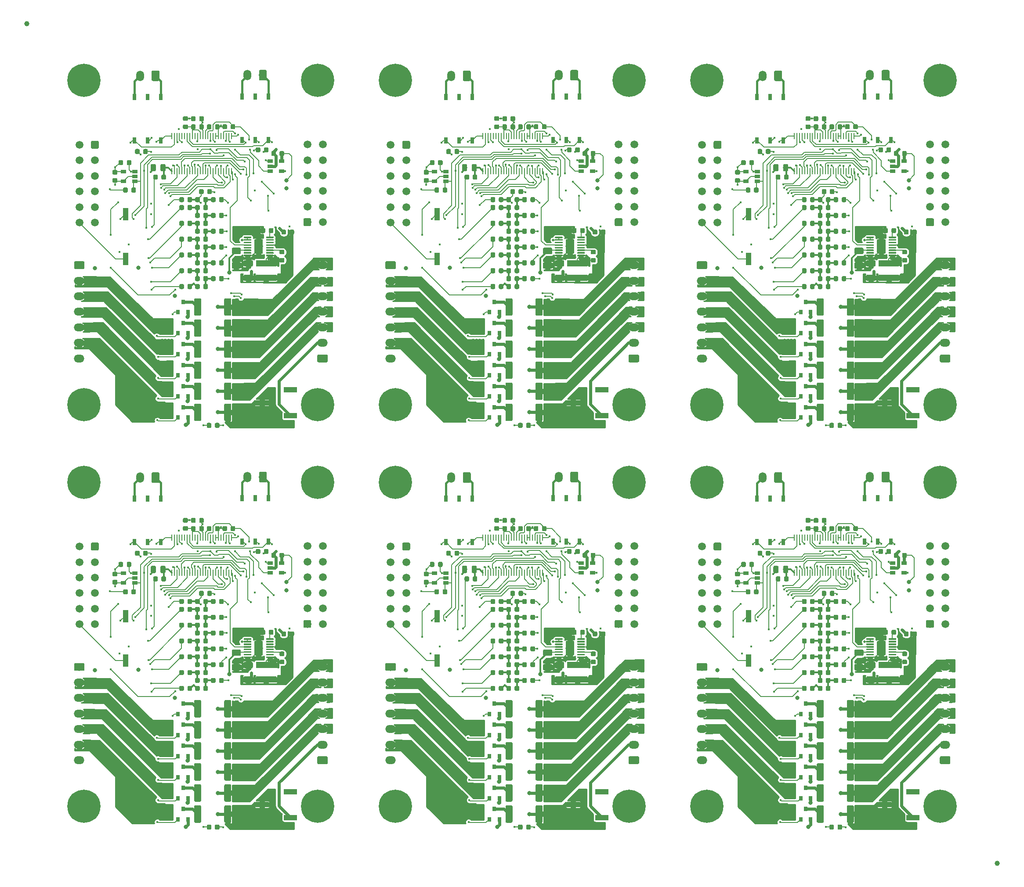
<source format=gtl>
G04 #@! TF.GenerationSoftware,KiCad,Pcbnew,(5.1.4)-1*
G04 #@! TF.CreationDate,2020-11-07T13:08:33+01:00*
G04 #@! TF.ProjectId,FPGA_nutzen,46504741-5f6e-4757-947a-656e2e6b6963,rev?*
G04 #@! TF.SameCoordinates,Original*
G04 #@! TF.FileFunction,Copper,L1,Top*
G04 #@! TF.FilePolarity,Positive*
%FSLAX46Y46*%
G04 Gerber Fmt 4.6, Leading zero omitted, Abs format (unit mm)*
G04 Created by KiCad (PCBNEW (5.1.4)-1) date 2020-11-07 13:08:33*
%MOMM*%
%LPD*%
G04 APERTURE LIST*
%ADD10C,1.000000*%
%ADD11R,2.500000X1.000000*%
%ADD12C,0.100000*%
%ADD13C,1.651000*%
%ADD14C,0.550000*%
%ADD15C,0.300000*%
%ADD16C,0.875000*%
%ADD17C,1.250000*%
%ADD18C,1.500000*%
%ADD19R,3.900000X1.200000*%
%ADD20R,1.120000X2.440000*%
%ADD21C,1.350000*%
%ADD22R,0.250000X1.250000*%
%ADD23C,6.400000*%
%ADD24C,0.800000*%
%ADD25C,0.975000*%
%ADD26R,0.800000X0.900000*%
%ADD27R,1.060000X0.650000*%
%ADD28R,0.760000X1.270000*%
%ADD29O,2.020000X1.500000*%
%ADD30O,1.500000X2.020000*%
%ADD31C,0.450000*%
%ADD32C,0.500000*%
%ADD33C,0.200000*%
%ADD34C,0.300000*%
%ADD35C,0.600000*%
%ADD36C,0.250000*%
%ADD37C,0.400000*%
%ADD38C,0.254000*%
G04 APERTURE END LIST*
D10*
X245162000Y-182903000D03*
X58162000Y-20903000D03*
D11*
X223438640Y-171564040D03*
X228938640Y-174064040D03*
X228938640Y-169064040D03*
X163438640Y-171564040D03*
X168938640Y-174064040D03*
X168938640Y-169064040D03*
X103438640Y-171564040D03*
X108938640Y-174064040D03*
X108938640Y-169064040D03*
X223438640Y-94064040D03*
X228938640Y-96564040D03*
X228938640Y-91564040D03*
X163438640Y-94064040D03*
X168938640Y-96564040D03*
X168938640Y-91564040D03*
D12*
G36*
X223407905Y-139977704D02*
G01*
X223432173Y-139981304D01*
X223455972Y-139987265D01*
X223479071Y-139995530D01*
X223501250Y-140006020D01*
X223522293Y-140018632D01*
X223541999Y-140033247D01*
X223560177Y-140049723D01*
X223576653Y-140067901D01*
X223591268Y-140087607D01*
X223603880Y-140108650D01*
X223614370Y-140130829D01*
X223622635Y-140153928D01*
X223628596Y-140177727D01*
X223632196Y-140201995D01*
X223633400Y-140226499D01*
X223633400Y-142571501D01*
X223632196Y-142596005D01*
X223628596Y-142620273D01*
X223622635Y-142644072D01*
X223614370Y-142667171D01*
X223603880Y-142689350D01*
X223591268Y-142710393D01*
X223576653Y-142730099D01*
X223560177Y-142748277D01*
X223541999Y-142764753D01*
X223522293Y-142779368D01*
X223501250Y-142791980D01*
X223479071Y-142802470D01*
X223455972Y-142810735D01*
X223432173Y-142816696D01*
X223407905Y-142820296D01*
X223383401Y-142821500D01*
X222232399Y-142821500D01*
X222207895Y-142820296D01*
X222183627Y-142816696D01*
X222159828Y-142810735D01*
X222136729Y-142802470D01*
X222114550Y-142791980D01*
X222093507Y-142779368D01*
X222073801Y-142764753D01*
X222055623Y-142748277D01*
X222039147Y-142730099D01*
X222024532Y-142710393D01*
X222011920Y-142689350D01*
X222001430Y-142667171D01*
X221993165Y-142644072D01*
X221987204Y-142620273D01*
X221983604Y-142596005D01*
X221982400Y-142571501D01*
X221982400Y-140226499D01*
X221983604Y-140201995D01*
X221987204Y-140177727D01*
X221993165Y-140153928D01*
X222001430Y-140130829D01*
X222011920Y-140108650D01*
X222024532Y-140087607D01*
X222039147Y-140067901D01*
X222055623Y-140049723D01*
X222073801Y-140033247D01*
X222093507Y-140018632D01*
X222114550Y-140006020D01*
X222136729Y-139995530D01*
X222159828Y-139987265D01*
X222183627Y-139981304D01*
X222207895Y-139977704D01*
X222232399Y-139976500D01*
X223383401Y-139976500D01*
X223407905Y-139977704D01*
X223407905Y-139977704D01*
G37*
D13*
X222807900Y-141399000D03*
D14*
X222257400Y-140251500D03*
X223358400Y-140251500D03*
X222257400Y-141399000D03*
X223358400Y-141399000D03*
X222257400Y-142546500D03*
X223358400Y-142546500D03*
D12*
G36*
X221315251Y-139499361D02*
G01*
X221322532Y-139500441D01*
X221329671Y-139502229D01*
X221336601Y-139504709D01*
X221343255Y-139507856D01*
X221349568Y-139511640D01*
X221355479Y-139516024D01*
X221360933Y-139520967D01*
X221365876Y-139526421D01*
X221370260Y-139532332D01*
X221374044Y-139538645D01*
X221377191Y-139545299D01*
X221379671Y-139552229D01*
X221381459Y-139559368D01*
X221382539Y-139566649D01*
X221382900Y-139574000D01*
X221382900Y-139724000D01*
X221382539Y-139731351D01*
X221381459Y-139738632D01*
X221379671Y-139745771D01*
X221377191Y-139752701D01*
X221374044Y-139759355D01*
X221370260Y-139765668D01*
X221365876Y-139771579D01*
X221360933Y-139777033D01*
X221355479Y-139781976D01*
X221349568Y-139786360D01*
X221343255Y-139790144D01*
X221336601Y-139793291D01*
X221329671Y-139795771D01*
X221322532Y-139797559D01*
X221315251Y-139798639D01*
X221307900Y-139799000D01*
X220007900Y-139799000D01*
X220000549Y-139798639D01*
X219993268Y-139797559D01*
X219986129Y-139795771D01*
X219979199Y-139793291D01*
X219972545Y-139790144D01*
X219966232Y-139786360D01*
X219960321Y-139781976D01*
X219954867Y-139777033D01*
X219949924Y-139771579D01*
X219945540Y-139765668D01*
X219941756Y-139759355D01*
X219938609Y-139752701D01*
X219936129Y-139745771D01*
X219934341Y-139738632D01*
X219933261Y-139731351D01*
X219932900Y-139724000D01*
X219932900Y-139574000D01*
X219933261Y-139566649D01*
X219934341Y-139559368D01*
X219936129Y-139552229D01*
X219938609Y-139545299D01*
X219941756Y-139538645D01*
X219945540Y-139532332D01*
X219949924Y-139526421D01*
X219954867Y-139520967D01*
X219960321Y-139516024D01*
X219966232Y-139511640D01*
X219972545Y-139507856D01*
X219979199Y-139504709D01*
X219986129Y-139502229D01*
X219993268Y-139500441D01*
X220000549Y-139499361D01*
X220007900Y-139499000D01*
X221307900Y-139499000D01*
X221315251Y-139499361D01*
X221315251Y-139499361D01*
G37*
D15*
X220657900Y-139649000D03*
D12*
G36*
X221315251Y-139999361D02*
G01*
X221322532Y-140000441D01*
X221329671Y-140002229D01*
X221336601Y-140004709D01*
X221343255Y-140007856D01*
X221349568Y-140011640D01*
X221355479Y-140016024D01*
X221360933Y-140020967D01*
X221365876Y-140026421D01*
X221370260Y-140032332D01*
X221374044Y-140038645D01*
X221377191Y-140045299D01*
X221379671Y-140052229D01*
X221381459Y-140059368D01*
X221382539Y-140066649D01*
X221382900Y-140074000D01*
X221382900Y-140224000D01*
X221382539Y-140231351D01*
X221381459Y-140238632D01*
X221379671Y-140245771D01*
X221377191Y-140252701D01*
X221374044Y-140259355D01*
X221370260Y-140265668D01*
X221365876Y-140271579D01*
X221360933Y-140277033D01*
X221355479Y-140281976D01*
X221349568Y-140286360D01*
X221343255Y-140290144D01*
X221336601Y-140293291D01*
X221329671Y-140295771D01*
X221322532Y-140297559D01*
X221315251Y-140298639D01*
X221307900Y-140299000D01*
X220007900Y-140299000D01*
X220000549Y-140298639D01*
X219993268Y-140297559D01*
X219986129Y-140295771D01*
X219979199Y-140293291D01*
X219972545Y-140290144D01*
X219966232Y-140286360D01*
X219960321Y-140281976D01*
X219954867Y-140277033D01*
X219949924Y-140271579D01*
X219945540Y-140265668D01*
X219941756Y-140259355D01*
X219938609Y-140252701D01*
X219936129Y-140245771D01*
X219934341Y-140238632D01*
X219933261Y-140231351D01*
X219932900Y-140224000D01*
X219932900Y-140074000D01*
X219933261Y-140066649D01*
X219934341Y-140059368D01*
X219936129Y-140052229D01*
X219938609Y-140045299D01*
X219941756Y-140038645D01*
X219945540Y-140032332D01*
X219949924Y-140026421D01*
X219954867Y-140020967D01*
X219960321Y-140016024D01*
X219966232Y-140011640D01*
X219972545Y-140007856D01*
X219979199Y-140004709D01*
X219986129Y-140002229D01*
X219993268Y-140000441D01*
X220000549Y-139999361D01*
X220007900Y-139999000D01*
X221307900Y-139999000D01*
X221315251Y-139999361D01*
X221315251Y-139999361D01*
G37*
D15*
X220657900Y-140149000D03*
D12*
G36*
X221315251Y-140499361D02*
G01*
X221322532Y-140500441D01*
X221329671Y-140502229D01*
X221336601Y-140504709D01*
X221343255Y-140507856D01*
X221349568Y-140511640D01*
X221355479Y-140516024D01*
X221360933Y-140520967D01*
X221365876Y-140526421D01*
X221370260Y-140532332D01*
X221374044Y-140538645D01*
X221377191Y-140545299D01*
X221379671Y-140552229D01*
X221381459Y-140559368D01*
X221382539Y-140566649D01*
X221382900Y-140574000D01*
X221382900Y-140724000D01*
X221382539Y-140731351D01*
X221381459Y-140738632D01*
X221379671Y-140745771D01*
X221377191Y-140752701D01*
X221374044Y-140759355D01*
X221370260Y-140765668D01*
X221365876Y-140771579D01*
X221360933Y-140777033D01*
X221355479Y-140781976D01*
X221349568Y-140786360D01*
X221343255Y-140790144D01*
X221336601Y-140793291D01*
X221329671Y-140795771D01*
X221322532Y-140797559D01*
X221315251Y-140798639D01*
X221307900Y-140799000D01*
X220007900Y-140799000D01*
X220000549Y-140798639D01*
X219993268Y-140797559D01*
X219986129Y-140795771D01*
X219979199Y-140793291D01*
X219972545Y-140790144D01*
X219966232Y-140786360D01*
X219960321Y-140781976D01*
X219954867Y-140777033D01*
X219949924Y-140771579D01*
X219945540Y-140765668D01*
X219941756Y-140759355D01*
X219938609Y-140752701D01*
X219936129Y-140745771D01*
X219934341Y-140738632D01*
X219933261Y-140731351D01*
X219932900Y-140724000D01*
X219932900Y-140574000D01*
X219933261Y-140566649D01*
X219934341Y-140559368D01*
X219936129Y-140552229D01*
X219938609Y-140545299D01*
X219941756Y-140538645D01*
X219945540Y-140532332D01*
X219949924Y-140526421D01*
X219954867Y-140520967D01*
X219960321Y-140516024D01*
X219966232Y-140511640D01*
X219972545Y-140507856D01*
X219979199Y-140504709D01*
X219986129Y-140502229D01*
X219993268Y-140500441D01*
X220000549Y-140499361D01*
X220007900Y-140499000D01*
X221307900Y-140499000D01*
X221315251Y-140499361D01*
X221315251Y-140499361D01*
G37*
D15*
X220657900Y-140649000D03*
D12*
G36*
X221315251Y-140999361D02*
G01*
X221322532Y-141000441D01*
X221329671Y-141002229D01*
X221336601Y-141004709D01*
X221343255Y-141007856D01*
X221349568Y-141011640D01*
X221355479Y-141016024D01*
X221360933Y-141020967D01*
X221365876Y-141026421D01*
X221370260Y-141032332D01*
X221374044Y-141038645D01*
X221377191Y-141045299D01*
X221379671Y-141052229D01*
X221381459Y-141059368D01*
X221382539Y-141066649D01*
X221382900Y-141074000D01*
X221382900Y-141224000D01*
X221382539Y-141231351D01*
X221381459Y-141238632D01*
X221379671Y-141245771D01*
X221377191Y-141252701D01*
X221374044Y-141259355D01*
X221370260Y-141265668D01*
X221365876Y-141271579D01*
X221360933Y-141277033D01*
X221355479Y-141281976D01*
X221349568Y-141286360D01*
X221343255Y-141290144D01*
X221336601Y-141293291D01*
X221329671Y-141295771D01*
X221322532Y-141297559D01*
X221315251Y-141298639D01*
X221307900Y-141299000D01*
X220007900Y-141299000D01*
X220000549Y-141298639D01*
X219993268Y-141297559D01*
X219986129Y-141295771D01*
X219979199Y-141293291D01*
X219972545Y-141290144D01*
X219966232Y-141286360D01*
X219960321Y-141281976D01*
X219954867Y-141277033D01*
X219949924Y-141271579D01*
X219945540Y-141265668D01*
X219941756Y-141259355D01*
X219938609Y-141252701D01*
X219936129Y-141245771D01*
X219934341Y-141238632D01*
X219933261Y-141231351D01*
X219932900Y-141224000D01*
X219932900Y-141074000D01*
X219933261Y-141066649D01*
X219934341Y-141059368D01*
X219936129Y-141052229D01*
X219938609Y-141045299D01*
X219941756Y-141038645D01*
X219945540Y-141032332D01*
X219949924Y-141026421D01*
X219954867Y-141020967D01*
X219960321Y-141016024D01*
X219966232Y-141011640D01*
X219972545Y-141007856D01*
X219979199Y-141004709D01*
X219986129Y-141002229D01*
X219993268Y-141000441D01*
X220000549Y-140999361D01*
X220007900Y-140999000D01*
X221307900Y-140999000D01*
X221315251Y-140999361D01*
X221315251Y-140999361D01*
G37*
D15*
X220657900Y-141149000D03*
D12*
G36*
X221315251Y-141499361D02*
G01*
X221322532Y-141500441D01*
X221329671Y-141502229D01*
X221336601Y-141504709D01*
X221343255Y-141507856D01*
X221349568Y-141511640D01*
X221355479Y-141516024D01*
X221360933Y-141520967D01*
X221365876Y-141526421D01*
X221370260Y-141532332D01*
X221374044Y-141538645D01*
X221377191Y-141545299D01*
X221379671Y-141552229D01*
X221381459Y-141559368D01*
X221382539Y-141566649D01*
X221382900Y-141574000D01*
X221382900Y-141724000D01*
X221382539Y-141731351D01*
X221381459Y-141738632D01*
X221379671Y-141745771D01*
X221377191Y-141752701D01*
X221374044Y-141759355D01*
X221370260Y-141765668D01*
X221365876Y-141771579D01*
X221360933Y-141777033D01*
X221355479Y-141781976D01*
X221349568Y-141786360D01*
X221343255Y-141790144D01*
X221336601Y-141793291D01*
X221329671Y-141795771D01*
X221322532Y-141797559D01*
X221315251Y-141798639D01*
X221307900Y-141799000D01*
X220007900Y-141799000D01*
X220000549Y-141798639D01*
X219993268Y-141797559D01*
X219986129Y-141795771D01*
X219979199Y-141793291D01*
X219972545Y-141790144D01*
X219966232Y-141786360D01*
X219960321Y-141781976D01*
X219954867Y-141777033D01*
X219949924Y-141771579D01*
X219945540Y-141765668D01*
X219941756Y-141759355D01*
X219938609Y-141752701D01*
X219936129Y-141745771D01*
X219934341Y-141738632D01*
X219933261Y-141731351D01*
X219932900Y-141724000D01*
X219932900Y-141574000D01*
X219933261Y-141566649D01*
X219934341Y-141559368D01*
X219936129Y-141552229D01*
X219938609Y-141545299D01*
X219941756Y-141538645D01*
X219945540Y-141532332D01*
X219949924Y-141526421D01*
X219954867Y-141520967D01*
X219960321Y-141516024D01*
X219966232Y-141511640D01*
X219972545Y-141507856D01*
X219979199Y-141504709D01*
X219986129Y-141502229D01*
X219993268Y-141500441D01*
X220000549Y-141499361D01*
X220007900Y-141499000D01*
X221307900Y-141499000D01*
X221315251Y-141499361D01*
X221315251Y-141499361D01*
G37*
D15*
X220657900Y-141649000D03*
D12*
G36*
X221315251Y-141999361D02*
G01*
X221322532Y-142000441D01*
X221329671Y-142002229D01*
X221336601Y-142004709D01*
X221343255Y-142007856D01*
X221349568Y-142011640D01*
X221355479Y-142016024D01*
X221360933Y-142020967D01*
X221365876Y-142026421D01*
X221370260Y-142032332D01*
X221374044Y-142038645D01*
X221377191Y-142045299D01*
X221379671Y-142052229D01*
X221381459Y-142059368D01*
X221382539Y-142066649D01*
X221382900Y-142074000D01*
X221382900Y-142224000D01*
X221382539Y-142231351D01*
X221381459Y-142238632D01*
X221379671Y-142245771D01*
X221377191Y-142252701D01*
X221374044Y-142259355D01*
X221370260Y-142265668D01*
X221365876Y-142271579D01*
X221360933Y-142277033D01*
X221355479Y-142281976D01*
X221349568Y-142286360D01*
X221343255Y-142290144D01*
X221336601Y-142293291D01*
X221329671Y-142295771D01*
X221322532Y-142297559D01*
X221315251Y-142298639D01*
X221307900Y-142299000D01*
X220007900Y-142299000D01*
X220000549Y-142298639D01*
X219993268Y-142297559D01*
X219986129Y-142295771D01*
X219979199Y-142293291D01*
X219972545Y-142290144D01*
X219966232Y-142286360D01*
X219960321Y-142281976D01*
X219954867Y-142277033D01*
X219949924Y-142271579D01*
X219945540Y-142265668D01*
X219941756Y-142259355D01*
X219938609Y-142252701D01*
X219936129Y-142245771D01*
X219934341Y-142238632D01*
X219933261Y-142231351D01*
X219932900Y-142224000D01*
X219932900Y-142074000D01*
X219933261Y-142066649D01*
X219934341Y-142059368D01*
X219936129Y-142052229D01*
X219938609Y-142045299D01*
X219941756Y-142038645D01*
X219945540Y-142032332D01*
X219949924Y-142026421D01*
X219954867Y-142020967D01*
X219960321Y-142016024D01*
X219966232Y-142011640D01*
X219972545Y-142007856D01*
X219979199Y-142004709D01*
X219986129Y-142002229D01*
X219993268Y-142000441D01*
X220000549Y-141999361D01*
X220007900Y-141999000D01*
X221307900Y-141999000D01*
X221315251Y-141999361D01*
X221315251Y-141999361D01*
G37*
D15*
X220657900Y-142149000D03*
D12*
G36*
X221315251Y-142499361D02*
G01*
X221322532Y-142500441D01*
X221329671Y-142502229D01*
X221336601Y-142504709D01*
X221343255Y-142507856D01*
X221349568Y-142511640D01*
X221355479Y-142516024D01*
X221360933Y-142520967D01*
X221365876Y-142526421D01*
X221370260Y-142532332D01*
X221374044Y-142538645D01*
X221377191Y-142545299D01*
X221379671Y-142552229D01*
X221381459Y-142559368D01*
X221382539Y-142566649D01*
X221382900Y-142574000D01*
X221382900Y-142724000D01*
X221382539Y-142731351D01*
X221381459Y-142738632D01*
X221379671Y-142745771D01*
X221377191Y-142752701D01*
X221374044Y-142759355D01*
X221370260Y-142765668D01*
X221365876Y-142771579D01*
X221360933Y-142777033D01*
X221355479Y-142781976D01*
X221349568Y-142786360D01*
X221343255Y-142790144D01*
X221336601Y-142793291D01*
X221329671Y-142795771D01*
X221322532Y-142797559D01*
X221315251Y-142798639D01*
X221307900Y-142799000D01*
X220007900Y-142799000D01*
X220000549Y-142798639D01*
X219993268Y-142797559D01*
X219986129Y-142795771D01*
X219979199Y-142793291D01*
X219972545Y-142790144D01*
X219966232Y-142786360D01*
X219960321Y-142781976D01*
X219954867Y-142777033D01*
X219949924Y-142771579D01*
X219945540Y-142765668D01*
X219941756Y-142759355D01*
X219938609Y-142752701D01*
X219936129Y-142745771D01*
X219934341Y-142738632D01*
X219933261Y-142731351D01*
X219932900Y-142724000D01*
X219932900Y-142574000D01*
X219933261Y-142566649D01*
X219934341Y-142559368D01*
X219936129Y-142552229D01*
X219938609Y-142545299D01*
X219941756Y-142538645D01*
X219945540Y-142532332D01*
X219949924Y-142526421D01*
X219954867Y-142520967D01*
X219960321Y-142516024D01*
X219966232Y-142511640D01*
X219972545Y-142507856D01*
X219979199Y-142504709D01*
X219986129Y-142502229D01*
X219993268Y-142500441D01*
X220000549Y-142499361D01*
X220007900Y-142499000D01*
X221307900Y-142499000D01*
X221315251Y-142499361D01*
X221315251Y-142499361D01*
G37*
D15*
X220657900Y-142649000D03*
D12*
G36*
X221315251Y-142999361D02*
G01*
X221322532Y-143000441D01*
X221329671Y-143002229D01*
X221336601Y-143004709D01*
X221343255Y-143007856D01*
X221349568Y-143011640D01*
X221355479Y-143016024D01*
X221360933Y-143020967D01*
X221365876Y-143026421D01*
X221370260Y-143032332D01*
X221374044Y-143038645D01*
X221377191Y-143045299D01*
X221379671Y-143052229D01*
X221381459Y-143059368D01*
X221382539Y-143066649D01*
X221382900Y-143074000D01*
X221382900Y-143224000D01*
X221382539Y-143231351D01*
X221381459Y-143238632D01*
X221379671Y-143245771D01*
X221377191Y-143252701D01*
X221374044Y-143259355D01*
X221370260Y-143265668D01*
X221365876Y-143271579D01*
X221360933Y-143277033D01*
X221355479Y-143281976D01*
X221349568Y-143286360D01*
X221343255Y-143290144D01*
X221336601Y-143293291D01*
X221329671Y-143295771D01*
X221322532Y-143297559D01*
X221315251Y-143298639D01*
X221307900Y-143299000D01*
X220007900Y-143299000D01*
X220000549Y-143298639D01*
X219993268Y-143297559D01*
X219986129Y-143295771D01*
X219979199Y-143293291D01*
X219972545Y-143290144D01*
X219966232Y-143286360D01*
X219960321Y-143281976D01*
X219954867Y-143277033D01*
X219949924Y-143271579D01*
X219945540Y-143265668D01*
X219941756Y-143259355D01*
X219938609Y-143252701D01*
X219936129Y-143245771D01*
X219934341Y-143238632D01*
X219933261Y-143231351D01*
X219932900Y-143224000D01*
X219932900Y-143074000D01*
X219933261Y-143066649D01*
X219934341Y-143059368D01*
X219936129Y-143052229D01*
X219938609Y-143045299D01*
X219941756Y-143038645D01*
X219945540Y-143032332D01*
X219949924Y-143026421D01*
X219954867Y-143020967D01*
X219960321Y-143016024D01*
X219966232Y-143011640D01*
X219972545Y-143007856D01*
X219979199Y-143004709D01*
X219986129Y-143002229D01*
X219993268Y-143000441D01*
X220000549Y-142999361D01*
X220007900Y-142999000D01*
X221307900Y-142999000D01*
X221315251Y-142999361D01*
X221315251Y-142999361D01*
G37*
D15*
X220657900Y-143149000D03*
D12*
G36*
X225615251Y-142999361D02*
G01*
X225622532Y-143000441D01*
X225629671Y-143002229D01*
X225636601Y-143004709D01*
X225643255Y-143007856D01*
X225649568Y-143011640D01*
X225655479Y-143016024D01*
X225660933Y-143020967D01*
X225665876Y-143026421D01*
X225670260Y-143032332D01*
X225674044Y-143038645D01*
X225677191Y-143045299D01*
X225679671Y-143052229D01*
X225681459Y-143059368D01*
X225682539Y-143066649D01*
X225682900Y-143074000D01*
X225682900Y-143224000D01*
X225682539Y-143231351D01*
X225681459Y-143238632D01*
X225679671Y-143245771D01*
X225677191Y-143252701D01*
X225674044Y-143259355D01*
X225670260Y-143265668D01*
X225665876Y-143271579D01*
X225660933Y-143277033D01*
X225655479Y-143281976D01*
X225649568Y-143286360D01*
X225643255Y-143290144D01*
X225636601Y-143293291D01*
X225629671Y-143295771D01*
X225622532Y-143297559D01*
X225615251Y-143298639D01*
X225607900Y-143299000D01*
X224307900Y-143299000D01*
X224300549Y-143298639D01*
X224293268Y-143297559D01*
X224286129Y-143295771D01*
X224279199Y-143293291D01*
X224272545Y-143290144D01*
X224266232Y-143286360D01*
X224260321Y-143281976D01*
X224254867Y-143277033D01*
X224249924Y-143271579D01*
X224245540Y-143265668D01*
X224241756Y-143259355D01*
X224238609Y-143252701D01*
X224236129Y-143245771D01*
X224234341Y-143238632D01*
X224233261Y-143231351D01*
X224232900Y-143224000D01*
X224232900Y-143074000D01*
X224233261Y-143066649D01*
X224234341Y-143059368D01*
X224236129Y-143052229D01*
X224238609Y-143045299D01*
X224241756Y-143038645D01*
X224245540Y-143032332D01*
X224249924Y-143026421D01*
X224254867Y-143020967D01*
X224260321Y-143016024D01*
X224266232Y-143011640D01*
X224272545Y-143007856D01*
X224279199Y-143004709D01*
X224286129Y-143002229D01*
X224293268Y-143000441D01*
X224300549Y-142999361D01*
X224307900Y-142999000D01*
X225607900Y-142999000D01*
X225615251Y-142999361D01*
X225615251Y-142999361D01*
G37*
D15*
X224957900Y-143149000D03*
D12*
G36*
X225615251Y-142499361D02*
G01*
X225622532Y-142500441D01*
X225629671Y-142502229D01*
X225636601Y-142504709D01*
X225643255Y-142507856D01*
X225649568Y-142511640D01*
X225655479Y-142516024D01*
X225660933Y-142520967D01*
X225665876Y-142526421D01*
X225670260Y-142532332D01*
X225674044Y-142538645D01*
X225677191Y-142545299D01*
X225679671Y-142552229D01*
X225681459Y-142559368D01*
X225682539Y-142566649D01*
X225682900Y-142574000D01*
X225682900Y-142724000D01*
X225682539Y-142731351D01*
X225681459Y-142738632D01*
X225679671Y-142745771D01*
X225677191Y-142752701D01*
X225674044Y-142759355D01*
X225670260Y-142765668D01*
X225665876Y-142771579D01*
X225660933Y-142777033D01*
X225655479Y-142781976D01*
X225649568Y-142786360D01*
X225643255Y-142790144D01*
X225636601Y-142793291D01*
X225629671Y-142795771D01*
X225622532Y-142797559D01*
X225615251Y-142798639D01*
X225607900Y-142799000D01*
X224307900Y-142799000D01*
X224300549Y-142798639D01*
X224293268Y-142797559D01*
X224286129Y-142795771D01*
X224279199Y-142793291D01*
X224272545Y-142790144D01*
X224266232Y-142786360D01*
X224260321Y-142781976D01*
X224254867Y-142777033D01*
X224249924Y-142771579D01*
X224245540Y-142765668D01*
X224241756Y-142759355D01*
X224238609Y-142752701D01*
X224236129Y-142745771D01*
X224234341Y-142738632D01*
X224233261Y-142731351D01*
X224232900Y-142724000D01*
X224232900Y-142574000D01*
X224233261Y-142566649D01*
X224234341Y-142559368D01*
X224236129Y-142552229D01*
X224238609Y-142545299D01*
X224241756Y-142538645D01*
X224245540Y-142532332D01*
X224249924Y-142526421D01*
X224254867Y-142520967D01*
X224260321Y-142516024D01*
X224266232Y-142511640D01*
X224272545Y-142507856D01*
X224279199Y-142504709D01*
X224286129Y-142502229D01*
X224293268Y-142500441D01*
X224300549Y-142499361D01*
X224307900Y-142499000D01*
X225607900Y-142499000D01*
X225615251Y-142499361D01*
X225615251Y-142499361D01*
G37*
D15*
X224957900Y-142649000D03*
D12*
G36*
X225615251Y-141999361D02*
G01*
X225622532Y-142000441D01*
X225629671Y-142002229D01*
X225636601Y-142004709D01*
X225643255Y-142007856D01*
X225649568Y-142011640D01*
X225655479Y-142016024D01*
X225660933Y-142020967D01*
X225665876Y-142026421D01*
X225670260Y-142032332D01*
X225674044Y-142038645D01*
X225677191Y-142045299D01*
X225679671Y-142052229D01*
X225681459Y-142059368D01*
X225682539Y-142066649D01*
X225682900Y-142074000D01*
X225682900Y-142224000D01*
X225682539Y-142231351D01*
X225681459Y-142238632D01*
X225679671Y-142245771D01*
X225677191Y-142252701D01*
X225674044Y-142259355D01*
X225670260Y-142265668D01*
X225665876Y-142271579D01*
X225660933Y-142277033D01*
X225655479Y-142281976D01*
X225649568Y-142286360D01*
X225643255Y-142290144D01*
X225636601Y-142293291D01*
X225629671Y-142295771D01*
X225622532Y-142297559D01*
X225615251Y-142298639D01*
X225607900Y-142299000D01*
X224307900Y-142299000D01*
X224300549Y-142298639D01*
X224293268Y-142297559D01*
X224286129Y-142295771D01*
X224279199Y-142293291D01*
X224272545Y-142290144D01*
X224266232Y-142286360D01*
X224260321Y-142281976D01*
X224254867Y-142277033D01*
X224249924Y-142271579D01*
X224245540Y-142265668D01*
X224241756Y-142259355D01*
X224238609Y-142252701D01*
X224236129Y-142245771D01*
X224234341Y-142238632D01*
X224233261Y-142231351D01*
X224232900Y-142224000D01*
X224232900Y-142074000D01*
X224233261Y-142066649D01*
X224234341Y-142059368D01*
X224236129Y-142052229D01*
X224238609Y-142045299D01*
X224241756Y-142038645D01*
X224245540Y-142032332D01*
X224249924Y-142026421D01*
X224254867Y-142020967D01*
X224260321Y-142016024D01*
X224266232Y-142011640D01*
X224272545Y-142007856D01*
X224279199Y-142004709D01*
X224286129Y-142002229D01*
X224293268Y-142000441D01*
X224300549Y-141999361D01*
X224307900Y-141999000D01*
X225607900Y-141999000D01*
X225615251Y-141999361D01*
X225615251Y-141999361D01*
G37*
D15*
X224957900Y-142149000D03*
D12*
G36*
X225615251Y-141499361D02*
G01*
X225622532Y-141500441D01*
X225629671Y-141502229D01*
X225636601Y-141504709D01*
X225643255Y-141507856D01*
X225649568Y-141511640D01*
X225655479Y-141516024D01*
X225660933Y-141520967D01*
X225665876Y-141526421D01*
X225670260Y-141532332D01*
X225674044Y-141538645D01*
X225677191Y-141545299D01*
X225679671Y-141552229D01*
X225681459Y-141559368D01*
X225682539Y-141566649D01*
X225682900Y-141574000D01*
X225682900Y-141724000D01*
X225682539Y-141731351D01*
X225681459Y-141738632D01*
X225679671Y-141745771D01*
X225677191Y-141752701D01*
X225674044Y-141759355D01*
X225670260Y-141765668D01*
X225665876Y-141771579D01*
X225660933Y-141777033D01*
X225655479Y-141781976D01*
X225649568Y-141786360D01*
X225643255Y-141790144D01*
X225636601Y-141793291D01*
X225629671Y-141795771D01*
X225622532Y-141797559D01*
X225615251Y-141798639D01*
X225607900Y-141799000D01*
X224307900Y-141799000D01*
X224300549Y-141798639D01*
X224293268Y-141797559D01*
X224286129Y-141795771D01*
X224279199Y-141793291D01*
X224272545Y-141790144D01*
X224266232Y-141786360D01*
X224260321Y-141781976D01*
X224254867Y-141777033D01*
X224249924Y-141771579D01*
X224245540Y-141765668D01*
X224241756Y-141759355D01*
X224238609Y-141752701D01*
X224236129Y-141745771D01*
X224234341Y-141738632D01*
X224233261Y-141731351D01*
X224232900Y-141724000D01*
X224232900Y-141574000D01*
X224233261Y-141566649D01*
X224234341Y-141559368D01*
X224236129Y-141552229D01*
X224238609Y-141545299D01*
X224241756Y-141538645D01*
X224245540Y-141532332D01*
X224249924Y-141526421D01*
X224254867Y-141520967D01*
X224260321Y-141516024D01*
X224266232Y-141511640D01*
X224272545Y-141507856D01*
X224279199Y-141504709D01*
X224286129Y-141502229D01*
X224293268Y-141500441D01*
X224300549Y-141499361D01*
X224307900Y-141499000D01*
X225607900Y-141499000D01*
X225615251Y-141499361D01*
X225615251Y-141499361D01*
G37*
D15*
X224957900Y-141649000D03*
D12*
G36*
X225615251Y-140999361D02*
G01*
X225622532Y-141000441D01*
X225629671Y-141002229D01*
X225636601Y-141004709D01*
X225643255Y-141007856D01*
X225649568Y-141011640D01*
X225655479Y-141016024D01*
X225660933Y-141020967D01*
X225665876Y-141026421D01*
X225670260Y-141032332D01*
X225674044Y-141038645D01*
X225677191Y-141045299D01*
X225679671Y-141052229D01*
X225681459Y-141059368D01*
X225682539Y-141066649D01*
X225682900Y-141074000D01*
X225682900Y-141224000D01*
X225682539Y-141231351D01*
X225681459Y-141238632D01*
X225679671Y-141245771D01*
X225677191Y-141252701D01*
X225674044Y-141259355D01*
X225670260Y-141265668D01*
X225665876Y-141271579D01*
X225660933Y-141277033D01*
X225655479Y-141281976D01*
X225649568Y-141286360D01*
X225643255Y-141290144D01*
X225636601Y-141293291D01*
X225629671Y-141295771D01*
X225622532Y-141297559D01*
X225615251Y-141298639D01*
X225607900Y-141299000D01*
X224307900Y-141299000D01*
X224300549Y-141298639D01*
X224293268Y-141297559D01*
X224286129Y-141295771D01*
X224279199Y-141293291D01*
X224272545Y-141290144D01*
X224266232Y-141286360D01*
X224260321Y-141281976D01*
X224254867Y-141277033D01*
X224249924Y-141271579D01*
X224245540Y-141265668D01*
X224241756Y-141259355D01*
X224238609Y-141252701D01*
X224236129Y-141245771D01*
X224234341Y-141238632D01*
X224233261Y-141231351D01*
X224232900Y-141224000D01*
X224232900Y-141074000D01*
X224233261Y-141066649D01*
X224234341Y-141059368D01*
X224236129Y-141052229D01*
X224238609Y-141045299D01*
X224241756Y-141038645D01*
X224245540Y-141032332D01*
X224249924Y-141026421D01*
X224254867Y-141020967D01*
X224260321Y-141016024D01*
X224266232Y-141011640D01*
X224272545Y-141007856D01*
X224279199Y-141004709D01*
X224286129Y-141002229D01*
X224293268Y-141000441D01*
X224300549Y-140999361D01*
X224307900Y-140999000D01*
X225607900Y-140999000D01*
X225615251Y-140999361D01*
X225615251Y-140999361D01*
G37*
D15*
X224957900Y-141149000D03*
D12*
G36*
X225615251Y-140499361D02*
G01*
X225622532Y-140500441D01*
X225629671Y-140502229D01*
X225636601Y-140504709D01*
X225643255Y-140507856D01*
X225649568Y-140511640D01*
X225655479Y-140516024D01*
X225660933Y-140520967D01*
X225665876Y-140526421D01*
X225670260Y-140532332D01*
X225674044Y-140538645D01*
X225677191Y-140545299D01*
X225679671Y-140552229D01*
X225681459Y-140559368D01*
X225682539Y-140566649D01*
X225682900Y-140574000D01*
X225682900Y-140724000D01*
X225682539Y-140731351D01*
X225681459Y-140738632D01*
X225679671Y-140745771D01*
X225677191Y-140752701D01*
X225674044Y-140759355D01*
X225670260Y-140765668D01*
X225665876Y-140771579D01*
X225660933Y-140777033D01*
X225655479Y-140781976D01*
X225649568Y-140786360D01*
X225643255Y-140790144D01*
X225636601Y-140793291D01*
X225629671Y-140795771D01*
X225622532Y-140797559D01*
X225615251Y-140798639D01*
X225607900Y-140799000D01*
X224307900Y-140799000D01*
X224300549Y-140798639D01*
X224293268Y-140797559D01*
X224286129Y-140795771D01*
X224279199Y-140793291D01*
X224272545Y-140790144D01*
X224266232Y-140786360D01*
X224260321Y-140781976D01*
X224254867Y-140777033D01*
X224249924Y-140771579D01*
X224245540Y-140765668D01*
X224241756Y-140759355D01*
X224238609Y-140752701D01*
X224236129Y-140745771D01*
X224234341Y-140738632D01*
X224233261Y-140731351D01*
X224232900Y-140724000D01*
X224232900Y-140574000D01*
X224233261Y-140566649D01*
X224234341Y-140559368D01*
X224236129Y-140552229D01*
X224238609Y-140545299D01*
X224241756Y-140538645D01*
X224245540Y-140532332D01*
X224249924Y-140526421D01*
X224254867Y-140520967D01*
X224260321Y-140516024D01*
X224266232Y-140511640D01*
X224272545Y-140507856D01*
X224279199Y-140504709D01*
X224286129Y-140502229D01*
X224293268Y-140500441D01*
X224300549Y-140499361D01*
X224307900Y-140499000D01*
X225607900Y-140499000D01*
X225615251Y-140499361D01*
X225615251Y-140499361D01*
G37*
D15*
X224957900Y-140649000D03*
D12*
G36*
X225615251Y-139999361D02*
G01*
X225622532Y-140000441D01*
X225629671Y-140002229D01*
X225636601Y-140004709D01*
X225643255Y-140007856D01*
X225649568Y-140011640D01*
X225655479Y-140016024D01*
X225660933Y-140020967D01*
X225665876Y-140026421D01*
X225670260Y-140032332D01*
X225674044Y-140038645D01*
X225677191Y-140045299D01*
X225679671Y-140052229D01*
X225681459Y-140059368D01*
X225682539Y-140066649D01*
X225682900Y-140074000D01*
X225682900Y-140224000D01*
X225682539Y-140231351D01*
X225681459Y-140238632D01*
X225679671Y-140245771D01*
X225677191Y-140252701D01*
X225674044Y-140259355D01*
X225670260Y-140265668D01*
X225665876Y-140271579D01*
X225660933Y-140277033D01*
X225655479Y-140281976D01*
X225649568Y-140286360D01*
X225643255Y-140290144D01*
X225636601Y-140293291D01*
X225629671Y-140295771D01*
X225622532Y-140297559D01*
X225615251Y-140298639D01*
X225607900Y-140299000D01*
X224307900Y-140299000D01*
X224300549Y-140298639D01*
X224293268Y-140297559D01*
X224286129Y-140295771D01*
X224279199Y-140293291D01*
X224272545Y-140290144D01*
X224266232Y-140286360D01*
X224260321Y-140281976D01*
X224254867Y-140277033D01*
X224249924Y-140271579D01*
X224245540Y-140265668D01*
X224241756Y-140259355D01*
X224238609Y-140252701D01*
X224236129Y-140245771D01*
X224234341Y-140238632D01*
X224233261Y-140231351D01*
X224232900Y-140224000D01*
X224232900Y-140074000D01*
X224233261Y-140066649D01*
X224234341Y-140059368D01*
X224236129Y-140052229D01*
X224238609Y-140045299D01*
X224241756Y-140038645D01*
X224245540Y-140032332D01*
X224249924Y-140026421D01*
X224254867Y-140020967D01*
X224260321Y-140016024D01*
X224266232Y-140011640D01*
X224272545Y-140007856D01*
X224279199Y-140004709D01*
X224286129Y-140002229D01*
X224293268Y-140000441D01*
X224300549Y-139999361D01*
X224307900Y-139999000D01*
X225607900Y-139999000D01*
X225615251Y-139999361D01*
X225615251Y-139999361D01*
G37*
D15*
X224957900Y-140149000D03*
D12*
G36*
X225615251Y-139499361D02*
G01*
X225622532Y-139500441D01*
X225629671Y-139502229D01*
X225636601Y-139504709D01*
X225643255Y-139507856D01*
X225649568Y-139511640D01*
X225655479Y-139516024D01*
X225660933Y-139520967D01*
X225665876Y-139526421D01*
X225670260Y-139532332D01*
X225674044Y-139538645D01*
X225677191Y-139545299D01*
X225679671Y-139552229D01*
X225681459Y-139559368D01*
X225682539Y-139566649D01*
X225682900Y-139574000D01*
X225682900Y-139724000D01*
X225682539Y-139731351D01*
X225681459Y-139738632D01*
X225679671Y-139745771D01*
X225677191Y-139752701D01*
X225674044Y-139759355D01*
X225670260Y-139765668D01*
X225665876Y-139771579D01*
X225660933Y-139777033D01*
X225655479Y-139781976D01*
X225649568Y-139786360D01*
X225643255Y-139790144D01*
X225636601Y-139793291D01*
X225629671Y-139795771D01*
X225622532Y-139797559D01*
X225615251Y-139798639D01*
X225607900Y-139799000D01*
X224307900Y-139799000D01*
X224300549Y-139798639D01*
X224293268Y-139797559D01*
X224286129Y-139795771D01*
X224279199Y-139793291D01*
X224272545Y-139790144D01*
X224266232Y-139786360D01*
X224260321Y-139781976D01*
X224254867Y-139777033D01*
X224249924Y-139771579D01*
X224245540Y-139765668D01*
X224241756Y-139759355D01*
X224238609Y-139752701D01*
X224236129Y-139745771D01*
X224234341Y-139738632D01*
X224233261Y-139731351D01*
X224232900Y-139724000D01*
X224232900Y-139574000D01*
X224233261Y-139566649D01*
X224234341Y-139559368D01*
X224236129Y-139552229D01*
X224238609Y-139545299D01*
X224241756Y-139538645D01*
X224245540Y-139532332D01*
X224249924Y-139526421D01*
X224254867Y-139520967D01*
X224260321Y-139516024D01*
X224266232Y-139511640D01*
X224272545Y-139507856D01*
X224279199Y-139504709D01*
X224286129Y-139502229D01*
X224293268Y-139500441D01*
X224300549Y-139499361D01*
X224307900Y-139499000D01*
X225607900Y-139499000D01*
X225615251Y-139499361D01*
X225615251Y-139499361D01*
G37*
D15*
X224957900Y-139649000D03*
D12*
G36*
X163407905Y-139977704D02*
G01*
X163432173Y-139981304D01*
X163455972Y-139987265D01*
X163479071Y-139995530D01*
X163501250Y-140006020D01*
X163522293Y-140018632D01*
X163541999Y-140033247D01*
X163560177Y-140049723D01*
X163576653Y-140067901D01*
X163591268Y-140087607D01*
X163603880Y-140108650D01*
X163614370Y-140130829D01*
X163622635Y-140153928D01*
X163628596Y-140177727D01*
X163632196Y-140201995D01*
X163633400Y-140226499D01*
X163633400Y-142571501D01*
X163632196Y-142596005D01*
X163628596Y-142620273D01*
X163622635Y-142644072D01*
X163614370Y-142667171D01*
X163603880Y-142689350D01*
X163591268Y-142710393D01*
X163576653Y-142730099D01*
X163560177Y-142748277D01*
X163541999Y-142764753D01*
X163522293Y-142779368D01*
X163501250Y-142791980D01*
X163479071Y-142802470D01*
X163455972Y-142810735D01*
X163432173Y-142816696D01*
X163407905Y-142820296D01*
X163383401Y-142821500D01*
X162232399Y-142821500D01*
X162207895Y-142820296D01*
X162183627Y-142816696D01*
X162159828Y-142810735D01*
X162136729Y-142802470D01*
X162114550Y-142791980D01*
X162093507Y-142779368D01*
X162073801Y-142764753D01*
X162055623Y-142748277D01*
X162039147Y-142730099D01*
X162024532Y-142710393D01*
X162011920Y-142689350D01*
X162001430Y-142667171D01*
X161993165Y-142644072D01*
X161987204Y-142620273D01*
X161983604Y-142596005D01*
X161982400Y-142571501D01*
X161982400Y-140226499D01*
X161983604Y-140201995D01*
X161987204Y-140177727D01*
X161993165Y-140153928D01*
X162001430Y-140130829D01*
X162011920Y-140108650D01*
X162024532Y-140087607D01*
X162039147Y-140067901D01*
X162055623Y-140049723D01*
X162073801Y-140033247D01*
X162093507Y-140018632D01*
X162114550Y-140006020D01*
X162136729Y-139995530D01*
X162159828Y-139987265D01*
X162183627Y-139981304D01*
X162207895Y-139977704D01*
X162232399Y-139976500D01*
X163383401Y-139976500D01*
X163407905Y-139977704D01*
X163407905Y-139977704D01*
G37*
D13*
X162807900Y-141399000D03*
D14*
X162257400Y-140251500D03*
X163358400Y-140251500D03*
X162257400Y-141399000D03*
X163358400Y-141399000D03*
X162257400Y-142546500D03*
X163358400Y-142546500D03*
D12*
G36*
X161315251Y-139499361D02*
G01*
X161322532Y-139500441D01*
X161329671Y-139502229D01*
X161336601Y-139504709D01*
X161343255Y-139507856D01*
X161349568Y-139511640D01*
X161355479Y-139516024D01*
X161360933Y-139520967D01*
X161365876Y-139526421D01*
X161370260Y-139532332D01*
X161374044Y-139538645D01*
X161377191Y-139545299D01*
X161379671Y-139552229D01*
X161381459Y-139559368D01*
X161382539Y-139566649D01*
X161382900Y-139574000D01*
X161382900Y-139724000D01*
X161382539Y-139731351D01*
X161381459Y-139738632D01*
X161379671Y-139745771D01*
X161377191Y-139752701D01*
X161374044Y-139759355D01*
X161370260Y-139765668D01*
X161365876Y-139771579D01*
X161360933Y-139777033D01*
X161355479Y-139781976D01*
X161349568Y-139786360D01*
X161343255Y-139790144D01*
X161336601Y-139793291D01*
X161329671Y-139795771D01*
X161322532Y-139797559D01*
X161315251Y-139798639D01*
X161307900Y-139799000D01*
X160007900Y-139799000D01*
X160000549Y-139798639D01*
X159993268Y-139797559D01*
X159986129Y-139795771D01*
X159979199Y-139793291D01*
X159972545Y-139790144D01*
X159966232Y-139786360D01*
X159960321Y-139781976D01*
X159954867Y-139777033D01*
X159949924Y-139771579D01*
X159945540Y-139765668D01*
X159941756Y-139759355D01*
X159938609Y-139752701D01*
X159936129Y-139745771D01*
X159934341Y-139738632D01*
X159933261Y-139731351D01*
X159932900Y-139724000D01*
X159932900Y-139574000D01*
X159933261Y-139566649D01*
X159934341Y-139559368D01*
X159936129Y-139552229D01*
X159938609Y-139545299D01*
X159941756Y-139538645D01*
X159945540Y-139532332D01*
X159949924Y-139526421D01*
X159954867Y-139520967D01*
X159960321Y-139516024D01*
X159966232Y-139511640D01*
X159972545Y-139507856D01*
X159979199Y-139504709D01*
X159986129Y-139502229D01*
X159993268Y-139500441D01*
X160000549Y-139499361D01*
X160007900Y-139499000D01*
X161307900Y-139499000D01*
X161315251Y-139499361D01*
X161315251Y-139499361D01*
G37*
D15*
X160657900Y-139649000D03*
D12*
G36*
X161315251Y-139999361D02*
G01*
X161322532Y-140000441D01*
X161329671Y-140002229D01*
X161336601Y-140004709D01*
X161343255Y-140007856D01*
X161349568Y-140011640D01*
X161355479Y-140016024D01*
X161360933Y-140020967D01*
X161365876Y-140026421D01*
X161370260Y-140032332D01*
X161374044Y-140038645D01*
X161377191Y-140045299D01*
X161379671Y-140052229D01*
X161381459Y-140059368D01*
X161382539Y-140066649D01*
X161382900Y-140074000D01*
X161382900Y-140224000D01*
X161382539Y-140231351D01*
X161381459Y-140238632D01*
X161379671Y-140245771D01*
X161377191Y-140252701D01*
X161374044Y-140259355D01*
X161370260Y-140265668D01*
X161365876Y-140271579D01*
X161360933Y-140277033D01*
X161355479Y-140281976D01*
X161349568Y-140286360D01*
X161343255Y-140290144D01*
X161336601Y-140293291D01*
X161329671Y-140295771D01*
X161322532Y-140297559D01*
X161315251Y-140298639D01*
X161307900Y-140299000D01*
X160007900Y-140299000D01*
X160000549Y-140298639D01*
X159993268Y-140297559D01*
X159986129Y-140295771D01*
X159979199Y-140293291D01*
X159972545Y-140290144D01*
X159966232Y-140286360D01*
X159960321Y-140281976D01*
X159954867Y-140277033D01*
X159949924Y-140271579D01*
X159945540Y-140265668D01*
X159941756Y-140259355D01*
X159938609Y-140252701D01*
X159936129Y-140245771D01*
X159934341Y-140238632D01*
X159933261Y-140231351D01*
X159932900Y-140224000D01*
X159932900Y-140074000D01*
X159933261Y-140066649D01*
X159934341Y-140059368D01*
X159936129Y-140052229D01*
X159938609Y-140045299D01*
X159941756Y-140038645D01*
X159945540Y-140032332D01*
X159949924Y-140026421D01*
X159954867Y-140020967D01*
X159960321Y-140016024D01*
X159966232Y-140011640D01*
X159972545Y-140007856D01*
X159979199Y-140004709D01*
X159986129Y-140002229D01*
X159993268Y-140000441D01*
X160000549Y-139999361D01*
X160007900Y-139999000D01*
X161307900Y-139999000D01*
X161315251Y-139999361D01*
X161315251Y-139999361D01*
G37*
D15*
X160657900Y-140149000D03*
D12*
G36*
X161315251Y-140499361D02*
G01*
X161322532Y-140500441D01*
X161329671Y-140502229D01*
X161336601Y-140504709D01*
X161343255Y-140507856D01*
X161349568Y-140511640D01*
X161355479Y-140516024D01*
X161360933Y-140520967D01*
X161365876Y-140526421D01*
X161370260Y-140532332D01*
X161374044Y-140538645D01*
X161377191Y-140545299D01*
X161379671Y-140552229D01*
X161381459Y-140559368D01*
X161382539Y-140566649D01*
X161382900Y-140574000D01*
X161382900Y-140724000D01*
X161382539Y-140731351D01*
X161381459Y-140738632D01*
X161379671Y-140745771D01*
X161377191Y-140752701D01*
X161374044Y-140759355D01*
X161370260Y-140765668D01*
X161365876Y-140771579D01*
X161360933Y-140777033D01*
X161355479Y-140781976D01*
X161349568Y-140786360D01*
X161343255Y-140790144D01*
X161336601Y-140793291D01*
X161329671Y-140795771D01*
X161322532Y-140797559D01*
X161315251Y-140798639D01*
X161307900Y-140799000D01*
X160007900Y-140799000D01*
X160000549Y-140798639D01*
X159993268Y-140797559D01*
X159986129Y-140795771D01*
X159979199Y-140793291D01*
X159972545Y-140790144D01*
X159966232Y-140786360D01*
X159960321Y-140781976D01*
X159954867Y-140777033D01*
X159949924Y-140771579D01*
X159945540Y-140765668D01*
X159941756Y-140759355D01*
X159938609Y-140752701D01*
X159936129Y-140745771D01*
X159934341Y-140738632D01*
X159933261Y-140731351D01*
X159932900Y-140724000D01*
X159932900Y-140574000D01*
X159933261Y-140566649D01*
X159934341Y-140559368D01*
X159936129Y-140552229D01*
X159938609Y-140545299D01*
X159941756Y-140538645D01*
X159945540Y-140532332D01*
X159949924Y-140526421D01*
X159954867Y-140520967D01*
X159960321Y-140516024D01*
X159966232Y-140511640D01*
X159972545Y-140507856D01*
X159979199Y-140504709D01*
X159986129Y-140502229D01*
X159993268Y-140500441D01*
X160000549Y-140499361D01*
X160007900Y-140499000D01*
X161307900Y-140499000D01*
X161315251Y-140499361D01*
X161315251Y-140499361D01*
G37*
D15*
X160657900Y-140649000D03*
D12*
G36*
X161315251Y-140999361D02*
G01*
X161322532Y-141000441D01*
X161329671Y-141002229D01*
X161336601Y-141004709D01*
X161343255Y-141007856D01*
X161349568Y-141011640D01*
X161355479Y-141016024D01*
X161360933Y-141020967D01*
X161365876Y-141026421D01*
X161370260Y-141032332D01*
X161374044Y-141038645D01*
X161377191Y-141045299D01*
X161379671Y-141052229D01*
X161381459Y-141059368D01*
X161382539Y-141066649D01*
X161382900Y-141074000D01*
X161382900Y-141224000D01*
X161382539Y-141231351D01*
X161381459Y-141238632D01*
X161379671Y-141245771D01*
X161377191Y-141252701D01*
X161374044Y-141259355D01*
X161370260Y-141265668D01*
X161365876Y-141271579D01*
X161360933Y-141277033D01*
X161355479Y-141281976D01*
X161349568Y-141286360D01*
X161343255Y-141290144D01*
X161336601Y-141293291D01*
X161329671Y-141295771D01*
X161322532Y-141297559D01*
X161315251Y-141298639D01*
X161307900Y-141299000D01*
X160007900Y-141299000D01*
X160000549Y-141298639D01*
X159993268Y-141297559D01*
X159986129Y-141295771D01*
X159979199Y-141293291D01*
X159972545Y-141290144D01*
X159966232Y-141286360D01*
X159960321Y-141281976D01*
X159954867Y-141277033D01*
X159949924Y-141271579D01*
X159945540Y-141265668D01*
X159941756Y-141259355D01*
X159938609Y-141252701D01*
X159936129Y-141245771D01*
X159934341Y-141238632D01*
X159933261Y-141231351D01*
X159932900Y-141224000D01*
X159932900Y-141074000D01*
X159933261Y-141066649D01*
X159934341Y-141059368D01*
X159936129Y-141052229D01*
X159938609Y-141045299D01*
X159941756Y-141038645D01*
X159945540Y-141032332D01*
X159949924Y-141026421D01*
X159954867Y-141020967D01*
X159960321Y-141016024D01*
X159966232Y-141011640D01*
X159972545Y-141007856D01*
X159979199Y-141004709D01*
X159986129Y-141002229D01*
X159993268Y-141000441D01*
X160000549Y-140999361D01*
X160007900Y-140999000D01*
X161307900Y-140999000D01*
X161315251Y-140999361D01*
X161315251Y-140999361D01*
G37*
D15*
X160657900Y-141149000D03*
D12*
G36*
X161315251Y-141499361D02*
G01*
X161322532Y-141500441D01*
X161329671Y-141502229D01*
X161336601Y-141504709D01*
X161343255Y-141507856D01*
X161349568Y-141511640D01*
X161355479Y-141516024D01*
X161360933Y-141520967D01*
X161365876Y-141526421D01*
X161370260Y-141532332D01*
X161374044Y-141538645D01*
X161377191Y-141545299D01*
X161379671Y-141552229D01*
X161381459Y-141559368D01*
X161382539Y-141566649D01*
X161382900Y-141574000D01*
X161382900Y-141724000D01*
X161382539Y-141731351D01*
X161381459Y-141738632D01*
X161379671Y-141745771D01*
X161377191Y-141752701D01*
X161374044Y-141759355D01*
X161370260Y-141765668D01*
X161365876Y-141771579D01*
X161360933Y-141777033D01*
X161355479Y-141781976D01*
X161349568Y-141786360D01*
X161343255Y-141790144D01*
X161336601Y-141793291D01*
X161329671Y-141795771D01*
X161322532Y-141797559D01*
X161315251Y-141798639D01*
X161307900Y-141799000D01*
X160007900Y-141799000D01*
X160000549Y-141798639D01*
X159993268Y-141797559D01*
X159986129Y-141795771D01*
X159979199Y-141793291D01*
X159972545Y-141790144D01*
X159966232Y-141786360D01*
X159960321Y-141781976D01*
X159954867Y-141777033D01*
X159949924Y-141771579D01*
X159945540Y-141765668D01*
X159941756Y-141759355D01*
X159938609Y-141752701D01*
X159936129Y-141745771D01*
X159934341Y-141738632D01*
X159933261Y-141731351D01*
X159932900Y-141724000D01*
X159932900Y-141574000D01*
X159933261Y-141566649D01*
X159934341Y-141559368D01*
X159936129Y-141552229D01*
X159938609Y-141545299D01*
X159941756Y-141538645D01*
X159945540Y-141532332D01*
X159949924Y-141526421D01*
X159954867Y-141520967D01*
X159960321Y-141516024D01*
X159966232Y-141511640D01*
X159972545Y-141507856D01*
X159979199Y-141504709D01*
X159986129Y-141502229D01*
X159993268Y-141500441D01*
X160000549Y-141499361D01*
X160007900Y-141499000D01*
X161307900Y-141499000D01*
X161315251Y-141499361D01*
X161315251Y-141499361D01*
G37*
D15*
X160657900Y-141649000D03*
D12*
G36*
X161315251Y-141999361D02*
G01*
X161322532Y-142000441D01*
X161329671Y-142002229D01*
X161336601Y-142004709D01*
X161343255Y-142007856D01*
X161349568Y-142011640D01*
X161355479Y-142016024D01*
X161360933Y-142020967D01*
X161365876Y-142026421D01*
X161370260Y-142032332D01*
X161374044Y-142038645D01*
X161377191Y-142045299D01*
X161379671Y-142052229D01*
X161381459Y-142059368D01*
X161382539Y-142066649D01*
X161382900Y-142074000D01*
X161382900Y-142224000D01*
X161382539Y-142231351D01*
X161381459Y-142238632D01*
X161379671Y-142245771D01*
X161377191Y-142252701D01*
X161374044Y-142259355D01*
X161370260Y-142265668D01*
X161365876Y-142271579D01*
X161360933Y-142277033D01*
X161355479Y-142281976D01*
X161349568Y-142286360D01*
X161343255Y-142290144D01*
X161336601Y-142293291D01*
X161329671Y-142295771D01*
X161322532Y-142297559D01*
X161315251Y-142298639D01*
X161307900Y-142299000D01*
X160007900Y-142299000D01*
X160000549Y-142298639D01*
X159993268Y-142297559D01*
X159986129Y-142295771D01*
X159979199Y-142293291D01*
X159972545Y-142290144D01*
X159966232Y-142286360D01*
X159960321Y-142281976D01*
X159954867Y-142277033D01*
X159949924Y-142271579D01*
X159945540Y-142265668D01*
X159941756Y-142259355D01*
X159938609Y-142252701D01*
X159936129Y-142245771D01*
X159934341Y-142238632D01*
X159933261Y-142231351D01*
X159932900Y-142224000D01*
X159932900Y-142074000D01*
X159933261Y-142066649D01*
X159934341Y-142059368D01*
X159936129Y-142052229D01*
X159938609Y-142045299D01*
X159941756Y-142038645D01*
X159945540Y-142032332D01*
X159949924Y-142026421D01*
X159954867Y-142020967D01*
X159960321Y-142016024D01*
X159966232Y-142011640D01*
X159972545Y-142007856D01*
X159979199Y-142004709D01*
X159986129Y-142002229D01*
X159993268Y-142000441D01*
X160000549Y-141999361D01*
X160007900Y-141999000D01*
X161307900Y-141999000D01*
X161315251Y-141999361D01*
X161315251Y-141999361D01*
G37*
D15*
X160657900Y-142149000D03*
D12*
G36*
X161315251Y-142499361D02*
G01*
X161322532Y-142500441D01*
X161329671Y-142502229D01*
X161336601Y-142504709D01*
X161343255Y-142507856D01*
X161349568Y-142511640D01*
X161355479Y-142516024D01*
X161360933Y-142520967D01*
X161365876Y-142526421D01*
X161370260Y-142532332D01*
X161374044Y-142538645D01*
X161377191Y-142545299D01*
X161379671Y-142552229D01*
X161381459Y-142559368D01*
X161382539Y-142566649D01*
X161382900Y-142574000D01*
X161382900Y-142724000D01*
X161382539Y-142731351D01*
X161381459Y-142738632D01*
X161379671Y-142745771D01*
X161377191Y-142752701D01*
X161374044Y-142759355D01*
X161370260Y-142765668D01*
X161365876Y-142771579D01*
X161360933Y-142777033D01*
X161355479Y-142781976D01*
X161349568Y-142786360D01*
X161343255Y-142790144D01*
X161336601Y-142793291D01*
X161329671Y-142795771D01*
X161322532Y-142797559D01*
X161315251Y-142798639D01*
X161307900Y-142799000D01*
X160007900Y-142799000D01*
X160000549Y-142798639D01*
X159993268Y-142797559D01*
X159986129Y-142795771D01*
X159979199Y-142793291D01*
X159972545Y-142790144D01*
X159966232Y-142786360D01*
X159960321Y-142781976D01*
X159954867Y-142777033D01*
X159949924Y-142771579D01*
X159945540Y-142765668D01*
X159941756Y-142759355D01*
X159938609Y-142752701D01*
X159936129Y-142745771D01*
X159934341Y-142738632D01*
X159933261Y-142731351D01*
X159932900Y-142724000D01*
X159932900Y-142574000D01*
X159933261Y-142566649D01*
X159934341Y-142559368D01*
X159936129Y-142552229D01*
X159938609Y-142545299D01*
X159941756Y-142538645D01*
X159945540Y-142532332D01*
X159949924Y-142526421D01*
X159954867Y-142520967D01*
X159960321Y-142516024D01*
X159966232Y-142511640D01*
X159972545Y-142507856D01*
X159979199Y-142504709D01*
X159986129Y-142502229D01*
X159993268Y-142500441D01*
X160000549Y-142499361D01*
X160007900Y-142499000D01*
X161307900Y-142499000D01*
X161315251Y-142499361D01*
X161315251Y-142499361D01*
G37*
D15*
X160657900Y-142649000D03*
D12*
G36*
X161315251Y-142999361D02*
G01*
X161322532Y-143000441D01*
X161329671Y-143002229D01*
X161336601Y-143004709D01*
X161343255Y-143007856D01*
X161349568Y-143011640D01*
X161355479Y-143016024D01*
X161360933Y-143020967D01*
X161365876Y-143026421D01*
X161370260Y-143032332D01*
X161374044Y-143038645D01*
X161377191Y-143045299D01*
X161379671Y-143052229D01*
X161381459Y-143059368D01*
X161382539Y-143066649D01*
X161382900Y-143074000D01*
X161382900Y-143224000D01*
X161382539Y-143231351D01*
X161381459Y-143238632D01*
X161379671Y-143245771D01*
X161377191Y-143252701D01*
X161374044Y-143259355D01*
X161370260Y-143265668D01*
X161365876Y-143271579D01*
X161360933Y-143277033D01*
X161355479Y-143281976D01*
X161349568Y-143286360D01*
X161343255Y-143290144D01*
X161336601Y-143293291D01*
X161329671Y-143295771D01*
X161322532Y-143297559D01*
X161315251Y-143298639D01*
X161307900Y-143299000D01*
X160007900Y-143299000D01*
X160000549Y-143298639D01*
X159993268Y-143297559D01*
X159986129Y-143295771D01*
X159979199Y-143293291D01*
X159972545Y-143290144D01*
X159966232Y-143286360D01*
X159960321Y-143281976D01*
X159954867Y-143277033D01*
X159949924Y-143271579D01*
X159945540Y-143265668D01*
X159941756Y-143259355D01*
X159938609Y-143252701D01*
X159936129Y-143245771D01*
X159934341Y-143238632D01*
X159933261Y-143231351D01*
X159932900Y-143224000D01*
X159932900Y-143074000D01*
X159933261Y-143066649D01*
X159934341Y-143059368D01*
X159936129Y-143052229D01*
X159938609Y-143045299D01*
X159941756Y-143038645D01*
X159945540Y-143032332D01*
X159949924Y-143026421D01*
X159954867Y-143020967D01*
X159960321Y-143016024D01*
X159966232Y-143011640D01*
X159972545Y-143007856D01*
X159979199Y-143004709D01*
X159986129Y-143002229D01*
X159993268Y-143000441D01*
X160000549Y-142999361D01*
X160007900Y-142999000D01*
X161307900Y-142999000D01*
X161315251Y-142999361D01*
X161315251Y-142999361D01*
G37*
D15*
X160657900Y-143149000D03*
D12*
G36*
X165615251Y-142999361D02*
G01*
X165622532Y-143000441D01*
X165629671Y-143002229D01*
X165636601Y-143004709D01*
X165643255Y-143007856D01*
X165649568Y-143011640D01*
X165655479Y-143016024D01*
X165660933Y-143020967D01*
X165665876Y-143026421D01*
X165670260Y-143032332D01*
X165674044Y-143038645D01*
X165677191Y-143045299D01*
X165679671Y-143052229D01*
X165681459Y-143059368D01*
X165682539Y-143066649D01*
X165682900Y-143074000D01*
X165682900Y-143224000D01*
X165682539Y-143231351D01*
X165681459Y-143238632D01*
X165679671Y-143245771D01*
X165677191Y-143252701D01*
X165674044Y-143259355D01*
X165670260Y-143265668D01*
X165665876Y-143271579D01*
X165660933Y-143277033D01*
X165655479Y-143281976D01*
X165649568Y-143286360D01*
X165643255Y-143290144D01*
X165636601Y-143293291D01*
X165629671Y-143295771D01*
X165622532Y-143297559D01*
X165615251Y-143298639D01*
X165607900Y-143299000D01*
X164307900Y-143299000D01*
X164300549Y-143298639D01*
X164293268Y-143297559D01*
X164286129Y-143295771D01*
X164279199Y-143293291D01*
X164272545Y-143290144D01*
X164266232Y-143286360D01*
X164260321Y-143281976D01*
X164254867Y-143277033D01*
X164249924Y-143271579D01*
X164245540Y-143265668D01*
X164241756Y-143259355D01*
X164238609Y-143252701D01*
X164236129Y-143245771D01*
X164234341Y-143238632D01*
X164233261Y-143231351D01*
X164232900Y-143224000D01*
X164232900Y-143074000D01*
X164233261Y-143066649D01*
X164234341Y-143059368D01*
X164236129Y-143052229D01*
X164238609Y-143045299D01*
X164241756Y-143038645D01*
X164245540Y-143032332D01*
X164249924Y-143026421D01*
X164254867Y-143020967D01*
X164260321Y-143016024D01*
X164266232Y-143011640D01*
X164272545Y-143007856D01*
X164279199Y-143004709D01*
X164286129Y-143002229D01*
X164293268Y-143000441D01*
X164300549Y-142999361D01*
X164307900Y-142999000D01*
X165607900Y-142999000D01*
X165615251Y-142999361D01*
X165615251Y-142999361D01*
G37*
D15*
X164957900Y-143149000D03*
D12*
G36*
X165615251Y-142499361D02*
G01*
X165622532Y-142500441D01*
X165629671Y-142502229D01*
X165636601Y-142504709D01*
X165643255Y-142507856D01*
X165649568Y-142511640D01*
X165655479Y-142516024D01*
X165660933Y-142520967D01*
X165665876Y-142526421D01*
X165670260Y-142532332D01*
X165674044Y-142538645D01*
X165677191Y-142545299D01*
X165679671Y-142552229D01*
X165681459Y-142559368D01*
X165682539Y-142566649D01*
X165682900Y-142574000D01*
X165682900Y-142724000D01*
X165682539Y-142731351D01*
X165681459Y-142738632D01*
X165679671Y-142745771D01*
X165677191Y-142752701D01*
X165674044Y-142759355D01*
X165670260Y-142765668D01*
X165665876Y-142771579D01*
X165660933Y-142777033D01*
X165655479Y-142781976D01*
X165649568Y-142786360D01*
X165643255Y-142790144D01*
X165636601Y-142793291D01*
X165629671Y-142795771D01*
X165622532Y-142797559D01*
X165615251Y-142798639D01*
X165607900Y-142799000D01*
X164307900Y-142799000D01*
X164300549Y-142798639D01*
X164293268Y-142797559D01*
X164286129Y-142795771D01*
X164279199Y-142793291D01*
X164272545Y-142790144D01*
X164266232Y-142786360D01*
X164260321Y-142781976D01*
X164254867Y-142777033D01*
X164249924Y-142771579D01*
X164245540Y-142765668D01*
X164241756Y-142759355D01*
X164238609Y-142752701D01*
X164236129Y-142745771D01*
X164234341Y-142738632D01*
X164233261Y-142731351D01*
X164232900Y-142724000D01*
X164232900Y-142574000D01*
X164233261Y-142566649D01*
X164234341Y-142559368D01*
X164236129Y-142552229D01*
X164238609Y-142545299D01*
X164241756Y-142538645D01*
X164245540Y-142532332D01*
X164249924Y-142526421D01*
X164254867Y-142520967D01*
X164260321Y-142516024D01*
X164266232Y-142511640D01*
X164272545Y-142507856D01*
X164279199Y-142504709D01*
X164286129Y-142502229D01*
X164293268Y-142500441D01*
X164300549Y-142499361D01*
X164307900Y-142499000D01*
X165607900Y-142499000D01*
X165615251Y-142499361D01*
X165615251Y-142499361D01*
G37*
D15*
X164957900Y-142649000D03*
D12*
G36*
X165615251Y-141999361D02*
G01*
X165622532Y-142000441D01*
X165629671Y-142002229D01*
X165636601Y-142004709D01*
X165643255Y-142007856D01*
X165649568Y-142011640D01*
X165655479Y-142016024D01*
X165660933Y-142020967D01*
X165665876Y-142026421D01*
X165670260Y-142032332D01*
X165674044Y-142038645D01*
X165677191Y-142045299D01*
X165679671Y-142052229D01*
X165681459Y-142059368D01*
X165682539Y-142066649D01*
X165682900Y-142074000D01*
X165682900Y-142224000D01*
X165682539Y-142231351D01*
X165681459Y-142238632D01*
X165679671Y-142245771D01*
X165677191Y-142252701D01*
X165674044Y-142259355D01*
X165670260Y-142265668D01*
X165665876Y-142271579D01*
X165660933Y-142277033D01*
X165655479Y-142281976D01*
X165649568Y-142286360D01*
X165643255Y-142290144D01*
X165636601Y-142293291D01*
X165629671Y-142295771D01*
X165622532Y-142297559D01*
X165615251Y-142298639D01*
X165607900Y-142299000D01*
X164307900Y-142299000D01*
X164300549Y-142298639D01*
X164293268Y-142297559D01*
X164286129Y-142295771D01*
X164279199Y-142293291D01*
X164272545Y-142290144D01*
X164266232Y-142286360D01*
X164260321Y-142281976D01*
X164254867Y-142277033D01*
X164249924Y-142271579D01*
X164245540Y-142265668D01*
X164241756Y-142259355D01*
X164238609Y-142252701D01*
X164236129Y-142245771D01*
X164234341Y-142238632D01*
X164233261Y-142231351D01*
X164232900Y-142224000D01*
X164232900Y-142074000D01*
X164233261Y-142066649D01*
X164234341Y-142059368D01*
X164236129Y-142052229D01*
X164238609Y-142045299D01*
X164241756Y-142038645D01*
X164245540Y-142032332D01*
X164249924Y-142026421D01*
X164254867Y-142020967D01*
X164260321Y-142016024D01*
X164266232Y-142011640D01*
X164272545Y-142007856D01*
X164279199Y-142004709D01*
X164286129Y-142002229D01*
X164293268Y-142000441D01*
X164300549Y-141999361D01*
X164307900Y-141999000D01*
X165607900Y-141999000D01*
X165615251Y-141999361D01*
X165615251Y-141999361D01*
G37*
D15*
X164957900Y-142149000D03*
D12*
G36*
X165615251Y-141499361D02*
G01*
X165622532Y-141500441D01*
X165629671Y-141502229D01*
X165636601Y-141504709D01*
X165643255Y-141507856D01*
X165649568Y-141511640D01*
X165655479Y-141516024D01*
X165660933Y-141520967D01*
X165665876Y-141526421D01*
X165670260Y-141532332D01*
X165674044Y-141538645D01*
X165677191Y-141545299D01*
X165679671Y-141552229D01*
X165681459Y-141559368D01*
X165682539Y-141566649D01*
X165682900Y-141574000D01*
X165682900Y-141724000D01*
X165682539Y-141731351D01*
X165681459Y-141738632D01*
X165679671Y-141745771D01*
X165677191Y-141752701D01*
X165674044Y-141759355D01*
X165670260Y-141765668D01*
X165665876Y-141771579D01*
X165660933Y-141777033D01*
X165655479Y-141781976D01*
X165649568Y-141786360D01*
X165643255Y-141790144D01*
X165636601Y-141793291D01*
X165629671Y-141795771D01*
X165622532Y-141797559D01*
X165615251Y-141798639D01*
X165607900Y-141799000D01*
X164307900Y-141799000D01*
X164300549Y-141798639D01*
X164293268Y-141797559D01*
X164286129Y-141795771D01*
X164279199Y-141793291D01*
X164272545Y-141790144D01*
X164266232Y-141786360D01*
X164260321Y-141781976D01*
X164254867Y-141777033D01*
X164249924Y-141771579D01*
X164245540Y-141765668D01*
X164241756Y-141759355D01*
X164238609Y-141752701D01*
X164236129Y-141745771D01*
X164234341Y-141738632D01*
X164233261Y-141731351D01*
X164232900Y-141724000D01*
X164232900Y-141574000D01*
X164233261Y-141566649D01*
X164234341Y-141559368D01*
X164236129Y-141552229D01*
X164238609Y-141545299D01*
X164241756Y-141538645D01*
X164245540Y-141532332D01*
X164249924Y-141526421D01*
X164254867Y-141520967D01*
X164260321Y-141516024D01*
X164266232Y-141511640D01*
X164272545Y-141507856D01*
X164279199Y-141504709D01*
X164286129Y-141502229D01*
X164293268Y-141500441D01*
X164300549Y-141499361D01*
X164307900Y-141499000D01*
X165607900Y-141499000D01*
X165615251Y-141499361D01*
X165615251Y-141499361D01*
G37*
D15*
X164957900Y-141649000D03*
D12*
G36*
X165615251Y-140999361D02*
G01*
X165622532Y-141000441D01*
X165629671Y-141002229D01*
X165636601Y-141004709D01*
X165643255Y-141007856D01*
X165649568Y-141011640D01*
X165655479Y-141016024D01*
X165660933Y-141020967D01*
X165665876Y-141026421D01*
X165670260Y-141032332D01*
X165674044Y-141038645D01*
X165677191Y-141045299D01*
X165679671Y-141052229D01*
X165681459Y-141059368D01*
X165682539Y-141066649D01*
X165682900Y-141074000D01*
X165682900Y-141224000D01*
X165682539Y-141231351D01*
X165681459Y-141238632D01*
X165679671Y-141245771D01*
X165677191Y-141252701D01*
X165674044Y-141259355D01*
X165670260Y-141265668D01*
X165665876Y-141271579D01*
X165660933Y-141277033D01*
X165655479Y-141281976D01*
X165649568Y-141286360D01*
X165643255Y-141290144D01*
X165636601Y-141293291D01*
X165629671Y-141295771D01*
X165622532Y-141297559D01*
X165615251Y-141298639D01*
X165607900Y-141299000D01*
X164307900Y-141299000D01*
X164300549Y-141298639D01*
X164293268Y-141297559D01*
X164286129Y-141295771D01*
X164279199Y-141293291D01*
X164272545Y-141290144D01*
X164266232Y-141286360D01*
X164260321Y-141281976D01*
X164254867Y-141277033D01*
X164249924Y-141271579D01*
X164245540Y-141265668D01*
X164241756Y-141259355D01*
X164238609Y-141252701D01*
X164236129Y-141245771D01*
X164234341Y-141238632D01*
X164233261Y-141231351D01*
X164232900Y-141224000D01*
X164232900Y-141074000D01*
X164233261Y-141066649D01*
X164234341Y-141059368D01*
X164236129Y-141052229D01*
X164238609Y-141045299D01*
X164241756Y-141038645D01*
X164245540Y-141032332D01*
X164249924Y-141026421D01*
X164254867Y-141020967D01*
X164260321Y-141016024D01*
X164266232Y-141011640D01*
X164272545Y-141007856D01*
X164279199Y-141004709D01*
X164286129Y-141002229D01*
X164293268Y-141000441D01*
X164300549Y-140999361D01*
X164307900Y-140999000D01*
X165607900Y-140999000D01*
X165615251Y-140999361D01*
X165615251Y-140999361D01*
G37*
D15*
X164957900Y-141149000D03*
D12*
G36*
X165615251Y-140499361D02*
G01*
X165622532Y-140500441D01*
X165629671Y-140502229D01*
X165636601Y-140504709D01*
X165643255Y-140507856D01*
X165649568Y-140511640D01*
X165655479Y-140516024D01*
X165660933Y-140520967D01*
X165665876Y-140526421D01*
X165670260Y-140532332D01*
X165674044Y-140538645D01*
X165677191Y-140545299D01*
X165679671Y-140552229D01*
X165681459Y-140559368D01*
X165682539Y-140566649D01*
X165682900Y-140574000D01*
X165682900Y-140724000D01*
X165682539Y-140731351D01*
X165681459Y-140738632D01*
X165679671Y-140745771D01*
X165677191Y-140752701D01*
X165674044Y-140759355D01*
X165670260Y-140765668D01*
X165665876Y-140771579D01*
X165660933Y-140777033D01*
X165655479Y-140781976D01*
X165649568Y-140786360D01*
X165643255Y-140790144D01*
X165636601Y-140793291D01*
X165629671Y-140795771D01*
X165622532Y-140797559D01*
X165615251Y-140798639D01*
X165607900Y-140799000D01*
X164307900Y-140799000D01*
X164300549Y-140798639D01*
X164293268Y-140797559D01*
X164286129Y-140795771D01*
X164279199Y-140793291D01*
X164272545Y-140790144D01*
X164266232Y-140786360D01*
X164260321Y-140781976D01*
X164254867Y-140777033D01*
X164249924Y-140771579D01*
X164245540Y-140765668D01*
X164241756Y-140759355D01*
X164238609Y-140752701D01*
X164236129Y-140745771D01*
X164234341Y-140738632D01*
X164233261Y-140731351D01*
X164232900Y-140724000D01*
X164232900Y-140574000D01*
X164233261Y-140566649D01*
X164234341Y-140559368D01*
X164236129Y-140552229D01*
X164238609Y-140545299D01*
X164241756Y-140538645D01*
X164245540Y-140532332D01*
X164249924Y-140526421D01*
X164254867Y-140520967D01*
X164260321Y-140516024D01*
X164266232Y-140511640D01*
X164272545Y-140507856D01*
X164279199Y-140504709D01*
X164286129Y-140502229D01*
X164293268Y-140500441D01*
X164300549Y-140499361D01*
X164307900Y-140499000D01*
X165607900Y-140499000D01*
X165615251Y-140499361D01*
X165615251Y-140499361D01*
G37*
D15*
X164957900Y-140649000D03*
D12*
G36*
X165615251Y-139999361D02*
G01*
X165622532Y-140000441D01*
X165629671Y-140002229D01*
X165636601Y-140004709D01*
X165643255Y-140007856D01*
X165649568Y-140011640D01*
X165655479Y-140016024D01*
X165660933Y-140020967D01*
X165665876Y-140026421D01*
X165670260Y-140032332D01*
X165674044Y-140038645D01*
X165677191Y-140045299D01*
X165679671Y-140052229D01*
X165681459Y-140059368D01*
X165682539Y-140066649D01*
X165682900Y-140074000D01*
X165682900Y-140224000D01*
X165682539Y-140231351D01*
X165681459Y-140238632D01*
X165679671Y-140245771D01*
X165677191Y-140252701D01*
X165674044Y-140259355D01*
X165670260Y-140265668D01*
X165665876Y-140271579D01*
X165660933Y-140277033D01*
X165655479Y-140281976D01*
X165649568Y-140286360D01*
X165643255Y-140290144D01*
X165636601Y-140293291D01*
X165629671Y-140295771D01*
X165622532Y-140297559D01*
X165615251Y-140298639D01*
X165607900Y-140299000D01*
X164307900Y-140299000D01*
X164300549Y-140298639D01*
X164293268Y-140297559D01*
X164286129Y-140295771D01*
X164279199Y-140293291D01*
X164272545Y-140290144D01*
X164266232Y-140286360D01*
X164260321Y-140281976D01*
X164254867Y-140277033D01*
X164249924Y-140271579D01*
X164245540Y-140265668D01*
X164241756Y-140259355D01*
X164238609Y-140252701D01*
X164236129Y-140245771D01*
X164234341Y-140238632D01*
X164233261Y-140231351D01*
X164232900Y-140224000D01*
X164232900Y-140074000D01*
X164233261Y-140066649D01*
X164234341Y-140059368D01*
X164236129Y-140052229D01*
X164238609Y-140045299D01*
X164241756Y-140038645D01*
X164245540Y-140032332D01*
X164249924Y-140026421D01*
X164254867Y-140020967D01*
X164260321Y-140016024D01*
X164266232Y-140011640D01*
X164272545Y-140007856D01*
X164279199Y-140004709D01*
X164286129Y-140002229D01*
X164293268Y-140000441D01*
X164300549Y-139999361D01*
X164307900Y-139999000D01*
X165607900Y-139999000D01*
X165615251Y-139999361D01*
X165615251Y-139999361D01*
G37*
D15*
X164957900Y-140149000D03*
D12*
G36*
X165615251Y-139499361D02*
G01*
X165622532Y-139500441D01*
X165629671Y-139502229D01*
X165636601Y-139504709D01*
X165643255Y-139507856D01*
X165649568Y-139511640D01*
X165655479Y-139516024D01*
X165660933Y-139520967D01*
X165665876Y-139526421D01*
X165670260Y-139532332D01*
X165674044Y-139538645D01*
X165677191Y-139545299D01*
X165679671Y-139552229D01*
X165681459Y-139559368D01*
X165682539Y-139566649D01*
X165682900Y-139574000D01*
X165682900Y-139724000D01*
X165682539Y-139731351D01*
X165681459Y-139738632D01*
X165679671Y-139745771D01*
X165677191Y-139752701D01*
X165674044Y-139759355D01*
X165670260Y-139765668D01*
X165665876Y-139771579D01*
X165660933Y-139777033D01*
X165655479Y-139781976D01*
X165649568Y-139786360D01*
X165643255Y-139790144D01*
X165636601Y-139793291D01*
X165629671Y-139795771D01*
X165622532Y-139797559D01*
X165615251Y-139798639D01*
X165607900Y-139799000D01*
X164307900Y-139799000D01*
X164300549Y-139798639D01*
X164293268Y-139797559D01*
X164286129Y-139795771D01*
X164279199Y-139793291D01*
X164272545Y-139790144D01*
X164266232Y-139786360D01*
X164260321Y-139781976D01*
X164254867Y-139777033D01*
X164249924Y-139771579D01*
X164245540Y-139765668D01*
X164241756Y-139759355D01*
X164238609Y-139752701D01*
X164236129Y-139745771D01*
X164234341Y-139738632D01*
X164233261Y-139731351D01*
X164232900Y-139724000D01*
X164232900Y-139574000D01*
X164233261Y-139566649D01*
X164234341Y-139559368D01*
X164236129Y-139552229D01*
X164238609Y-139545299D01*
X164241756Y-139538645D01*
X164245540Y-139532332D01*
X164249924Y-139526421D01*
X164254867Y-139520967D01*
X164260321Y-139516024D01*
X164266232Y-139511640D01*
X164272545Y-139507856D01*
X164279199Y-139504709D01*
X164286129Y-139502229D01*
X164293268Y-139500441D01*
X164300549Y-139499361D01*
X164307900Y-139499000D01*
X165607900Y-139499000D01*
X165615251Y-139499361D01*
X165615251Y-139499361D01*
G37*
D15*
X164957900Y-139649000D03*
D12*
G36*
X103407905Y-139977704D02*
G01*
X103432173Y-139981304D01*
X103455972Y-139987265D01*
X103479071Y-139995530D01*
X103501250Y-140006020D01*
X103522293Y-140018632D01*
X103541999Y-140033247D01*
X103560177Y-140049723D01*
X103576653Y-140067901D01*
X103591268Y-140087607D01*
X103603880Y-140108650D01*
X103614370Y-140130829D01*
X103622635Y-140153928D01*
X103628596Y-140177727D01*
X103632196Y-140201995D01*
X103633400Y-140226499D01*
X103633400Y-142571501D01*
X103632196Y-142596005D01*
X103628596Y-142620273D01*
X103622635Y-142644072D01*
X103614370Y-142667171D01*
X103603880Y-142689350D01*
X103591268Y-142710393D01*
X103576653Y-142730099D01*
X103560177Y-142748277D01*
X103541999Y-142764753D01*
X103522293Y-142779368D01*
X103501250Y-142791980D01*
X103479071Y-142802470D01*
X103455972Y-142810735D01*
X103432173Y-142816696D01*
X103407905Y-142820296D01*
X103383401Y-142821500D01*
X102232399Y-142821500D01*
X102207895Y-142820296D01*
X102183627Y-142816696D01*
X102159828Y-142810735D01*
X102136729Y-142802470D01*
X102114550Y-142791980D01*
X102093507Y-142779368D01*
X102073801Y-142764753D01*
X102055623Y-142748277D01*
X102039147Y-142730099D01*
X102024532Y-142710393D01*
X102011920Y-142689350D01*
X102001430Y-142667171D01*
X101993165Y-142644072D01*
X101987204Y-142620273D01*
X101983604Y-142596005D01*
X101982400Y-142571501D01*
X101982400Y-140226499D01*
X101983604Y-140201995D01*
X101987204Y-140177727D01*
X101993165Y-140153928D01*
X102001430Y-140130829D01*
X102011920Y-140108650D01*
X102024532Y-140087607D01*
X102039147Y-140067901D01*
X102055623Y-140049723D01*
X102073801Y-140033247D01*
X102093507Y-140018632D01*
X102114550Y-140006020D01*
X102136729Y-139995530D01*
X102159828Y-139987265D01*
X102183627Y-139981304D01*
X102207895Y-139977704D01*
X102232399Y-139976500D01*
X103383401Y-139976500D01*
X103407905Y-139977704D01*
X103407905Y-139977704D01*
G37*
D13*
X102807900Y-141399000D03*
D14*
X102257400Y-140251500D03*
X103358400Y-140251500D03*
X102257400Y-141399000D03*
X103358400Y-141399000D03*
X102257400Y-142546500D03*
X103358400Y-142546500D03*
D12*
G36*
X101315251Y-139499361D02*
G01*
X101322532Y-139500441D01*
X101329671Y-139502229D01*
X101336601Y-139504709D01*
X101343255Y-139507856D01*
X101349568Y-139511640D01*
X101355479Y-139516024D01*
X101360933Y-139520967D01*
X101365876Y-139526421D01*
X101370260Y-139532332D01*
X101374044Y-139538645D01*
X101377191Y-139545299D01*
X101379671Y-139552229D01*
X101381459Y-139559368D01*
X101382539Y-139566649D01*
X101382900Y-139574000D01*
X101382900Y-139724000D01*
X101382539Y-139731351D01*
X101381459Y-139738632D01*
X101379671Y-139745771D01*
X101377191Y-139752701D01*
X101374044Y-139759355D01*
X101370260Y-139765668D01*
X101365876Y-139771579D01*
X101360933Y-139777033D01*
X101355479Y-139781976D01*
X101349568Y-139786360D01*
X101343255Y-139790144D01*
X101336601Y-139793291D01*
X101329671Y-139795771D01*
X101322532Y-139797559D01*
X101315251Y-139798639D01*
X101307900Y-139799000D01*
X100007900Y-139799000D01*
X100000549Y-139798639D01*
X99993268Y-139797559D01*
X99986129Y-139795771D01*
X99979199Y-139793291D01*
X99972545Y-139790144D01*
X99966232Y-139786360D01*
X99960321Y-139781976D01*
X99954867Y-139777033D01*
X99949924Y-139771579D01*
X99945540Y-139765668D01*
X99941756Y-139759355D01*
X99938609Y-139752701D01*
X99936129Y-139745771D01*
X99934341Y-139738632D01*
X99933261Y-139731351D01*
X99932900Y-139724000D01*
X99932900Y-139574000D01*
X99933261Y-139566649D01*
X99934341Y-139559368D01*
X99936129Y-139552229D01*
X99938609Y-139545299D01*
X99941756Y-139538645D01*
X99945540Y-139532332D01*
X99949924Y-139526421D01*
X99954867Y-139520967D01*
X99960321Y-139516024D01*
X99966232Y-139511640D01*
X99972545Y-139507856D01*
X99979199Y-139504709D01*
X99986129Y-139502229D01*
X99993268Y-139500441D01*
X100000549Y-139499361D01*
X100007900Y-139499000D01*
X101307900Y-139499000D01*
X101315251Y-139499361D01*
X101315251Y-139499361D01*
G37*
D15*
X100657900Y-139649000D03*
D12*
G36*
X101315251Y-139999361D02*
G01*
X101322532Y-140000441D01*
X101329671Y-140002229D01*
X101336601Y-140004709D01*
X101343255Y-140007856D01*
X101349568Y-140011640D01*
X101355479Y-140016024D01*
X101360933Y-140020967D01*
X101365876Y-140026421D01*
X101370260Y-140032332D01*
X101374044Y-140038645D01*
X101377191Y-140045299D01*
X101379671Y-140052229D01*
X101381459Y-140059368D01*
X101382539Y-140066649D01*
X101382900Y-140074000D01*
X101382900Y-140224000D01*
X101382539Y-140231351D01*
X101381459Y-140238632D01*
X101379671Y-140245771D01*
X101377191Y-140252701D01*
X101374044Y-140259355D01*
X101370260Y-140265668D01*
X101365876Y-140271579D01*
X101360933Y-140277033D01*
X101355479Y-140281976D01*
X101349568Y-140286360D01*
X101343255Y-140290144D01*
X101336601Y-140293291D01*
X101329671Y-140295771D01*
X101322532Y-140297559D01*
X101315251Y-140298639D01*
X101307900Y-140299000D01*
X100007900Y-140299000D01*
X100000549Y-140298639D01*
X99993268Y-140297559D01*
X99986129Y-140295771D01*
X99979199Y-140293291D01*
X99972545Y-140290144D01*
X99966232Y-140286360D01*
X99960321Y-140281976D01*
X99954867Y-140277033D01*
X99949924Y-140271579D01*
X99945540Y-140265668D01*
X99941756Y-140259355D01*
X99938609Y-140252701D01*
X99936129Y-140245771D01*
X99934341Y-140238632D01*
X99933261Y-140231351D01*
X99932900Y-140224000D01*
X99932900Y-140074000D01*
X99933261Y-140066649D01*
X99934341Y-140059368D01*
X99936129Y-140052229D01*
X99938609Y-140045299D01*
X99941756Y-140038645D01*
X99945540Y-140032332D01*
X99949924Y-140026421D01*
X99954867Y-140020967D01*
X99960321Y-140016024D01*
X99966232Y-140011640D01*
X99972545Y-140007856D01*
X99979199Y-140004709D01*
X99986129Y-140002229D01*
X99993268Y-140000441D01*
X100000549Y-139999361D01*
X100007900Y-139999000D01*
X101307900Y-139999000D01*
X101315251Y-139999361D01*
X101315251Y-139999361D01*
G37*
D15*
X100657900Y-140149000D03*
D12*
G36*
X101315251Y-140499361D02*
G01*
X101322532Y-140500441D01*
X101329671Y-140502229D01*
X101336601Y-140504709D01*
X101343255Y-140507856D01*
X101349568Y-140511640D01*
X101355479Y-140516024D01*
X101360933Y-140520967D01*
X101365876Y-140526421D01*
X101370260Y-140532332D01*
X101374044Y-140538645D01*
X101377191Y-140545299D01*
X101379671Y-140552229D01*
X101381459Y-140559368D01*
X101382539Y-140566649D01*
X101382900Y-140574000D01*
X101382900Y-140724000D01*
X101382539Y-140731351D01*
X101381459Y-140738632D01*
X101379671Y-140745771D01*
X101377191Y-140752701D01*
X101374044Y-140759355D01*
X101370260Y-140765668D01*
X101365876Y-140771579D01*
X101360933Y-140777033D01*
X101355479Y-140781976D01*
X101349568Y-140786360D01*
X101343255Y-140790144D01*
X101336601Y-140793291D01*
X101329671Y-140795771D01*
X101322532Y-140797559D01*
X101315251Y-140798639D01*
X101307900Y-140799000D01*
X100007900Y-140799000D01*
X100000549Y-140798639D01*
X99993268Y-140797559D01*
X99986129Y-140795771D01*
X99979199Y-140793291D01*
X99972545Y-140790144D01*
X99966232Y-140786360D01*
X99960321Y-140781976D01*
X99954867Y-140777033D01*
X99949924Y-140771579D01*
X99945540Y-140765668D01*
X99941756Y-140759355D01*
X99938609Y-140752701D01*
X99936129Y-140745771D01*
X99934341Y-140738632D01*
X99933261Y-140731351D01*
X99932900Y-140724000D01*
X99932900Y-140574000D01*
X99933261Y-140566649D01*
X99934341Y-140559368D01*
X99936129Y-140552229D01*
X99938609Y-140545299D01*
X99941756Y-140538645D01*
X99945540Y-140532332D01*
X99949924Y-140526421D01*
X99954867Y-140520967D01*
X99960321Y-140516024D01*
X99966232Y-140511640D01*
X99972545Y-140507856D01*
X99979199Y-140504709D01*
X99986129Y-140502229D01*
X99993268Y-140500441D01*
X100000549Y-140499361D01*
X100007900Y-140499000D01*
X101307900Y-140499000D01*
X101315251Y-140499361D01*
X101315251Y-140499361D01*
G37*
D15*
X100657900Y-140649000D03*
D12*
G36*
X101315251Y-140999361D02*
G01*
X101322532Y-141000441D01*
X101329671Y-141002229D01*
X101336601Y-141004709D01*
X101343255Y-141007856D01*
X101349568Y-141011640D01*
X101355479Y-141016024D01*
X101360933Y-141020967D01*
X101365876Y-141026421D01*
X101370260Y-141032332D01*
X101374044Y-141038645D01*
X101377191Y-141045299D01*
X101379671Y-141052229D01*
X101381459Y-141059368D01*
X101382539Y-141066649D01*
X101382900Y-141074000D01*
X101382900Y-141224000D01*
X101382539Y-141231351D01*
X101381459Y-141238632D01*
X101379671Y-141245771D01*
X101377191Y-141252701D01*
X101374044Y-141259355D01*
X101370260Y-141265668D01*
X101365876Y-141271579D01*
X101360933Y-141277033D01*
X101355479Y-141281976D01*
X101349568Y-141286360D01*
X101343255Y-141290144D01*
X101336601Y-141293291D01*
X101329671Y-141295771D01*
X101322532Y-141297559D01*
X101315251Y-141298639D01*
X101307900Y-141299000D01*
X100007900Y-141299000D01*
X100000549Y-141298639D01*
X99993268Y-141297559D01*
X99986129Y-141295771D01*
X99979199Y-141293291D01*
X99972545Y-141290144D01*
X99966232Y-141286360D01*
X99960321Y-141281976D01*
X99954867Y-141277033D01*
X99949924Y-141271579D01*
X99945540Y-141265668D01*
X99941756Y-141259355D01*
X99938609Y-141252701D01*
X99936129Y-141245771D01*
X99934341Y-141238632D01*
X99933261Y-141231351D01*
X99932900Y-141224000D01*
X99932900Y-141074000D01*
X99933261Y-141066649D01*
X99934341Y-141059368D01*
X99936129Y-141052229D01*
X99938609Y-141045299D01*
X99941756Y-141038645D01*
X99945540Y-141032332D01*
X99949924Y-141026421D01*
X99954867Y-141020967D01*
X99960321Y-141016024D01*
X99966232Y-141011640D01*
X99972545Y-141007856D01*
X99979199Y-141004709D01*
X99986129Y-141002229D01*
X99993268Y-141000441D01*
X100000549Y-140999361D01*
X100007900Y-140999000D01*
X101307900Y-140999000D01*
X101315251Y-140999361D01*
X101315251Y-140999361D01*
G37*
D15*
X100657900Y-141149000D03*
D12*
G36*
X101315251Y-141499361D02*
G01*
X101322532Y-141500441D01*
X101329671Y-141502229D01*
X101336601Y-141504709D01*
X101343255Y-141507856D01*
X101349568Y-141511640D01*
X101355479Y-141516024D01*
X101360933Y-141520967D01*
X101365876Y-141526421D01*
X101370260Y-141532332D01*
X101374044Y-141538645D01*
X101377191Y-141545299D01*
X101379671Y-141552229D01*
X101381459Y-141559368D01*
X101382539Y-141566649D01*
X101382900Y-141574000D01*
X101382900Y-141724000D01*
X101382539Y-141731351D01*
X101381459Y-141738632D01*
X101379671Y-141745771D01*
X101377191Y-141752701D01*
X101374044Y-141759355D01*
X101370260Y-141765668D01*
X101365876Y-141771579D01*
X101360933Y-141777033D01*
X101355479Y-141781976D01*
X101349568Y-141786360D01*
X101343255Y-141790144D01*
X101336601Y-141793291D01*
X101329671Y-141795771D01*
X101322532Y-141797559D01*
X101315251Y-141798639D01*
X101307900Y-141799000D01*
X100007900Y-141799000D01*
X100000549Y-141798639D01*
X99993268Y-141797559D01*
X99986129Y-141795771D01*
X99979199Y-141793291D01*
X99972545Y-141790144D01*
X99966232Y-141786360D01*
X99960321Y-141781976D01*
X99954867Y-141777033D01*
X99949924Y-141771579D01*
X99945540Y-141765668D01*
X99941756Y-141759355D01*
X99938609Y-141752701D01*
X99936129Y-141745771D01*
X99934341Y-141738632D01*
X99933261Y-141731351D01*
X99932900Y-141724000D01*
X99932900Y-141574000D01*
X99933261Y-141566649D01*
X99934341Y-141559368D01*
X99936129Y-141552229D01*
X99938609Y-141545299D01*
X99941756Y-141538645D01*
X99945540Y-141532332D01*
X99949924Y-141526421D01*
X99954867Y-141520967D01*
X99960321Y-141516024D01*
X99966232Y-141511640D01*
X99972545Y-141507856D01*
X99979199Y-141504709D01*
X99986129Y-141502229D01*
X99993268Y-141500441D01*
X100000549Y-141499361D01*
X100007900Y-141499000D01*
X101307900Y-141499000D01*
X101315251Y-141499361D01*
X101315251Y-141499361D01*
G37*
D15*
X100657900Y-141649000D03*
D12*
G36*
X101315251Y-141999361D02*
G01*
X101322532Y-142000441D01*
X101329671Y-142002229D01*
X101336601Y-142004709D01*
X101343255Y-142007856D01*
X101349568Y-142011640D01*
X101355479Y-142016024D01*
X101360933Y-142020967D01*
X101365876Y-142026421D01*
X101370260Y-142032332D01*
X101374044Y-142038645D01*
X101377191Y-142045299D01*
X101379671Y-142052229D01*
X101381459Y-142059368D01*
X101382539Y-142066649D01*
X101382900Y-142074000D01*
X101382900Y-142224000D01*
X101382539Y-142231351D01*
X101381459Y-142238632D01*
X101379671Y-142245771D01*
X101377191Y-142252701D01*
X101374044Y-142259355D01*
X101370260Y-142265668D01*
X101365876Y-142271579D01*
X101360933Y-142277033D01*
X101355479Y-142281976D01*
X101349568Y-142286360D01*
X101343255Y-142290144D01*
X101336601Y-142293291D01*
X101329671Y-142295771D01*
X101322532Y-142297559D01*
X101315251Y-142298639D01*
X101307900Y-142299000D01*
X100007900Y-142299000D01*
X100000549Y-142298639D01*
X99993268Y-142297559D01*
X99986129Y-142295771D01*
X99979199Y-142293291D01*
X99972545Y-142290144D01*
X99966232Y-142286360D01*
X99960321Y-142281976D01*
X99954867Y-142277033D01*
X99949924Y-142271579D01*
X99945540Y-142265668D01*
X99941756Y-142259355D01*
X99938609Y-142252701D01*
X99936129Y-142245771D01*
X99934341Y-142238632D01*
X99933261Y-142231351D01*
X99932900Y-142224000D01*
X99932900Y-142074000D01*
X99933261Y-142066649D01*
X99934341Y-142059368D01*
X99936129Y-142052229D01*
X99938609Y-142045299D01*
X99941756Y-142038645D01*
X99945540Y-142032332D01*
X99949924Y-142026421D01*
X99954867Y-142020967D01*
X99960321Y-142016024D01*
X99966232Y-142011640D01*
X99972545Y-142007856D01*
X99979199Y-142004709D01*
X99986129Y-142002229D01*
X99993268Y-142000441D01*
X100000549Y-141999361D01*
X100007900Y-141999000D01*
X101307900Y-141999000D01*
X101315251Y-141999361D01*
X101315251Y-141999361D01*
G37*
D15*
X100657900Y-142149000D03*
D12*
G36*
X101315251Y-142499361D02*
G01*
X101322532Y-142500441D01*
X101329671Y-142502229D01*
X101336601Y-142504709D01*
X101343255Y-142507856D01*
X101349568Y-142511640D01*
X101355479Y-142516024D01*
X101360933Y-142520967D01*
X101365876Y-142526421D01*
X101370260Y-142532332D01*
X101374044Y-142538645D01*
X101377191Y-142545299D01*
X101379671Y-142552229D01*
X101381459Y-142559368D01*
X101382539Y-142566649D01*
X101382900Y-142574000D01*
X101382900Y-142724000D01*
X101382539Y-142731351D01*
X101381459Y-142738632D01*
X101379671Y-142745771D01*
X101377191Y-142752701D01*
X101374044Y-142759355D01*
X101370260Y-142765668D01*
X101365876Y-142771579D01*
X101360933Y-142777033D01*
X101355479Y-142781976D01*
X101349568Y-142786360D01*
X101343255Y-142790144D01*
X101336601Y-142793291D01*
X101329671Y-142795771D01*
X101322532Y-142797559D01*
X101315251Y-142798639D01*
X101307900Y-142799000D01*
X100007900Y-142799000D01*
X100000549Y-142798639D01*
X99993268Y-142797559D01*
X99986129Y-142795771D01*
X99979199Y-142793291D01*
X99972545Y-142790144D01*
X99966232Y-142786360D01*
X99960321Y-142781976D01*
X99954867Y-142777033D01*
X99949924Y-142771579D01*
X99945540Y-142765668D01*
X99941756Y-142759355D01*
X99938609Y-142752701D01*
X99936129Y-142745771D01*
X99934341Y-142738632D01*
X99933261Y-142731351D01*
X99932900Y-142724000D01*
X99932900Y-142574000D01*
X99933261Y-142566649D01*
X99934341Y-142559368D01*
X99936129Y-142552229D01*
X99938609Y-142545299D01*
X99941756Y-142538645D01*
X99945540Y-142532332D01*
X99949924Y-142526421D01*
X99954867Y-142520967D01*
X99960321Y-142516024D01*
X99966232Y-142511640D01*
X99972545Y-142507856D01*
X99979199Y-142504709D01*
X99986129Y-142502229D01*
X99993268Y-142500441D01*
X100000549Y-142499361D01*
X100007900Y-142499000D01*
X101307900Y-142499000D01*
X101315251Y-142499361D01*
X101315251Y-142499361D01*
G37*
D15*
X100657900Y-142649000D03*
D12*
G36*
X101315251Y-142999361D02*
G01*
X101322532Y-143000441D01*
X101329671Y-143002229D01*
X101336601Y-143004709D01*
X101343255Y-143007856D01*
X101349568Y-143011640D01*
X101355479Y-143016024D01*
X101360933Y-143020967D01*
X101365876Y-143026421D01*
X101370260Y-143032332D01*
X101374044Y-143038645D01*
X101377191Y-143045299D01*
X101379671Y-143052229D01*
X101381459Y-143059368D01*
X101382539Y-143066649D01*
X101382900Y-143074000D01*
X101382900Y-143224000D01*
X101382539Y-143231351D01*
X101381459Y-143238632D01*
X101379671Y-143245771D01*
X101377191Y-143252701D01*
X101374044Y-143259355D01*
X101370260Y-143265668D01*
X101365876Y-143271579D01*
X101360933Y-143277033D01*
X101355479Y-143281976D01*
X101349568Y-143286360D01*
X101343255Y-143290144D01*
X101336601Y-143293291D01*
X101329671Y-143295771D01*
X101322532Y-143297559D01*
X101315251Y-143298639D01*
X101307900Y-143299000D01*
X100007900Y-143299000D01*
X100000549Y-143298639D01*
X99993268Y-143297559D01*
X99986129Y-143295771D01*
X99979199Y-143293291D01*
X99972545Y-143290144D01*
X99966232Y-143286360D01*
X99960321Y-143281976D01*
X99954867Y-143277033D01*
X99949924Y-143271579D01*
X99945540Y-143265668D01*
X99941756Y-143259355D01*
X99938609Y-143252701D01*
X99936129Y-143245771D01*
X99934341Y-143238632D01*
X99933261Y-143231351D01*
X99932900Y-143224000D01*
X99932900Y-143074000D01*
X99933261Y-143066649D01*
X99934341Y-143059368D01*
X99936129Y-143052229D01*
X99938609Y-143045299D01*
X99941756Y-143038645D01*
X99945540Y-143032332D01*
X99949924Y-143026421D01*
X99954867Y-143020967D01*
X99960321Y-143016024D01*
X99966232Y-143011640D01*
X99972545Y-143007856D01*
X99979199Y-143004709D01*
X99986129Y-143002229D01*
X99993268Y-143000441D01*
X100000549Y-142999361D01*
X100007900Y-142999000D01*
X101307900Y-142999000D01*
X101315251Y-142999361D01*
X101315251Y-142999361D01*
G37*
D15*
X100657900Y-143149000D03*
D12*
G36*
X105615251Y-142999361D02*
G01*
X105622532Y-143000441D01*
X105629671Y-143002229D01*
X105636601Y-143004709D01*
X105643255Y-143007856D01*
X105649568Y-143011640D01*
X105655479Y-143016024D01*
X105660933Y-143020967D01*
X105665876Y-143026421D01*
X105670260Y-143032332D01*
X105674044Y-143038645D01*
X105677191Y-143045299D01*
X105679671Y-143052229D01*
X105681459Y-143059368D01*
X105682539Y-143066649D01*
X105682900Y-143074000D01*
X105682900Y-143224000D01*
X105682539Y-143231351D01*
X105681459Y-143238632D01*
X105679671Y-143245771D01*
X105677191Y-143252701D01*
X105674044Y-143259355D01*
X105670260Y-143265668D01*
X105665876Y-143271579D01*
X105660933Y-143277033D01*
X105655479Y-143281976D01*
X105649568Y-143286360D01*
X105643255Y-143290144D01*
X105636601Y-143293291D01*
X105629671Y-143295771D01*
X105622532Y-143297559D01*
X105615251Y-143298639D01*
X105607900Y-143299000D01*
X104307900Y-143299000D01*
X104300549Y-143298639D01*
X104293268Y-143297559D01*
X104286129Y-143295771D01*
X104279199Y-143293291D01*
X104272545Y-143290144D01*
X104266232Y-143286360D01*
X104260321Y-143281976D01*
X104254867Y-143277033D01*
X104249924Y-143271579D01*
X104245540Y-143265668D01*
X104241756Y-143259355D01*
X104238609Y-143252701D01*
X104236129Y-143245771D01*
X104234341Y-143238632D01*
X104233261Y-143231351D01*
X104232900Y-143224000D01*
X104232900Y-143074000D01*
X104233261Y-143066649D01*
X104234341Y-143059368D01*
X104236129Y-143052229D01*
X104238609Y-143045299D01*
X104241756Y-143038645D01*
X104245540Y-143032332D01*
X104249924Y-143026421D01*
X104254867Y-143020967D01*
X104260321Y-143016024D01*
X104266232Y-143011640D01*
X104272545Y-143007856D01*
X104279199Y-143004709D01*
X104286129Y-143002229D01*
X104293268Y-143000441D01*
X104300549Y-142999361D01*
X104307900Y-142999000D01*
X105607900Y-142999000D01*
X105615251Y-142999361D01*
X105615251Y-142999361D01*
G37*
D15*
X104957900Y-143149000D03*
D12*
G36*
X105615251Y-142499361D02*
G01*
X105622532Y-142500441D01*
X105629671Y-142502229D01*
X105636601Y-142504709D01*
X105643255Y-142507856D01*
X105649568Y-142511640D01*
X105655479Y-142516024D01*
X105660933Y-142520967D01*
X105665876Y-142526421D01*
X105670260Y-142532332D01*
X105674044Y-142538645D01*
X105677191Y-142545299D01*
X105679671Y-142552229D01*
X105681459Y-142559368D01*
X105682539Y-142566649D01*
X105682900Y-142574000D01*
X105682900Y-142724000D01*
X105682539Y-142731351D01*
X105681459Y-142738632D01*
X105679671Y-142745771D01*
X105677191Y-142752701D01*
X105674044Y-142759355D01*
X105670260Y-142765668D01*
X105665876Y-142771579D01*
X105660933Y-142777033D01*
X105655479Y-142781976D01*
X105649568Y-142786360D01*
X105643255Y-142790144D01*
X105636601Y-142793291D01*
X105629671Y-142795771D01*
X105622532Y-142797559D01*
X105615251Y-142798639D01*
X105607900Y-142799000D01*
X104307900Y-142799000D01*
X104300549Y-142798639D01*
X104293268Y-142797559D01*
X104286129Y-142795771D01*
X104279199Y-142793291D01*
X104272545Y-142790144D01*
X104266232Y-142786360D01*
X104260321Y-142781976D01*
X104254867Y-142777033D01*
X104249924Y-142771579D01*
X104245540Y-142765668D01*
X104241756Y-142759355D01*
X104238609Y-142752701D01*
X104236129Y-142745771D01*
X104234341Y-142738632D01*
X104233261Y-142731351D01*
X104232900Y-142724000D01*
X104232900Y-142574000D01*
X104233261Y-142566649D01*
X104234341Y-142559368D01*
X104236129Y-142552229D01*
X104238609Y-142545299D01*
X104241756Y-142538645D01*
X104245540Y-142532332D01*
X104249924Y-142526421D01*
X104254867Y-142520967D01*
X104260321Y-142516024D01*
X104266232Y-142511640D01*
X104272545Y-142507856D01*
X104279199Y-142504709D01*
X104286129Y-142502229D01*
X104293268Y-142500441D01*
X104300549Y-142499361D01*
X104307900Y-142499000D01*
X105607900Y-142499000D01*
X105615251Y-142499361D01*
X105615251Y-142499361D01*
G37*
D15*
X104957900Y-142649000D03*
D12*
G36*
X105615251Y-141999361D02*
G01*
X105622532Y-142000441D01*
X105629671Y-142002229D01*
X105636601Y-142004709D01*
X105643255Y-142007856D01*
X105649568Y-142011640D01*
X105655479Y-142016024D01*
X105660933Y-142020967D01*
X105665876Y-142026421D01*
X105670260Y-142032332D01*
X105674044Y-142038645D01*
X105677191Y-142045299D01*
X105679671Y-142052229D01*
X105681459Y-142059368D01*
X105682539Y-142066649D01*
X105682900Y-142074000D01*
X105682900Y-142224000D01*
X105682539Y-142231351D01*
X105681459Y-142238632D01*
X105679671Y-142245771D01*
X105677191Y-142252701D01*
X105674044Y-142259355D01*
X105670260Y-142265668D01*
X105665876Y-142271579D01*
X105660933Y-142277033D01*
X105655479Y-142281976D01*
X105649568Y-142286360D01*
X105643255Y-142290144D01*
X105636601Y-142293291D01*
X105629671Y-142295771D01*
X105622532Y-142297559D01*
X105615251Y-142298639D01*
X105607900Y-142299000D01*
X104307900Y-142299000D01*
X104300549Y-142298639D01*
X104293268Y-142297559D01*
X104286129Y-142295771D01*
X104279199Y-142293291D01*
X104272545Y-142290144D01*
X104266232Y-142286360D01*
X104260321Y-142281976D01*
X104254867Y-142277033D01*
X104249924Y-142271579D01*
X104245540Y-142265668D01*
X104241756Y-142259355D01*
X104238609Y-142252701D01*
X104236129Y-142245771D01*
X104234341Y-142238632D01*
X104233261Y-142231351D01*
X104232900Y-142224000D01*
X104232900Y-142074000D01*
X104233261Y-142066649D01*
X104234341Y-142059368D01*
X104236129Y-142052229D01*
X104238609Y-142045299D01*
X104241756Y-142038645D01*
X104245540Y-142032332D01*
X104249924Y-142026421D01*
X104254867Y-142020967D01*
X104260321Y-142016024D01*
X104266232Y-142011640D01*
X104272545Y-142007856D01*
X104279199Y-142004709D01*
X104286129Y-142002229D01*
X104293268Y-142000441D01*
X104300549Y-141999361D01*
X104307900Y-141999000D01*
X105607900Y-141999000D01*
X105615251Y-141999361D01*
X105615251Y-141999361D01*
G37*
D15*
X104957900Y-142149000D03*
D12*
G36*
X105615251Y-141499361D02*
G01*
X105622532Y-141500441D01*
X105629671Y-141502229D01*
X105636601Y-141504709D01*
X105643255Y-141507856D01*
X105649568Y-141511640D01*
X105655479Y-141516024D01*
X105660933Y-141520967D01*
X105665876Y-141526421D01*
X105670260Y-141532332D01*
X105674044Y-141538645D01*
X105677191Y-141545299D01*
X105679671Y-141552229D01*
X105681459Y-141559368D01*
X105682539Y-141566649D01*
X105682900Y-141574000D01*
X105682900Y-141724000D01*
X105682539Y-141731351D01*
X105681459Y-141738632D01*
X105679671Y-141745771D01*
X105677191Y-141752701D01*
X105674044Y-141759355D01*
X105670260Y-141765668D01*
X105665876Y-141771579D01*
X105660933Y-141777033D01*
X105655479Y-141781976D01*
X105649568Y-141786360D01*
X105643255Y-141790144D01*
X105636601Y-141793291D01*
X105629671Y-141795771D01*
X105622532Y-141797559D01*
X105615251Y-141798639D01*
X105607900Y-141799000D01*
X104307900Y-141799000D01*
X104300549Y-141798639D01*
X104293268Y-141797559D01*
X104286129Y-141795771D01*
X104279199Y-141793291D01*
X104272545Y-141790144D01*
X104266232Y-141786360D01*
X104260321Y-141781976D01*
X104254867Y-141777033D01*
X104249924Y-141771579D01*
X104245540Y-141765668D01*
X104241756Y-141759355D01*
X104238609Y-141752701D01*
X104236129Y-141745771D01*
X104234341Y-141738632D01*
X104233261Y-141731351D01*
X104232900Y-141724000D01*
X104232900Y-141574000D01*
X104233261Y-141566649D01*
X104234341Y-141559368D01*
X104236129Y-141552229D01*
X104238609Y-141545299D01*
X104241756Y-141538645D01*
X104245540Y-141532332D01*
X104249924Y-141526421D01*
X104254867Y-141520967D01*
X104260321Y-141516024D01*
X104266232Y-141511640D01*
X104272545Y-141507856D01*
X104279199Y-141504709D01*
X104286129Y-141502229D01*
X104293268Y-141500441D01*
X104300549Y-141499361D01*
X104307900Y-141499000D01*
X105607900Y-141499000D01*
X105615251Y-141499361D01*
X105615251Y-141499361D01*
G37*
D15*
X104957900Y-141649000D03*
D12*
G36*
X105615251Y-140999361D02*
G01*
X105622532Y-141000441D01*
X105629671Y-141002229D01*
X105636601Y-141004709D01*
X105643255Y-141007856D01*
X105649568Y-141011640D01*
X105655479Y-141016024D01*
X105660933Y-141020967D01*
X105665876Y-141026421D01*
X105670260Y-141032332D01*
X105674044Y-141038645D01*
X105677191Y-141045299D01*
X105679671Y-141052229D01*
X105681459Y-141059368D01*
X105682539Y-141066649D01*
X105682900Y-141074000D01*
X105682900Y-141224000D01*
X105682539Y-141231351D01*
X105681459Y-141238632D01*
X105679671Y-141245771D01*
X105677191Y-141252701D01*
X105674044Y-141259355D01*
X105670260Y-141265668D01*
X105665876Y-141271579D01*
X105660933Y-141277033D01*
X105655479Y-141281976D01*
X105649568Y-141286360D01*
X105643255Y-141290144D01*
X105636601Y-141293291D01*
X105629671Y-141295771D01*
X105622532Y-141297559D01*
X105615251Y-141298639D01*
X105607900Y-141299000D01*
X104307900Y-141299000D01*
X104300549Y-141298639D01*
X104293268Y-141297559D01*
X104286129Y-141295771D01*
X104279199Y-141293291D01*
X104272545Y-141290144D01*
X104266232Y-141286360D01*
X104260321Y-141281976D01*
X104254867Y-141277033D01*
X104249924Y-141271579D01*
X104245540Y-141265668D01*
X104241756Y-141259355D01*
X104238609Y-141252701D01*
X104236129Y-141245771D01*
X104234341Y-141238632D01*
X104233261Y-141231351D01*
X104232900Y-141224000D01*
X104232900Y-141074000D01*
X104233261Y-141066649D01*
X104234341Y-141059368D01*
X104236129Y-141052229D01*
X104238609Y-141045299D01*
X104241756Y-141038645D01*
X104245540Y-141032332D01*
X104249924Y-141026421D01*
X104254867Y-141020967D01*
X104260321Y-141016024D01*
X104266232Y-141011640D01*
X104272545Y-141007856D01*
X104279199Y-141004709D01*
X104286129Y-141002229D01*
X104293268Y-141000441D01*
X104300549Y-140999361D01*
X104307900Y-140999000D01*
X105607900Y-140999000D01*
X105615251Y-140999361D01*
X105615251Y-140999361D01*
G37*
D15*
X104957900Y-141149000D03*
D12*
G36*
X105615251Y-140499361D02*
G01*
X105622532Y-140500441D01*
X105629671Y-140502229D01*
X105636601Y-140504709D01*
X105643255Y-140507856D01*
X105649568Y-140511640D01*
X105655479Y-140516024D01*
X105660933Y-140520967D01*
X105665876Y-140526421D01*
X105670260Y-140532332D01*
X105674044Y-140538645D01*
X105677191Y-140545299D01*
X105679671Y-140552229D01*
X105681459Y-140559368D01*
X105682539Y-140566649D01*
X105682900Y-140574000D01*
X105682900Y-140724000D01*
X105682539Y-140731351D01*
X105681459Y-140738632D01*
X105679671Y-140745771D01*
X105677191Y-140752701D01*
X105674044Y-140759355D01*
X105670260Y-140765668D01*
X105665876Y-140771579D01*
X105660933Y-140777033D01*
X105655479Y-140781976D01*
X105649568Y-140786360D01*
X105643255Y-140790144D01*
X105636601Y-140793291D01*
X105629671Y-140795771D01*
X105622532Y-140797559D01*
X105615251Y-140798639D01*
X105607900Y-140799000D01*
X104307900Y-140799000D01*
X104300549Y-140798639D01*
X104293268Y-140797559D01*
X104286129Y-140795771D01*
X104279199Y-140793291D01*
X104272545Y-140790144D01*
X104266232Y-140786360D01*
X104260321Y-140781976D01*
X104254867Y-140777033D01*
X104249924Y-140771579D01*
X104245540Y-140765668D01*
X104241756Y-140759355D01*
X104238609Y-140752701D01*
X104236129Y-140745771D01*
X104234341Y-140738632D01*
X104233261Y-140731351D01*
X104232900Y-140724000D01*
X104232900Y-140574000D01*
X104233261Y-140566649D01*
X104234341Y-140559368D01*
X104236129Y-140552229D01*
X104238609Y-140545299D01*
X104241756Y-140538645D01*
X104245540Y-140532332D01*
X104249924Y-140526421D01*
X104254867Y-140520967D01*
X104260321Y-140516024D01*
X104266232Y-140511640D01*
X104272545Y-140507856D01*
X104279199Y-140504709D01*
X104286129Y-140502229D01*
X104293268Y-140500441D01*
X104300549Y-140499361D01*
X104307900Y-140499000D01*
X105607900Y-140499000D01*
X105615251Y-140499361D01*
X105615251Y-140499361D01*
G37*
D15*
X104957900Y-140649000D03*
D12*
G36*
X105615251Y-139999361D02*
G01*
X105622532Y-140000441D01*
X105629671Y-140002229D01*
X105636601Y-140004709D01*
X105643255Y-140007856D01*
X105649568Y-140011640D01*
X105655479Y-140016024D01*
X105660933Y-140020967D01*
X105665876Y-140026421D01*
X105670260Y-140032332D01*
X105674044Y-140038645D01*
X105677191Y-140045299D01*
X105679671Y-140052229D01*
X105681459Y-140059368D01*
X105682539Y-140066649D01*
X105682900Y-140074000D01*
X105682900Y-140224000D01*
X105682539Y-140231351D01*
X105681459Y-140238632D01*
X105679671Y-140245771D01*
X105677191Y-140252701D01*
X105674044Y-140259355D01*
X105670260Y-140265668D01*
X105665876Y-140271579D01*
X105660933Y-140277033D01*
X105655479Y-140281976D01*
X105649568Y-140286360D01*
X105643255Y-140290144D01*
X105636601Y-140293291D01*
X105629671Y-140295771D01*
X105622532Y-140297559D01*
X105615251Y-140298639D01*
X105607900Y-140299000D01*
X104307900Y-140299000D01*
X104300549Y-140298639D01*
X104293268Y-140297559D01*
X104286129Y-140295771D01*
X104279199Y-140293291D01*
X104272545Y-140290144D01*
X104266232Y-140286360D01*
X104260321Y-140281976D01*
X104254867Y-140277033D01*
X104249924Y-140271579D01*
X104245540Y-140265668D01*
X104241756Y-140259355D01*
X104238609Y-140252701D01*
X104236129Y-140245771D01*
X104234341Y-140238632D01*
X104233261Y-140231351D01*
X104232900Y-140224000D01*
X104232900Y-140074000D01*
X104233261Y-140066649D01*
X104234341Y-140059368D01*
X104236129Y-140052229D01*
X104238609Y-140045299D01*
X104241756Y-140038645D01*
X104245540Y-140032332D01*
X104249924Y-140026421D01*
X104254867Y-140020967D01*
X104260321Y-140016024D01*
X104266232Y-140011640D01*
X104272545Y-140007856D01*
X104279199Y-140004709D01*
X104286129Y-140002229D01*
X104293268Y-140000441D01*
X104300549Y-139999361D01*
X104307900Y-139999000D01*
X105607900Y-139999000D01*
X105615251Y-139999361D01*
X105615251Y-139999361D01*
G37*
D15*
X104957900Y-140149000D03*
D12*
G36*
X105615251Y-139499361D02*
G01*
X105622532Y-139500441D01*
X105629671Y-139502229D01*
X105636601Y-139504709D01*
X105643255Y-139507856D01*
X105649568Y-139511640D01*
X105655479Y-139516024D01*
X105660933Y-139520967D01*
X105665876Y-139526421D01*
X105670260Y-139532332D01*
X105674044Y-139538645D01*
X105677191Y-139545299D01*
X105679671Y-139552229D01*
X105681459Y-139559368D01*
X105682539Y-139566649D01*
X105682900Y-139574000D01*
X105682900Y-139724000D01*
X105682539Y-139731351D01*
X105681459Y-139738632D01*
X105679671Y-139745771D01*
X105677191Y-139752701D01*
X105674044Y-139759355D01*
X105670260Y-139765668D01*
X105665876Y-139771579D01*
X105660933Y-139777033D01*
X105655479Y-139781976D01*
X105649568Y-139786360D01*
X105643255Y-139790144D01*
X105636601Y-139793291D01*
X105629671Y-139795771D01*
X105622532Y-139797559D01*
X105615251Y-139798639D01*
X105607900Y-139799000D01*
X104307900Y-139799000D01*
X104300549Y-139798639D01*
X104293268Y-139797559D01*
X104286129Y-139795771D01*
X104279199Y-139793291D01*
X104272545Y-139790144D01*
X104266232Y-139786360D01*
X104260321Y-139781976D01*
X104254867Y-139777033D01*
X104249924Y-139771579D01*
X104245540Y-139765668D01*
X104241756Y-139759355D01*
X104238609Y-139752701D01*
X104236129Y-139745771D01*
X104234341Y-139738632D01*
X104233261Y-139731351D01*
X104232900Y-139724000D01*
X104232900Y-139574000D01*
X104233261Y-139566649D01*
X104234341Y-139559368D01*
X104236129Y-139552229D01*
X104238609Y-139545299D01*
X104241756Y-139538645D01*
X104245540Y-139532332D01*
X104249924Y-139526421D01*
X104254867Y-139520967D01*
X104260321Y-139516024D01*
X104266232Y-139511640D01*
X104272545Y-139507856D01*
X104279199Y-139504709D01*
X104286129Y-139502229D01*
X104293268Y-139500441D01*
X104300549Y-139499361D01*
X104307900Y-139499000D01*
X105607900Y-139499000D01*
X105615251Y-139499361D01*
X105615251Y-139499361D01*
G37*
D15*
X104957900Y-139649000D03*
D12*
G36*
X223407905Y-62477704D02*
G01*
X223432173Y-62481304D01*
X223455972Y-62487265D01*
X223479071Y-62495530D01*
X223501250Y-62506020D01*
X223522293Y-62518632D01*
X223541999Y-62533247D01*
X223560177Y-62549723D01*
X223576653Y-62567901D01*
X223591268Y-62587607D01*
X223603880Y-62608650D01*
X223614370Y-62630829D01*
X223622635Y-62653928D01*
X223628596Y-62677727D01*
X223632196Y-62701995D01*
X223633400Y-62726499D01*
X223633400Y-65071501D01*
X223632196Y-65096005D01*
X223628596Y-65120273D01*
X223622635Y-65144072D01*
X223614370Y-65167171D01*
X223603880Y-65189350D01*
X223591268Y-65210393D01*
X223576653Y-65230099D01*
X223560177Y-65248277D01*
X223541999Y-65264753D01*
X223522293Y-65279368D01*
X223501250Y-65291980D01*
X223479071Y-65302470D01*
X223455972Y-65310735D01*
X223432173Y-65316696D01*
X223407905Y-65320296D01*
X223383401Y-65321500D01*
X222232399Y-65321500D01*
X222207895Y-65320296D01*
X222183627Y-65316696D01*
X222159828Y-65310735D01*
X222136729Y-65302470D01*
X222114550Y-65291980D01*
X222093507Y-65279368D01*
X222073801Y-65264753D01*
X222055623Y-65248277D01*
X222039147Y-65230099D01*
X222024532Y-65210393D01*
X222011920Y-65189350D01*
X222001430Y-65167171D01*
X221993165Y-65144072D01*
X221987204Y-65120273D01*
X221983604Y-65096005D01*
X221982400Y-65071501D01*
X221982400Y-62726499D01*
X221983604Y-62701995D01*
X221987204Y-62677727D01*
X221993165Y-62653928D01*
X222001430Y-62630829D01*
X222011920Y-62608650D01*
X222024532Y-62587607D01*
X222039147Y-62567901D01*
X222055623Y-62549723D01*
X222073801Y-62533247D01*
X222093507Y-62518632D01*
X222114550Y-62506020D01*
X222136729Y-62495530D01*
X222159828Y-62487265D01*
X222183627Y-62481304D01*
X222207895Y-62477704D01*
X222232399Y-62476500D01*
X223383401Y-62476500D01*
X223407905Y-62477704D01*
X223407905Y-62477704D01*
G37*
D13*
X222807900Y-63899000D03*
D14*
X222257400Y-62751500D03*
X223358400Y-62751500D03*
X222257400Y-63899000D03*
X223358400Y-63899000D03*
X222257400Y-65046500D03*
X223358400Y-65046500D03*
D12*
G36*
X221315251Y-61999361D02*
G01*
X221322532Y-62000441D01*
X221329671Y-62002229D01*
X221336601Y-62004709D01*
X221343255Y-62007856D01*
X221349568Y-62011640D01*
X221355479Y-62016024D01*
X221360933Y-62020967D01*
X221365876Y-62026421D01*
X221370260Y-62032332D01*
X221374044Y-62038645D01*
X221377191Y-62045299D01*
X221379671Y-62052229D01*
X221381459Y-62059368D01*
X221382539Y-62066649D01*
X221382900Y-62074000D01*
X221382900Y-62224000D01*
X221382539Y-62231351D01*
X221381459Y-62238632D01*
X221379671Y-62245771D01*
X221377191Y-62252701D01*
X221374044Y-62259355D01*
X221370260Y-62265668D01*
X221365876Y-62271579D01*
X221360933Y-62277033D01*
X221355479Y-62281976D01*
X221349568Y-62286360D01*
X221343255Y-62290144D01*
X221336601Y-62293291D01*
X221329671Y-62295771D01*
X221322532Y-62297559D01*
X221315251Y-62298639D01*
X221307900Y-62299000D01*
X220007900Y-62299000D01*
X220000549Y-62298639D01*
X219993268Y-62297559D01*
X219986129Y-62295771D01*
X219979199Y-62293291D01*
X219972545Y-62290144D01*
X219966232Y-62286360D01*
X219960321Y-62281976D01*
X219954867Y-62277033D01*
X219949924Y-62271579D01*
X219945540Y-62265668D01*
X219941756Y-62259355D01*
X219938609Y-62252701D01*
X219936129Y-62245771D01*
X219934341Y-62238632D01*
X219933261Y-62231351D01*
X219932900Y-62224000D01*
X219932900Y-62074000D01*
X219933261Y-62066649D01*
X219934341Y-62059368D01*
X219936129Y-62052229D01*
X219938609Y-62045299D01*
X219941756Y-62038645D01*
X219945540Y-62032332D01*
X219949924Y-62026421D01*
X219954867Y-62020967D01*
X219960321Y-62016024D01*
X219966232Y-62011640D01*
X219972545Y-62007856D01*
X219979199Y-62004709D01*
X219986129Y-62002229D01*
X219993268Y-62000441D01*
X220000549Y-61999361D01*
X220007900Y-61999000D01*
X221307900Y-61999000D01*
X221315251Y-61999361D01*
X221315251Y-61999361D01*
G37*
D15*
X220657900Y-62149000D03*
D12*
G36*
X221315251Y-62499361D02*
G01*
X221322532Y-62500441D01*
X221329671Y-62502229D01*
X221336601Y-62504709D01*
X221343255Y-62507856D01*
X221349568Y-62511640D01*
X221355479Y-62516024D01*
X221360933Y-62520967D01*
X221365876Y-62526421D01*
X221370260Y-62532332D01*
X221374044Y-62538645D01*
X221377191Y-62545299D01*
X221379671Y-62552229D01*
X221381459Y-62559368D01*
X221382539Y-62566649D01*
X221382900Y-62574000D01*
X221382900Y-62724000D01*
X221382539Y-62731351D01*
X221381459Y-62738632D01*
X221379671Y-62745771D01*
X221377191Y-62752701D01*
X221374044Y-62759355D01*
X221370260Y-62765668D01*
X221365876Y-62771579D01*
X221360933Y-62777033D01*
X221355479Y-62781976D01*
X221349568Y-62786360D01*
X221343255Y-62790144D01*
X221336601Y-62793291D01*
X221329671Y-62795771D01*
X221322532Y-62797559D01*
X221315251Y-62798639D01*
X221307900Y-62799000D01*
X220007900Y-62799000D01*
X220000549Y-62798639D01*
X219993268Y-62797559D01*
X219986129Y-62795771D01*
X219979199Y-62793291D01*
X219972545Y-62790144D01*
X219966232Y-62786360D01*
X219960321Y-62781976D01*
X219954867Y-62777033D01*
X219949924Y-62771579D01*
X219945540Y-62765668D01*
X219941756Y-62759355D01*
X219938609Y-62752701D01*
X219936129Y-62745771D01*
X219934341Y-62738632D01*
X219933261Y-62731351D01*
X219932900Y-62724000D01*
X219932900Y-62574000D01*
X219933261Y-62566649D01*
X219934341Y-62559368D01*
X219936129Y-62552229D01*
X219938609Y-62545299D01*
X219941756Y-62538645D01*
X219945540Y-62532332D01*
X219949924Y-62526421D01*
X219954867Y-62520967D01*
X219960321Y-62516024D01*
X219966232Y-62511640D01*
X219972545Y-62507856D01*
X219979199Y-62504709D01*
X219986129Y-62502229D01*
X219993268Y-62500441D01*
X220000549Y-62499361D01*
X220007900Y-62499000D01*
X221307900Y-62499000D01*
X221315251Y-62499361D01*
X221315251Y-62499361D01*
G37*
D15*
X220657900Y-62649000D03*
D12*
G36*
X221315251Y-62999361D02*
G01*
X221322532Y-63000441D01*
X221329671Y-63002229D01*
X221336601Y-63004709D01*
X221343255Y-63007856D01*
X221349568Y-63011640D01*
X221355479Y-63016024D01*
X221360933Y-63020967D01*
X221365876Y-63026421D01*
X221370260Y-63032332D01*
X221374044Y-63038645D01*
X221377191Y-63045299D01*
X221379671Y-63052229D01*
X221381459Y-63059368D01*
X221382539Y-63066649D01*
X221382900Y-63074000D01*
X221382900Y-63224000D01*
X221382539Y-63231351D01*
X221381459Y-63238632D01*
X221379671Y-63245771D01*
X221377191Y-63252701D01*
X221374044Y-63259355D01*
X221370260Y-63265668D01*
X221365876Y-63271579D01*
X221360933Y-63277033D01*
X221355479Y-63281976D01*
X221349568Y-63286360D01*
X221343255Y-63290144D01*
X221336601Y-63293291D01*
X221329671Y-63295771D01*
X221322532Y-63297559D01*
X221315251Y-63298639D01*
X221307900Y-63299000D01*
X220007900Y-63299000D01*
X220000549Y-63298639D01*
X219993268Y-63297559D01*
X219986129Y-63295771D01*
X219979199Y-63293291D01*
X219972545Y-63290144D01*
X219966232Y-63286360D01*
X219960321Y-63281976D01*
X219954867Y-63277033D01*
X219949924Y-63271579D01*
X219945540Y-63265668D01*
X219941756Y-63259355D01*
X219938609Y-63252701D01*
X219936129Y-63245771D01*
X219934341Y-63238632D01*
X219933261Y-63231351D01*
X219932900Y-63224000D01*
X219932900Y-63074000D01*
X219933261Y-63066649D01*
X219934341Y-63059368D01*
X219936129Y-63052229D01*
X219938609Y-63045299D01*
X219941756Y-63038645D01*
X219945540Y-63032332D01*
X219949924Y-63026421D01*
X219954867Y-63020967D01*
X219960321Y-63016024D01*
X219966232Y-63011640D01*
X219972545Y-63007856D01*
X219979199Y-63004709D01*
X219986129Y-63002229D01*
X219993268Y-63000441D01*
X220000549Y-62999361D01*
X220007900Y-62999000D01*
X221307900Y-62999000D01*
X221315251Y-62999361D01*
X221315251Y-62999361D01*
G37*
D15*
X220657900Y-63149000D03*
D12*
G36*
X221315251Y-63499361D02*
G01*
X221322532Y-63500441D01*
X221329671Y-63502229D01*
X221336601Y-63504709D01*
X221343255Y-63507856D01*
X221349568Y-63511640D01*
X221355479Y-63516024D01*
X221360933Y-63520967D01*
X221365876Y-63526421D01*
X221370260Y-63532332D01*
X221374044Y-63538645D01*
X221377191Y-63545299D01*
X221379671Y-63552229D01*
X221381459Y-63559368D01*
X221382539Y-63566649D01*
X221382900Y-63574000D01*
X221382900Y-63724000D01*
X221382539Y-63731351D01*
X221381459Y-63738632D01*
X221379671Y-63745771D01*
X221377191Y-63752701D01*
X221374044Y-63759355D01*
X221370260Y-63765668D01*
X221365876Y-63771579D01*
X221360933Y-63777033D01*
X221355479Y-63781976D01*
X221349568Y-63786360D01*
X221343255Y-63790144D01*
X221336601Y-63793291D01*
X221329671Y-63795771D01*
X221322532Y-63797559D01*
X221315251Y-63798639D01*
X221307900Y-63799000D01*
X220007900Y-63799000D01*
X220000549Y-63798639D01*
X219993268Y-63797559D01*
X219986129Y-63795771D01*
X219979199Y-63793291D01*
X219972545Y-63790144D01*
X219966232Y-63786360D01*
X219960321Y-63781976D01*
X219954867Y-63777033D01*
X219949924Y-63771579D01*
X219945540Y-63765668D01*
X219941756Y-63759355D01*
X219938609Y-63752701D01*
X219936129Y-63745771D01*
X219934341Y-63738632D01*
X219933261Y-63731351D01*
X219932900Y-63724000D01*
X219932900Y-63574000D01*
X219933261Y-63566649D01*
X219934341Y-63559368D01*
X219936129Y-63552229D01*
X219938609Y-63545299D01*
X219941756Y-63538645D01*
X219945540Y-63532332D01*
X219949924Y-63526421D01*
X219954867Y-63520967D01*
X219960321Y-63516024D01*
X219966232Y-63511640D01*
X219972545Y-63507856D01*
X219979199Y-63504709D01*
X219986129Y-63502229D01*
X219993268Y-63500441D01*
X220000549Y-63499361D01*
X220007900Y-63499000D01*
X221307900Y-63499000D01*
X221315251Y-63499361D01*
X221315251Y-63499361D01*
G37*
D15*
X220657900Y-63649000D03*
D12*
G36*
X221315251Y-63999361D02*
G01*
X221322532Y-64000441D01*
X221329671Y-64002229D01*
X221336601Y-64004709D01*
X221343255Y-64007856D01*
X221349568Y-64011640D01*
X221355479Y-64016024D01*
X221360933Y-64020967D01*
X221365876Y-64026421D01*
X221370260Y-64032332D01*
X221374044Y-64038645D01*
X221377191Y-64045299D01*
X221379671Y-64052229D01*
X221381459Y-64059368D01*
X221382539Y-64066649D01*
X221382900Y-64074000D01*
X221382900Y-64224000D01*
X221382539Y-64231351D01*
X221381459Y-64238632D01*
X221379671Y-64245771D01*
X221377191Y-64252701D01*
X221374044Y-64259355D01*
X221370260Y-64265668D01*
X221365876Y-64271579D01*
X221360933Y-64277033D01*
X221355479Y-64281976D01*
X221349568Y-64286360D01*
X221343255Y-64290144D01*
X221336601Y-64293291D01*
X221329671Y-64295771D01*
X221322532Y-64297559D01*
X221315251Y-64298639D01*
X221307900Y-64299000D01*
X220007900Y-64299000D01*
X220000549Y-64298639D01*
X219993268Y-64297559D01*
X219986129Y-64295771D01*
X219979199Y-64293291D01*
X219972545Y-64290144D01*
X219966232Y-64286360D01*
X219960321Y-64281976D01*
X219954867Y-64277033D01*
X219949924Y-64271579D01*
X219945540Y-64265668D01*
X219941756Y-64259355D01*
X219938609Y-64252701D01*
X219936129Y-64245771D01*
X219934341Y-64238632D01*
X219933261Y-64231351D01*
X219932900Y-64224000D01*
X219932900Y-64074000D01*
X219933261Y-64066649D01*
X219934341Y-64059368D01*
X219936129Y-64052229D01*
X219938609Y-64045299D01*
X219941756Y-64038645D01*
X219945540Y-64032332D01*
X219949924Y-64026421D01*
X219954867Y-64020967D01*
X219960321Y-64016024D01*
X219966232Y-64011640D01*
X219972545Y-64007856D01*
X219979199Y-64004709D01*
X219986129Y-64002229D01*
X219993268Y-64000441D01*
X220000549Y-63999361D01*
X220007900Y-63999000D01*
X221307900Y-63999000D01*
X221315251Y-63999361D01*
X221315251Y-63999361D01*
G37*
D15*
X220657900Y-64149000D03*
D12*
G36*
X221315251Y-64499361D02*
G01*
X221322532Y-64500441D01*
X221329671Y-64502229D01*
X221336601Y-64504709D01*
X221343255Y-64507856D01*
X221349568Y-64511640D01*
X221355479Y-64516024D01*
X221360933Y-64520967D01*
X221365876Y-64526421D01*
X221370260Y-64532332D01*
X221374044Y-64538645D01*
X221377191Y-64545299D01*
X221379671Y-64552229D01*
X221381459Y-64559368D01*
X221382539Y-64566649D01*
X221382900Y-64574000D01*
X221382900Y-64724000D01*
X221382539Y-64731351D01*
X221381459Y-64738632D01*
X221379671Y-64745771D01*
X221377191Y-64752701D01*
X221374044Y-64759355D01*
X221370260Y-64765668D01*
X221365876Y-64771579D01*
X221360933Y-64777033D01*
X221355479Y-64781976D01*
X221349568Y-64786360D01*
X221343255Y-64790144D01*
X221336601Y-64793291D01*
X221329671Y-64795771D01*
X221322532Y-64797559D01*
X221315251Y-64798639D01*
X221307900Y-64799000D01*
X220007900Y-64799000D01*
X220000549Y-64798639D01*
X219993268Y-64797559D01*
X219986129Y-64795771D01*
X219979199Y-64793291D01*
X219972545Y-64790144D01*
X219966232Y-64786360D01*
X219960321Y-64781976D01*
X219954867Y-64777033D01*
X219949924Y-64771579D01*
X219945540Y-64765668D01*
X219941756Y-64759355D01*
X219938609Y-64752701D01*
X219936129Y-64745771D01*
X219934341Y-64738632D01*
X219933261Y-64731351D01*
X219932900Y-64724000D01*
X219932900Y-64574000D01*
X219933261Y-64566649D01*
X219934341Y-64559368D01*
X219936129Y-64552229D01*
X219938609Y-64545299D01*
X219941756Y-64538645D01*
X219945540Y-64532332D01*
X219949924Y-64526421D01*
X219954867Y-64520967D01*
X219960321Y-64516024D01*
X219966232Y-64511640D01*
X219972545Y-64507856D01*
X219979199Y-64504709D01*
X219986129Y-64502229D01*
X219993268Y-64500441D01*
X220000549Y-64499361D01*
X220007900Y-64499000D01*
X221307900Y-64499000D01*
X221315251Y-64499361D01*
X221315251Y-64499361D01*
G37*
D15*
X220657900Y-64649000D03*
D12*
G36*
X221315251Y-64999361D02*
G01*
X221322532Y-65000441D01*
X221329671Y-65002229D01*
X221336601Y-65004709D01*
X221343255Y-65007856D01*
X221349568Y-65011640D01*
X221355479Y-65016024D01*
X221360933Y-65020967D01*
X221365876Y-65026421D01*
X221370260Y-65032332D01*
X221374044Y-65038645D01*
X221377191Y-65045299D01*
X221379671Y-65052229D01*
X221381459Y-65059368D01*
X221382539Y-65066649D01*
X221382900Y-65074000D01*
X221382900Y-65224000D01*
X221382539Y-65231351D01*
X221381459Y-65238632D01*
X221379671Y-65245771D01*
X221377191Y-65252701D01*
X221374044Y-65259355D01*
X221370260Y-65265668D01*
X221365876Y-65271579D01*
X221360933Y-65277033D01*
X221355479Y-65281976D01*
X221349568Y-65286360D01*
X221343255Y-65290144D01*
X221336601Y-65293291D01*
X221329671Y-65295771D01*
X221322532Y-65297559D01*
X221315251Y-65298639D01*
X221307900Y-65299000D01*
X220007900Y-65299000D01*
X220000549Y-65298639D01*
X219993268Y-65297559D01*
X219986129Y-65295771D01*
X219979199Y-65293291D01*
X219972545Y-65290144D01*
X219966232Y-65286360D01*
X219960321Y-65281976D01*
X219954867Y-65277033D01*
X219949924Y-65271579D01*
X219945540Y-65265668D01*
X219941756Y-65259355D01*
X219938609Y-65252701D01*
X219936129Y-65245771D01*
X219934341Y-65238632D01*
X219933261Y-65231351D01*
X219932900Y-65224000D01*
X219932900Y-65074000D01*
X219933261Y-65066649D01*
X219934341Y-65059368D01*
X219936129Y-65052229D01*
X219938609Y-65045299D01*
X219941756Y-65038645D01*
X219945540Y-65032332D01*
X219949924Y-65026421D01*
X219954867Y-65020967D01*
X219960321Y-65016024D01*
X219966232Y-65011640D01*
X219972545Y-65007856D01*
X219979199Y-65004709D01*
X219986129Y-65002229D01*
X219993268Y-65000441D01*
X220000549Y-64999361D01*
X220007900Y-64999000D01*
X221307900Y-64999000D01*
X221315251Y-64999361D01*
X221315251Y-64999361D01*
G37*
D15*
X220657900Y-65149000D03*
D12*
G36*
X221315251Y-65499361D02*
G01*
X221322532Y-65500441D01*
X221329671Y-65502229D01*
X221336601Y-65504709D01*
X221343255Y-65507856D01*
X221349568Y-65511640D01*
X221355479Y-65516024D01*
X221360933Y-65520967D01*
X221365876Y-65526421D01*
X221370260Y-65532332D01*
X221374044Y-65538645D01*
X221377191Y-65545299D01*
X221379671Y-65552229D01*
X221381459Y-65559368D01*
X221382539Y-65566649D01*
X221382900Y-65574000D01*
X221382900Y-65724000D01*
X221382539Y-65731351D01*
X221381459Y-65738632D01*
X221379671Y-65745771D01*
X221377191Y-65752701D01*
X221374044Y-65759355D01*
X221370260Y-65765668D01*
X221365876Y-65771579D01*
X221360933Y-65777033D01*
X221355479Y-65781976D01*
X221349568Y-65786360D01*
X221343255Y-65790144D01*
X221336601Y-65793291D01*
X221329671Y-65795771D01*
X221322532Y-65797559D01*
X221315251Y-65798639D01*
X221307900Y-65799000D01*
X220007900Y-65799000D01*
X220000549Y-65798639D01*
X219993268Y-65797559D01*
X219986129Y-65795771D01*
X219979199Y-65793291D01*
X219972545Y-65790144D01*
X219966232Y-65786360D01*
X219960321Y-65781976D01*
X219954867Y-65777033D01*
X219949924Y-65771579D01*
X219945540Y-65765668D01*
X219941756Y-65759355D01*
X219938609Y-65752701D01*
X219936129Y-65745771D01*
X219934341Y-65738632D01*
X219933261Y-65731351D01*
X219932900Y-65724000D01*
X219932900Y-65574000D01*
X219933261Y-65566649D01*
X219934341Y-65559368D01*
X219936129Y-65552229D01*
X219938609Y-65545299D01*
X219941756Y-65538645D01*
X219945540Y-65532332D01*
X219949924Y-65526421D01*
X219954867Y-65520967D01*
X219960321Y-65516024D01*
X219966232Y-65511640D01*
X219972545Y-65507856D01*
X219979199Y-65504709D01*
X219986129Y-65502229D01*
X219993268Y-65500441D01*
X220000549Y-65499361D01*
X220007900Y-65499000D01*
X221307900Y-65499000D01*
X221315251Y-65499361D01*
X221315251Y-65499361D01*
G37*
D15*
X220657900Y-65649000D03*
D12*
G36*
X225615251Y-65499361D02*
G01*
X225622532Y-65500441D01*
X225629671Y-65502229D01*
X225636601Y-65504709D01*
X225643255Y-65507856D01*
X225649568Y-65511640D01*
X225655479Y-65516024D01*
X225660933Y-65520967D01*
X225665876Y-65526421D01*
X225670260Y-65532332D01*
X225674044Y-65538645D01*
X225677191Y-65545299D01*
X225679671Y-65552229D01*
X225681459Y-65559368D01*
X225682539Y-65566649D01*
X225682900Y-65574000D01*
X225682900Y-65724000D01*
X225682539Y-65731351D01*
X225681459Y-65738632D01*
X225679671Y-65745771D01*
X225677191Y-65752701D01*
X225674044Y-65759355D01*
X225670260Y-65765668D01*
X225665876Y-65771579D01*
X225660933Y-65777033D01*
X225655479Y-65781976D01*
X225649568Y-65786360D01*
X225643255Y-65790144D01*
X225636601Y-65793291D01*
X225629671Y-65795771D01*
X225622532Y-65797559D01*
X225615251Y-65798639D01*
X225607900Y-65799000D01*
X224307900Y-65799000D01*
X224300549Y-65798639D01*
X224293268Y-65797559D01*
X224286129Y-65795771D01*
X224279199Y-65793291D01*
X224272545Y-65790144D01*
X224266232Y-65786360D01*
X224260321Y-65781976D01*
X224254867Y-65777033D01*
X224249924Y-65771579D01*
X224245540Y-65765668D01*
X224241756Y-65759355D01*
X224238609Y-65752701D01*
X224236129Y-65745771D01*
X224234341Y-65738632D01*
X224233261Y-65731351D01*
X224232900Y-65724000D01*
X224232900Y-65574000D01*
X224233261Y-65566649D01*
X224234341Y-65559368D01*
X224236129Y-65552229D01*
X224238609Y-65545299D01*
X224241756Y-65538645D01*
X224245540Y-65532332D01*
X224249924Y-65526421D01*
X224254867Y-65520967D01*
X224260321Y-65516024D01*
X224266232Y-65511640D01*
X224272545Y-65507856D01*
X224279199Y-65504709D01*
X224286129Y-65502229D01*
X224293268Y-65500441D01*
X224300549Y-65499361D01*
X224307900Y-65499000D01*
X225607900Y-65499000D01*
X225615251Y-65499361D01*
X225615251Y-65499361D01*
G37*
D15*
X224957900Y-65649000D03*
D12*
G36*
X225615251Y-64999361D02*
G01*
X225622532Y-65000441D01*
X225629671Y-65002229D01*
X225636601Y-65004709D01*
X225643255Y-65007856D01*
X225649568Y-65011640D01*
X225655479Y-65016024D01*
X225660933Y-65020967D01*
X225665876Y-65026421D01*
X225670260Y-65032332D01*
X225674044Y-65038645D01*
X225677191Y-65045299D01*
X225679671Y-65052229D01*
X225681459Y-65059368D01*
X225682539Y-65066649D01*
X225682900Y-65074000D01*
X225682900Y-65224000D01*
X225682539Y-65231351D01*
X225681459Y-65238632D01*
X225679671Y-65245771D01*
X225677191Y-65252701D01*
X225674044Y-65259355D01*
X225670260Y-65265668D01*
X225665876Y-65271579D01*
X225660933Y-65277033D01*
X225655479Y-65281976D01*
X225649568Y-65286360D01*
X225643255Y-65290144D01*
X225636601Y-65293291D01*
X225629671Y-65295771D01*
X225622532Y-65297559D01*
X225615251Y-65298639D01*
X225607900Y-65299000D01*
X224307900Y-65299000D01*
X224300549Y-65298639D01*
X224293268Y-65297559D01*
X224286129Y-65295771D01*
X224279199Y-65293291D01*
X224272545Y-65290144D01*
X224266232Y-65286360D01*
X224260321Y-65281976D01*
X224254867Y-65277033D01*
X224249924Y-65271579D01*
X224245540Y-65265668D01*
X224241756Y-65259355D01*
X224238609Y-65252701D01*
X224236129Y-65245771D01*
X224234341Y-65238632D01*
X224233261Y-65231351D01*
X224232900Y-65224000D01*
X224232900Y-65074000D01*
X224233261Y-65066649D01*
X224234341Y-65059368D01*
X224236129Y-65052229D01*
X224238609Y-65045299D01*
X224241756Y-65038645D01*
X224245540Y-65032332D01*
X224249924Y-65026421D01*
X224254867Y-65020967D01*
X224260321Y-65016024D01*
X224266232Y-65011640D01*
X224272545Y-65007856D01*
X224279199Y-65004709D01*
X224286129Y-65002229D01*
X224293268Y-65000441D01*
X224300549Y-64999361D01*
X224307900Y-64999000D01*
X225607900Y-64999000D01*
X225615251Y-64999361D01*
X225615251Y-64999361D01*
G37*
D15*
X224957900Y-65149000D03*
D12*
G36*
X225615251Y-64499361D02*
G01*
X225622532Y-64500441D01*
X225629671Y-64502229D01*
X225636601Y-64504709D01*
X225643255Y-64507856D01*
X225649568Y-64511640D01*
X225655479Y-64516024D01*
X225660933Y-64520967D01*
X225665876Y-64526421D01*
X225670260Y-64532332D01*
X225674044Y-64538645D01*
X225677191Y-64545299D01*
X225679671Y-64552229D01*
X225681459Y-64559368D01*
X225682539Y-64566649D01*
X225682900Y-64574000D01*
X225682900Y-64724000D01*
X225682539Y-64731351D01*
X225681459Y-64738632D01*
X225679671Y-64745771D01*
X225677191Y-64752701D01*
X225674044Y-64759355D01*
X225670260Y-64765668D01*
X225665876Y-64771579D01*
X225660933Y-64777033D01*
X225655479Y-64781976D01*
X225649568Y-64786360D01*
X225643255Y-64790144D01*
X225636601Y-64793291D01*
X225629671Y-64795771D01*
X225622532Y-64797559D01*
X225615251Y-64798639D01*
X225607900Y-64799000D01*
X224307900Y-64799000D01*
X224300549Y-64798639D01*
X224293268Y-64797559D01*
X224286129Y-64795771D01*
X224279199Y-64793291D01*
X224272545Y-64790144D01*
X224266232Y-64786360D01*
X224260321Y-64781976D01*
X224254867Y-64777033D01*
X224249924Y-64771579D01*
X224245540Y-64765668D01*
X224241756Y-64759355D01*
X224238609Y-64752701D01*
X224236129Y-64745771D01*
X224234341Y-64738632D01*
X224233261Y-64731351D01*
X224232900Y-64724000D01*
X224232900Y-64574000D01*
X224233261Y-64566649D01*
X224234341Y-64559368D01*
X224236129Y-64552229D01*
X224238609Y-64545299D01*
X224241756Y-64538645D01*
X224245540Y-64532332D01*
X224249924Y-64526421D01*
X224254867Y-64520967D01*
X224260321Y-64516024D01*
X224266232Y-64511640D01*
X224272545Y-64507856D01*
X224279199Y-64504709D01*
X224286129Y-64502229D01*
X224293268Y-64500441D01*
X224300549Y-64499361D01*
X224307900Y-64499000D01*
X225607900Y-64499000D01*
X225615251Y-64499361D01*
X225615251Y-64499361D01*
G37*
D15*
X224957900Y-64649000D03*
D12*
G36*
X225615251Y-63999361D02*
G01*
X225622532Y-64000441D01*
X225629671Y-64002229D01*
X225636601Y-64004709D01*
X225643255Y-64007856D01*
X225649568Y-64011640D01*
X225655479Y-64016024D01*
X225660933Y-64020967D01*
X225665876Y-64026421D01*
X225670260Y-64032332D01*
X225674044Y-64038645D01*
X225677191Y-64045299D01*
X225679671Y-64052229D01*
X225681459Y-64059368D01*
X225682539Y-64066649D01*
X225682900Y-64074000D01*
X225682900Y-64224000D01*
X225682539Y-64231351D01*
X225681459Y-64238632D01*
X225679671Y-64245771D01*
X225677191Y-64252701D01*
X225674044Y-64259355D01*
X225670260Y-64265668D01*
X225665876Y-64271579D01*
X225660933Y-64277033D01*
X225655479Y-64281976D01*
X225649568Y-64286360D01*
X225643255Y-64290144D01*
X225636601Y-64293291D01*
X225629671Y-64295771D01*
X225622532Y-64297559D01*
X225615251Y-64298639D01*
X225607900Y-64299000D01*
X224307900Y-64299000D01*
X224300549Y-64298639D01*
X224293268Y-64297559D01*
X224286129Y-64295771D01*
X224279199Y-64293291D01*
X224272545Y-64290144D01*
X224266232Y-64286360D01*
X224260321Y-64281976D01*
X224254867Y-64277033D01*
X224249924Y-64271579D01*
X224245540Y-64265668D01*
X224241756Y-64259355D01*
X224238609Y-64252701D01*
X224236129Y-64245771D01*
X224234341Y-64238632D01*
X224233261Y-64231351D01*
X224232900Y-64224000D01*
X224232900Y-64074000D01*
X224233261Y-64066649D01*
X224234341Y-64059368D01*
X224236129Y-64052229D01*
X224238609Y-64045299D01*
X224241756Y-64038645D01*
X224245540Y-64032332D01*
X224249924Y-64026421D01*
X224254867Y-64020967D01*
X224260321Y-64016024D01*
X224266232Y-64011640D01*
X224272545Y-64007856D01*
X224279199Y-64004709D01*
X224286129Y-64002229D01*
X224293268Y-64000441D01*
X224300549Y-63999361D01*
X224307900Y-63999000D01*
X225607900Y-63999000D01*
X225615251Y-63999361D01*
X225615251Y-63999361D01*
G37*
D15*
X224957900Y-64149000D03*
D12*
G36*
X225615251Y-63499361D02*
G01*
X225622532Y-63500441D01*
X225629671Y-63502229D01*
X225636601Y-63504709D01*
X225643255Y-63507856D01*
X225649568Y-63511640D01*
X225655479Y-63516024D01*
X225660933Y-63520967D01*
X225665876Y-63526421D01*
X225670260Y-63532332D01*
X225674044Y-63538645D01*
X225677191Y-63545299D01*
X225679671Y-63552229D01*
X225681459Y-63559368D01*
X225682539Y-63566649D01*
X225682900Y-63574000D01*
X225682900Y-63724000D01*
X225682539Y-63731351D01*
X225681459Y-63738632D01*
X225679671Y-63745771D01*
X225677191Y-63752701D01*
X225674044Y-63759355D01*
X225670260Y-63765668D01*
X225665876Y-63771579D01*
X225660933Y-63777033D01*
X225655479Y-63781976D01*
X225649568Y-63786360D01*
X225643255Y-63790144D01*
X225636601Y-63793291D01*
X225629671Y-63795771D01*
X225622532Y-63797559D01*
X225615251Y-63798639D01*
X225607900Y-63799000D01*
X224307900Y-63799000D01*
X224300549Y-63798639D01*
X224293268Y-63797559D01*
X224286129Y-63795771D01*
X224279199Y-63793291D01*
X224272545Y-63790144D01*
X224266232Y-63786360D01*
X224260321Y-63781976D01*
X224254867Y-63777033D01*
X224249924Y-63771579D01*
X224245540Y-63765668D01*
X224241756Y-63759355D01*
X224238609Y-63752701D01*
X224236129Y-63745771D01*
X224234341Y-63738632D01*
X224233261Y-63731351D01*
X224232900Y-63724000D01*
X224232900Y-63574000D01*
X224233261Y-63566649D01*
X224234341Y-63559368D01*
X224236129Y-63552229D01*
X224238609Y-63545299D01*
X224241756Y-63538645D01*
X224245540Y-63532332D01*
X224249924Y-63526421D01*
X224254867Y-63520967D01*
X224260321Y-63516024D01*
X224266232Y-63511640D01*
X224272545Y-63507856D01*
X224279199Y-63504709D01*
X224286129Y-63502229D01*
X224293268Y-63500441D01*
X224300549Y-63499361D01*
X224307900Y-63499000D01*
X225607900Y-63499000D01*
X225615251Y-63499361D01*
X225615251Y-63499361D01*
G37*
D15*
X224957900Y-63649000D03*
D12*
G36*
X225615251Y-62999361D02*
G01*
X225622532Y-63000441D01*
X225629671Y-63002229D01*
X225636601Y-63004709D01*
X225643255Y-63007856D01*
X225649568Y-63011640D01*
X225655479Y-63016024D01*
X225660933Y-63020967D01*
X225665876Y-63026421D01*
X225670260Y-63032332D01*
X225674044Y-63038645D01*
X225677191Y-63045299D01*
X225679671Y-63052229D01*
X225681459Y-63059368D01*
X225682539Y-63066649D01*
X225682900Y-63074000D01*
X225682900Y-63224000D01*
X225682539Y-63231351D01*
X225681459Y-63238632D01*
X225679671Y-63245771D01*
X225677191Y-63252701D01*
X225674044Y-63259355D01*
X225670260Y-63265668D01*
X225665876Y-63271579D01*
X225660933Y-63277033D01*
X225655479Y-63281976D01*
X225649568Y-63286360D01*
X225643255Y-63290144D01*
X225636601Y-63293291D01*
X225629671Y-63295771D01*
X225622532Y-63297559D01*
X225615251Y-63298639D01*
X225607900Y-63299000D01*
X224307900Y-63299000D01*
X224300549Y-63298639D01*
X224293268Y-63297559D01*
X224286129Y-63295771D01*
X224279199Y-63293291D01*
X224272545Y-63290144D01*
X224266232Y-63286360D01*
X224260321Y-63281976D01*
X224254867Y-63277033D01*
X224249924Y-63271579D01*
X224245540Y-63265668D01*
X224241756Y-63259355D01*
X224238609Y-63252701D01*
X224236129Y-63245771D01*
X224234341Y-63238632D01*
X224233261Y-63231351D01*
X224232900Y-63224000D01*
X224232900Y-63074000D01*
X224233261Y-63066649D01*
X224234341Y-63059368D01*
X224236129Y-63052229D01*
X224238609Y-63045299D01*
X224241756Y-63038645D01*
X224245540Y-63032332D01*
X224249924Y-63026421D01*
X224254867Y-63020967D01*
X224260321Y-63016024D01*
X224266232Y-63011640D01*
X224272545Y-63007856D01*
X224279199Y-63004709D01*
X224286129Y-63002229D01*
X224293268Y-63000441D01*
X224300549Y-62999361D01*
X224307900Y-62999000D01*
X225607900Y-62999000D01*
X225615251Y-62999361D01*
X225615251Y-62999361D01*
G37*
D15*
X224957900Y-63149000D03*
D12*
G36*
X225615251Y-62499361D02*
G01*
X225622532Y-62500441D01*
X225629671Y-62502229D01*
X225636601Y-62504709D01*
X225643255Y-62507856D01*
X225649568Y-62511640D01*
X225655479Y-62516024D01*
X225660933Y-62520967D01*
X225665876Y-62526421D01*
X225670260Y-62532332D01*
X225674044Y-62538645D01*
X225677191Y-62545299D01*
X225679671Y-62552229D01*
X225681459Y-62559368D01*
X225682539Y-62566649D01*
X225682900Y-62574000D01*
X225682900Y-62724000D01*
X225682539Y-62731351D01*
X225681459Y-62738632D01*
X225679671Y-62745771D01*
X225677191Y-62752701D01*
X225674044Y-62759355D01*
X225670260Y-62765668D01*
X225665876Y-62771579D01*
X225660933Y-62777033D01*
X225655479Y-62781976D01*
X225649568Y-62786360D01*
X225643255Y-62790144D01*
X225636601Y-62793291D01*
X225629671Y-62795771D01*
X225622532Y-62797559D01*
X225615251Y-62798639D01*
X225607900Y-62799000D01*
X224307900Y-62799000D01*
X224300549Y-62798639D01*
X224293268Y-62797559D01*
X224286129Y-62795771D01*
X224279199Y-62793291D01*
X224272545Y-62790144D01*
X224266232Y-62786360D01*
X224260321Y-62781976D01*
X224254867Y-62777033D01*
X224249924Y-62771579D01*
X224245540Y-62765668D01*
X224241756Y-62759355D01*
X224238609Y-62752701D01*
X224236129Y-62745771D01*
X224234341Y-62738632D01*
X224233261Y-62731351D01*
X224232900Y-62724000D01*
X224232900Y-62574000D01*
X224233261Y-62566649D01*
X224234341Y-62559368D01*
X224236129Y-62552229D01*
X224238609Y-62545299D01*
X224241756Y-62538645D01*
X224245540Y-62532332D01*
X224249924Y-62526421D01*
X224254867Y-62520967D01*
X224260321Y-62516024D01*
X224266232Y-62511640D01*
X224272545Y-62507856D01*
X224279199Y-62504709D01*
X224286129Y-62502229D01*
X224293268Y-62500441D01*
X224300549Y-62499361D01*
X224307900Y-62499000D01*
X225607900Y-62499000D01*
X225615251Y-62499361D01*
X225615251Y-62499361D01*
G37*
D15*
X224957900Y-62649000D03*
D12*
G36*
X225615251Y-61999361D02*
G01*
X225622532Y-62000441D01*
X225629671Y-62002229D01*
X225636601Y-62004709D01*
X225643255Y-62007856D01*
X225649568Y-62011640D01*
X225655479Y-62016024D01*
X225660933Y-62020967D01*
X225665876Y-62026421D01*
X225670260Y-62032332D01*
X225674044Y-62038645D01*
X225677191Y-62045299D01*
X225679671Y-62052229D01*
X225681459Y-62059368D01*
X225682539Y-62066649D01*
X225682900Y-62074000D01*
X225682900Y-62224000D01*
X225682539Y-62231351D01*
X225681459Y-62238632D01*
X225679671Y-62245771D01*
X225677191Y-62252701D01*
X225674044Y-62259355D01*
X225670260Y-62265668D01*
X225665876Y-62271579D01*
X225660933Y-62277033D01*
X225655479Y-62281976D01*
X225649568Y-62286360D01*
X225643255Y-62290144D01*
X225636601Y-62293291D01*
X225629671Y-62295771D01*
X225622532Y-62297559D01*
X225615251Y-62298639D01*
X225607900Y-62299000D01*
X224307900Y-62299000D01*
X224300549Y-62298639D01*
X224293268Y-62297559D01*
X224286129Y-62295771D01*
X224279199Y-62293291D01*
X224272545Y-62290144D01*
X224266232Y-62286360D01*
X224260321Y-62281976D01*
X224254867Y-62277033D01*
X224249924Y-62271579D01*
X224245540Y-62265668D01*
X224241756Y-62259355D01*
X224238609Y-62252701D01*
X224236129Y-62245771D01*
X224234341Y-62238632D01*
X224233261Y-62231351D01*
X224232900Y-62224000D01*
X224232900Y-62074000D01*
X224233261Y-62066649D01*
X224234341Y-62059368D01*
X224236129Y-62052229D01*
X224238609Y-62045299D01*
X224241756Y-62038645D01*
X224245540Y-62032332D01*
X224249924Y-62026421D01*
X224254867Y-62020967D01*
X224260321Y-62016024D01*
X224266232Y-62011640D01*
X224272545Y-62007856D01*
X224279199Y-62004709D01*
X224286129Y-62002229D01*
X224293268Y-62000441D01*
X224300549Y-61999361D01*
X224307900Y-61999000D01*
X225607900Y-61999000D01*
X225615251Y-61999361D01*
X225615251Y-61999361D01*
G37*
D15*
X224957900Y-62149000D03*
D12*
G36*
X163407905Y-62477704D02*
G01*
X163432173Y-62481304D01*
X163455972Y-62487265D01*
X163479071Y-62495530D01*
X163501250Y-62506020D01*
X163522293Y-62518632D01*
X163541999Y-62533247D01*
X163560177Y-62549723D01*
X163576653Y-62567901D01*
X163591268Y-62587607D01*
X163603880Y-62608650D01*
X163614370Y-62630829D01*
X163622635Y-62653928D01*
X163628596Y-62677727D01*
X163632196Y-62701995D01*
X163633400Y-62726499D01*
X163633400Y-65071501D01*
X163632196Y-65096005D01*
X163628596Y-65120273D01*
X163622635Y-65144072D01*
X163614370Y-65167171D01*
X163603880Y-65189350D01*
X163591268Y-65210393D01*
X163576653Y-65230099D01*
X163560177Y-65248277D01*
X163541999Y-65264753D01*
X163522293Y-65279368D01*
X163501250Y-65291980D01*
X163479071Y-65302470D01*
X163455972Y-65310735D01*
X163432173Y-65316696D01*
X163407905Y-65320296D01*
X163383401Y-65321500D01*
X162232399Y-65321500D01*
X162207895Y-65320296D01*
X162183627Y-65316696D01*
X162159828Y-65310735D01*
X162136729Y-65302470D01*
X162114550Y-65291980D01*
X162093507Y-65279368D01*
X162073801Y-65264753D01*
X162055623Y-65248277D01*
X162039147Y-65230099D01*
X162024532Y-65210393D01*
X162011920Y-65189350D01*
X162001430Y-65167171D01*
X161993165Y-65144072D01*
X161987204Y-65120273D01*
X161983604Y-65096005D01*
X161982400Y-65071501D01*
X161982400Y-62726499D01*
X161983604Y-62701995D01*
X161987204Y-62677727D01*
X161993165Y-62653928D01*
X162001430Y-62630829D01*
X162011920Y-62608650D01*
X162024532Y-62587607D01*
X162039147Y-62567901D01*
X162055623Y-62549723D01*
X162073801Y-62533247D01*
X162093507Y-62518632D01*
X162114550Y-62506020D01*
X162136729Y-62495530D01*
X162159828Y-62487265D01*
X162183627Y-62481304D01*
X162207895Y-62477704D01*
X162232399Y-62476500D01*
X163383401Y-62476500D01*
X163407905Y-62477704D01*
X163407905Y-62477704D01*
G37*
D13*
X162807900Y-63899000D03*
D14*
X162257400Y-62751500D03*
X163358400Y-62751500D03*
X162257400Y-63899000D03*
X163358400Y-63899000D03*
X162257400Y-65046500D03*
X163358400Y-65046500D03*
D12*
G36*
X161315251Y-61999361D02*
G01*
X161322532Y-62000441D01*
X161329671Y-62002229D01*
X161336601Y-62004709D01*
X161343255Y-62007856D01*
X161349568Y-62011640D01*
X161355479Y-62016024D01*
X161360933Y-62020967D01*
X161365876Y-62026421D01*
X161370260Y-62032332D01*
X161374044Y-62038645D01*
X161377191Y-62045299D01*
X161379671Y-62052229D01*
X161381459Y-62059368D01*
X161382539Y-62066649D01*
X161382900Y-62074000D01*
X161382900Y-62224000D01*
X161382539Y-62231351D01*
X161381459Y-62238632D01*
X161379671Y-62245771D01*
X161377191Y-62252701D01*
X161374044Y-62259355D01*
X161370260Y-62265668D01*
X161365876Y-62271579D01*
X161360933Y-62277033D01*
X161355479Y-62281976D01*
X161349568Y-62286360D01*
X161343255Y-62290144D01*
X161336601Y-62293291D01*
X161329671Y-62295771D01*
X161322532Y-62297559D01*
X161315251Y-62298639D01*
X161307900Y-62299000D01*
X160007900Y-62299000D01*
X160000549Y-62298639D01*
X159993268Y-62297559D01*
X159986129Y-62295771D01*
X159979199Y-62293291D01*
X159972545Y-62290144D01*
X159966232Y-62286360D01*
X159960321Y-62281976D01*
X159954867Y-62277033D01*
X159949924Y-62271579D01*
X159945540Y-62265668D01*
X159941756Y-62259355D01*
X159938609Y-62252701D01*
X159936129Y-62245771D01*
X159934341Y-62238632D01*
X159933261Y-62231351D01*
X159932900Y-62224000D01*
X159932900Y-62074000D01*
X159933261Y-62066649D01*
X159934341Y-62059368D01*
X159936129Y-62052229D01*
X159938609Y-62045299D01*
X159941756Y-62038645D01*
X159945540Y-62032332D01*
X159949924Y-62026421D01*
X159954867Y-62020967D01*
X159960321Y-62016024D01*
X159966232Y-62011640D01*
X159972545Y-62007856D01*
X159979199Y-62004709D01*
X159986129Y-62002229D01*
X159993268Y-62000441D01*
X160000549Y-61999361D01*
X160007900Y-61999000D01*
X161307900Y-61999000D01*
X161315251Y-61999361D01*
X161315251Y-61999361D01*
G37*
D15*
X160657900Y-62149000D03*
D12*
G36*
X161315251Y-62499361D02*
G01*
X161322532Y-62500441D01*
X161329671Y-62502229D01*
X161336601Y-62504709D01*
X161343255Y-62507856D01*
X161349568Y-62511640D01*
X161355479Y-62516024D01*
X161360933Y-62520967D01*
X161365876Y-62526421D01*
X161370260Y-62532332D01*
X161374044Y-62538645D01*
X161377191Y-62545299D01*
X161379671Y-62552229D01*
X161381459Y-62559368D01*
X161382539Y-62566649D01*
X161382900Y-62574000D01*
X161382900Y-62724000D01*
X161382539Y-62731351D01*
X161381459Y-62738632D01*
X161379671Y-62745771D01*
X161377191Y-62752701D01*
X161374044Y-62759355D01*
X161370260Y-62765668D01*
X161365876Y-62771579D01*
X161360933Y-62777033D01*
X161355479Y-62781976D01*
X161349568Y-62786360D01*
X161343255Y-62790144D01*
X161336601Y-62793291D01*
X161329671Y-62795771D01*
X161322532Y-62797559D01*
X161315251Y-62798639D01*
X161307900Y-62799000D01*
X160007900Y-62799000D01*
X160000549Y-62798639D01*
X159993268Y-62797559D01*
X159986129Y-62795771D01*
X159979199Y-62793291D01*
X159972545Y-62790144D01*
X159966232Y-62786360D01*
X159960321Y-62781976D01*
X159954867Y-62777033D01*
X159949924Y-62771579D01*
X159945540Y-62765668D01*
X159941756Y-62759355D01*
X159938609Y-62752701D01*
X159936129Y-62745771D01*
X159934341Y-62738632D01*
X159933261Y-62731351D01*
X159932900Y-62724000D01*
X159932900Y-62574000D01*
X159933261Y-62566649D01*
X159934341Y-62559368D01*
X159936129Y-62552229D01*
X159938609Y-62545299D01*
X159941756Y-62538645D01*
X159945540Y-62532332D01*
X159949924Y-62526421D01*
X159954867Y-62520967D01*
X159960321Y-62516024D01*
X159966232Y-62511640D01*
X159972545Y-62507856D01*
X159979199Y-62504709D01*
X159986129Y-62502229D01*
X159993268Y-62500441D01*
X160000549Y-62499361D01*
X160007900Y-62499000D01*
X161307900Y-62499000D01*
X161315251Y-62499361D01*
X161315251Y-62499361D01*
G37*
D15*
X160657900Y-62649000D03*
D12*
G36*
X161315251Y-62999361D02*
G01*
X161322532Y-63000441D01*
X161329671Y-63002229D01*
X161336601Y-63004709D01*
X161343255Y-63007856D01*
X161349568Y-63011640D01*
X161355479Y-63016024D01*
X161360933Y-63020967D01*
X161365876Y-63026421D01*
X161370260Y-63032332D01*
X161374044Y-63038645D01*
X161377191Y-63045299D01*
X161379671Y-63052229D01*
X161381459Y-63059368D01*
X161382539Y-63066649D01*
X161382900Y-63074000D01*
X161382900Y-63224000D01*
X161382539Y-63231351D01*
X161381459Y-63238632D01*
X161379671Y-63245771D01*
X161377191Y-63252701D01*
X161374044Y-63259355D01*
X161370260Y-63265668D01*
X161365876Y-63271579D01*
X161360933Y-63277033D01*
X161355479Y-63281976D01*
X161349568Y-63286360D01*
X161343255Y-63290144D01*
X161336601Y-63293291D01*
X161329671Y-63295771D01*
X161322532Y-63297559D01*
X161315251Y-63298639D01*
X161307900Y-63299000D01*
X160007900Y-63299000D01*
X160000549Y-63298639D01*
X159993268Y-63297559D01*
X159986129Y-63295771D01*
X159979199Y-63293291D01*
X159972545Y-63290144D01*
X159966232Y-63286360D01*
X159960321Y-63281976D01*
X159954867Y-63277033D01*
X159949924Y-63271579D01*
X159945540Y-63265668D01*
X159941756Y-63259355D01*
X159938609Y-63252701D01*
X159936129Y-63245771D01*
X159934341Y-63238632D01*
X159933261Y-63231351D01*
X159932900Y-63224000D01*
X159932900Y-63074000D01*
X159933261Y-63066649D01*
X159934341Y-63059368D01*
X159936129Y-63052229D01*
X159938609Y-63045299D01*
X159941756Y-63038645D01*
X159945540Y-63032332D01*
X159949924Y-63026421D01*
X159954867Y-63020967D01*
X159960321Y-63016024D01*
X159966232Y-63011640D01*
X159972545Y-63007856D01*
X159979199Y-63004709D01*
X159986129Y-63002229D01*
X159993268Y-63000441D01*
X160000549Y-62999361D01*
X160007900Y-62999000D01*
X161307900Y-62999000D01*
X161315251Y-62999361D01*
X161315251Y-62999361D01*
G37*
D15*
X160657900Y-63149000D03*
D12*
G36*
X161315251Y-63499361D02*
G01*
X161322532Y-63500441D01*
X161329671Y-63502229D01*
X161336601Y-63504709D01*
X161343255Y-63507856D01*
X161349568Y-63511640D01*
X161355479Y-63516024D01*
X161360933Y-63520967D01*
X161365876Y-63526421D01*
X161370260Y-63532332D01*
X161374044Y-63538645D01*
X161377191Y-63545299D01*
X161379671Y-63552229D01*
X161381459Y-63559368D01*
X161382539Y-63566649D01*
X161382900Y-63574000D01*
X161382900Y-63724000D01*
X161382539Y-63731351D01*
X161381459Y-63738632D01*
X161379671Y-63745771D01*
X161377191Y-63752701D01*
X161374044Y-63759355D01*
X161370260Y-63765668D01*
X161365876Y-63771579D01*
X161360933Y-63777033D01*
X161355479Y-63781976D01*
X161349568Y-63786360D01*
X161343255Y-63790144D01*
X161336601Y-63793291D01*
X161329671Y-63795771D01*
X161322532Y-63797559D01*
X161315251Y-63798639D01*
X161307900Y-63799000D01*
X160007900Y-63799000D01*
X160000549Y-63798639D01*
X159993268Y-63797559D01*
X159986129Y-63795771D01*
X159979199Y-63793291D01*
X159972545Y-63790144D01*
X159966232Y-63786360D01*
X159960321Y-63781976D01*
X159954867Y-63777033D01*
X159949924Y-63771579D01*
X159945540Y-63765668D01*
X159941756Y-63759355D01*
X159938609Y-63752701D01*
X159936129Y-63745771D01*
X159934341Y-63738632D01*
X159933261Y-63731351D01*
X159932900Y-63724000D01*
X159932900Y-63574000D01*
X159933261Y-63566649D01*
X159934341Y-63559368D01*
X159936129Y-63552229D01*
X159938609Y-63545299D01*
X159941756Y-63538645D01*
X159945540Y-63532332D01*
X159949924Y-63526421D01*
X159954867Y-63520967D01*
X159960321Y-63516024D01*
X159966232Y-63511640D01*
X159972545Y-63507856D01*
X159979199Y-63504709D01*
X159986129Y-63502229D01*
X159993268Y-63500441D01*
X160000549Y-63499361D01*
X160007900Y-63499000D01*
X161307900Y-63499000D01*
X161315251Y-63499361D01*
X161315251Y-63499361D01*
G37*
D15*
X160657900Y-63649000D03*
D12*
G36*
X161315251Y-63999361D02*
G01*
X161322532Y-64000441D01*
X161329671Y-64002229D01*
X161336601Y-64004709D01*
X161343255Y-64007856D01*
X161349568Y-64011640D01*
X161355479Y-64016024D01*
X161360933Y-64020967D01*
X161365876Y-64026421D01*
X161370260Y-64032332D01*
X161374044Y-64038645D01*
X161377191Y-64045299D01*
X161379671Y-64052229D01*
X161381459Y-64059368D01*
X161382539Y-64066649D01*
X161382900Y-64074000D01*
X161382900Y-64224000D01*
X161382539Y-64231351D01*
X161381459Y-64238632D01*
X161379671Y-64245771D01*
X161377191Y-64252701D01*
X161374044Y-64259355D01*
X161370260Y-64265668D01*
X161365876Y-64271579D01*
X161360933Y-64277033D01*
X161355479Y-64281976D01*
X161349568Y-64286360D01*
X161343255Y-64290144D01*
X161336601Y-64293291D01*
X161329671Y-64295771D01*
X161322532Y-64297559D01*
X161315251Y-64298639D01*
X161307900Y-64299000D01*
X160007900Y-64299000D01*
X160000549Y-64298639D01*
X159993268Y-64297559D01*
X159986129Y-64295771D01*
X159979199Y-64293291D01*
X159972545Y-64290144D01*
X159966232Y-64286360D01*
X159960321Y-64281976D01*
X159954867Y-64277033D01*
X159949924Y-64271579D01*
X159945540Y-64265668D01*
X159941756Y-64259355D01*
X159938609Y-64252701D01*
X159936129Y-64245771D01*
X159934341Y-64238632D01*
X159933261Y-64231351D01*
X159932900Y-64224000D01*
X159932900Y-64074000D01*
X159933261Y-64066649D01*
X159934341Y-64059368D01*
X159936129Y-64052229D01*
X159938609Y-64045299D01*
X159941756Y-64038645D01*
X159945540Y-64032332D01*
X159949924Y-64026421D01*
X159954867Y-64020967D01*
X159960321Y-64016024D01*
X159966232Y-64011640D01*
X159972545Y-64007856D01*
X159979199Y-64004709D01*
X159986129Y-64002229D01*
X159993268Y-64000441D01*
X160000549Y-63999361D01*
X160007900Y-63999000D01*
X161307900Y-63999000D01*
X161315251Y-63999361D01*
X161315251Y-63999361D01*
G37*
D15*
X160657900Y-64149000D03*
D12*
G36*
X161315251Y-64499361D02*
G01*
X161322532Y-64500441D01*
X161329671Y-64502229D01*
X161336601Y-64504709D01*
X161343255Y-64507856D01*
X161349568Y-64511640D01*
X161355479Y-64516024D01*
X161360933Y-64520967D01*
X161365876Y-64526421D01*
X161370260Y-64532332D01*
X161374044Y-64538645D01*
X161377191Y-64545299D01*
X161379671Y-64552229D01*
X161381459Y-64559368D01*
X161382539Y-64566649D01*
X161382900Y-64574000D01*
X161382900Y-64724000D01*
X161382539Y-64731351D01*
X161381459Y-64738632D01*
X161379671Y-64745771D01*
X161377191Y-64752701D01*
X161374044Y-64759355D01*
X161370260Y-64765668D01*
X161365876Y-64771579D01*
X161360933Y-64777033D01*
X161355479Y-64781976D01*
X161349568Y-64786360D01*
X161343255Y-64790144D01*
X161336601Y-64793291D01*
X161329671Y-64795771D01*
X161322532Y-64797559D01*
X161315251Y-64798639D01*
X161307900Y-64799000D01*
X160007900Y-64799000D01*
X160000549Y-64798639D01*
X159993268Y-64797559D01*
X159986129Y-64795771D01*
X159979199Y-64793291D01*
X159972545Y-64790144D01*
X159966232Y-64786360D01*
X159960321Y-64781976D01*
X159954867Y-64777033D01*
X159949924Y-64771579D01*
X159945540Y-64765668D01*
X159941756Y-64759355D01*
X159938609Y-64752701D01*
X159936129Y-64745771D01*
X159934341Y-64738632D01*
X159933261Y-64731351D01*
X159932900Y-64724000D01*
X159932900Y-64574000D01*
X159933261Y-64566649D01*
X159934341Y-64559368D01*
X159936129Y-64552229D01*
X159938609Y-64545299D01*
X159941756Y-64538645D01*
X159945540Y-64532332D01*
X159949924Y-64526421D01*
X159954867Y-64520967D01*
X159960321Y-64516024D01*
X159966232Y-64511640D01*
X159972545Y-64507856D01*
X159979199Y-64504709D01*
X159986129Y-64502229D01*
X159993268Y-64500441D01*
X160000549Y-64499361D01*
X160007900Y-64499000D01*
X161307900Y-64499000D01*
X161315251Y-64499361D01*
X161315251Y-64499361D01*
G37*
D15*
X160657900Y-64649000D03*
D12*
G36*
X161315251Y-64999361D02*
G01*
X161322532Y-65000441D01*
X161329671Y-65002229D01*
X161336601Y-65004709D01*
X161343255Y-65007856D01*
X161349568Y-65011640D01*
X161355479Y-65016024D01*
X161360933Y-65020967D01*
X161365876Y-65026421D01*
X161370260Y-65032332D01*
X161374044Y-65038645D01*
X161377191Y-65045299D01*
X161379671Y-65052229D01*
X161381459Y-65059368D01*
X161382539Y-65066649D01*
X161382900Y-65074000D01*
X161382900Y-65224000D01*
X161382539Y-65231351D01*
X161381459Y-65238632D01*
X161379671Y-65245771D01*
X161377191Y-65252701D01*
X161374044Y-65259355D01*
X161370260Y-65265668D01*
X161365876Y-65271579D01*
X161360933Y-65277033D01*
X161355479Y-65281976D01*
X161349568Y-65286360D01*
X161343255Y-65290144D01*
X161336601Y-65293291D01*
X161329671Y-65295771D01*
X161322532Y-65297559D01*
X161315251Y-65298639D01*
X161307900Y-65299000D01*
X160007900Y-65299000D01*
X160000549Y-65298639D01*
X159993268Y-65297559D01*
X159986129Y-65295771D01*
X159979199Y-65293291D01*
X159972545Y-65290144D01*
X159966232Y-65286360D01*
X159960321Y-65281976D01*
X159954867Y-65277033D01*
X159949924Y-65271579D01*
X159945540Y-65265668D01*
X159941756Y-65259355D01*
X159938609Y-65252701D01*
X159936129Y-65245771D01*
X159934341Y-65238632D01*
X159933261Y-65231351D01*
X159932900Y-65224000D01*
X159932900Y-65074000D01*
X159933261Y-65066649D01*
X159934341Y-65059368D01*
X159936129Y-65052229D01*
X159938609Y-65045299D01*
X159941756Y-65038645D01*
X159945540Y-65032332D01*
X159949924Y-65026421D01*
X159954867Y-65020967D01*
X159960321Y-65016024D01*
X159966232Y-65011640D01*
X159972545Y-65007856D01*
X159979199Y-65004709D01*
X159986129Y-65002229D01*
X159993268Y-65000441D01*
X160000549Y-64999361D01*
X160007900Y-64999000D01*
X161307900Y-64999000D01*
X161315251Y-64999361D01*
X161315251Y-64999361D01*
G37*
D15*
X160657900Y-65149000D03*
D12*
G36*
X161315251Y-65499361D02*
G01*
X161322532Y-65500441D01*
X161329671Y-65502229D01*
X161336601Y-65504709D01*
X161343255Y-65507856D01*
X161349568Y-65511640D01*
X161355479Y-65516024D01*
X161360933Y-65520967D01*
X161365876Y-65526421D01*
X161370260Y-65532332D01*
X161374044Y-65538645D01*
X161377191Y-65545299D01*
X161379671Y-65552229D01*
X161381459Y-65559368D01*
X161382539Y-65566649D01*
X161382900Y-65574000D01*
X161382900Y-65724000D01*
X161382539Y-65731351D01*
X161381459Y-65738632D01*
X161379671Y-65745771D01*
X161377191Y-65752701D01*
X161374044Y-65759355D01*
X161370260Y-65765668D01*
X161365876Y-65771579D01*
X161360933Y-65777033D01*
X161355479Y-65781976D01*
X161349568Y-65786360D01*
X161343255Y-65790144D01*
X161336601Y-65793291D01*
X161329671Y-65795771D01*
X161322532Y-65797559D01*
X161315251Y-65798639D01*
X161307900Y-65799000D01*
X160007900Y-65799000D01*
X160000549Y-65798639D01*
X159993268Y-65797559D01*
X159986129Y-65795771D01*
X159979199Y-65793291D01*
X159972545Y-65790144D01*
X159966232Y-65786360D01*
X159960321Y-65781976D01*
X159954867Y-65777033D01*
X159949924Y-65771579D01*
X159945540Y-65765668D01*
X159941756Y-65759355D01*
X159938609Y-65752701D01*
X159936129Y-65745771D01*
X159934341Y-65738632D01*
X159933261Y-65731351D01*
X159932900Y-65724000D01*
X159932900Y-65574000D01*
X159933261Y-65566649D01*
X159934341Y-65559368D01*
X159936129Y-65552229D01*
X159938609Y-65545299D01*
X159941756Y-65538645D01*
X159945540Y-65532332D01*
X159949924Y-65526421D01*
X159954867Y-65520967D01*
X159960321Y-65516024D01*
X159966232Y-65511640D01*
X159972545Y-65507856D01*
X159979199Y-65504709D01*
X159986129Y-65502229D01*
X159993268Y-65500441D01*
X160000549Y-65499361D01*
X160007900Y-65499000D01*
X161307900Y-65499000D01*
X161315251Y-65499361D01*
X161315251Y-65499361D01*
G37*
D15*
X160657900Y-65649000D03*
D12*
G36*
X165615251Y-65499361D02*
G01*
X165622532Y-65500441D01*
X165629671Y-65502229D01*
X165636601Y-65504709D01*
X165643255Y-65507856D01*
X165649568Y-65511640D01*
X165655479Y-65516024D01*
X165660933Y-65520967D01*
X165665876Y-65526421D01*
X165670260Y-65532332D01*
X165674044Y-65538645D01*
X165677191Y-65545299D01*
X165679671Y-65552229D01*
X165681459Y-65559368D01*
X165682539Y-65566649D01*
X165682900Y-65574000D01*
X165682900Y-65724000D01*
X165682539Y-65731351D01*
X165681459Y-65738632D01*
X165679671Y-65745771D01*
X165677191Y-65752701D01*
X165674044Y-65759355D01*
X165670260Y-65765668D01*
X165665876Y-65771579D01*
X165660933Y-65777033D01*
X165655479Y-65781976D01*
X165649568Y-65786360D01*
X165643255Y-65790144D01*
X165636601Y-65793291D01*
X165629671Y-65795771D01*
X165622532Y-65797559D01*
X165615251Y-65798639D01*
X165607900Y-65799000D01*
X164307900Y-65799000D01*
X164300549Y-65798639D01*
X164293268Y-65797559D01*
X164286129Y-65795771D01*
X164279199Y-65793291D01*
X164272545Y-65790144D01*
X164266232Y-65786360D01*
X164260321Y-65781976D01*
X164254867Y-65777033D01*
X164249924Y-65771579D01*
X164245540Y-65765668D01*
X164241756Y-65759355D01*
X164238609Y-65752701D01*
X164236129Y-65745771D01*
X164234341Y-65738632D01*
X164233261Y-65731351D01*
X164232900Y-65724000D01*
X164232900Y-65574000D01*
X164233261Y-65566649D01*
X164234341Y-65559368D01*
X164236129Y-65552229D01*
X164238609Y-65545299D01*
X164241756Y-65538645D01*
X164245540Y-65532332D01*
X164249924Y-65526421D01*
X164254867Y-65520967D01*
X164260321Y-65516024D01*
X164266232Y-65511640D01*
X164272545Y-65507856D01*
X164279199Y-65504709D01*
X164286129Y-65502229D01*
X164293268Y-65500441D01*
X164300549Y-65499361D01*
X164307900Y-65499000D01*
X165607900Y-65499000D01*
X165615251Y-65499361D01*
X165615251Y-65499361D01*
G37*
D15*
X164957900Y-65649000D03*
D12*
G36*
X165615251Y-64999361D02*
G01*
X165622532Y-65000441D01*
X165629671Y-65002229D01*
X165636601Y-65004709D01*
X165643255Y-65007856D01*
X165649568Y-65011640D01*
X165655479Y-65016024D01*
X165660933Y-65020967D01*
X165665876Y-65026421D01*
X165670260Y-65032332D01*
X165674044Y-65038645D01*
X165677191Y-65045299D01*
X165679671Y-65052229D01*
X165681459Y-65059368D01*
X165682539Y-65066649D01*
X165682900Y-65074000D01*
X165682900Y-65224000D01*
X165682539Y-65231351D01*
X165681459Y-65238632D01*
X165679671Y-65245771D01*
X165677191Y-65252701D01*
X165674044Y-65259355D01*
X165670260Y-65265668D01*
X165665876Y-65271579D01*
X165660933Y-65277033D01*
X165655479Y-65281976D01*
X165649568Y-65286360D01*
X165643255Y-65290144D01*
X165636601Y-65293291D01*
X165629671Y-65295771D01*
X165622532Y-65297559D01*
X165615251Y-65298639D01*
X165607900Y-65299000D01*
X164307900Y-65299000D01*
X164300549Y-65298639D01*
X164293268Y-65297559D01*
X164286129Y-65295771D01*
X164279199Y-65293291D01*
X164272545Y-65290144D01*
X164266232Y-65286360D01*
X164260321Y-65281976D01*
X164254867Y-65277033D01*
X164249924Y-65271579D01*
X164245540Y-65265668D01*
X164241756Y-65259355D01*
X164238609Y-65252701D01*
X164236129Y-65245771D01*
X164234341Y-65238632D01*
X164233261Y-65231351D01*
X164232900Y-65224000D01*
X164232900Y-65074000D01*
X164233261Y-65066649D01*
X164234341Y-65059368D01*
X164236129Y-65052229D01*
X164238609Y-65045299D01*
X164241756Y-65038645D01*
X164245540Y-65032332D01*
X164249924Y-65026421D01*
X164254867Y-65020967D01*
X164260321Y-65016024D01*
X164266232Y-65011640D01*
X164272545Y-65007856D01*
X164279199Y-65004709D01*
X164286129Y-65002229D01*
X164293268Y-65000441D01*
X164300549Y-64999361D01*
X164307900Y-64999000D01*
X165607900Y-64999000D01*
X165615251Y-64999361D01*
X165615251Y-64999361D01*
G37*
D15*
X164957900Y-65149000D03*
D12*
G36*
X165615251Y-64499361D02*
G01*
X165622532Y-64500441D01*
X165629671Y-64502229D01*
X165636601Y-64504709D01*
X165643255Y-64507856D01*
X165649568Y-64511640D01*
X165655479Y-64516024D01*
X165660933Y-64520967D01*
X165665876Y-64526421D01*
X165670260Y-64532332D01*
X165674044Y-64538645D01*
X165677191Y-64545299D01*
X165679671Y-64552229D01*
X165681459Y-64559368D01*
X165682539Y-64566649D01*
X165682900Y-64574000D01*
X165682900Y-64724000D01*
X165682539Y-64731351D01*
X165681459Y-64738632D01*
X165679671Y-64745771D01*
X165677191Y-64752701D01*
X165674044Y-64759355D01*
X165670260Y-64765668D01*
X165665876Y-64771579D01*
X165660933Y-64777033D01*
X165655479Y-64781976D01*
X165649568Y-64786360D01*
X165643255Y-64790144D01*
X165636601Y-64793291D01*
X165629671Y-64795771D01*
X165622532Y-64797559D01*
X165615251Y-64798639D01*
X165607900Y-64799000D01*
X164307900Y-64799000D01*
X164300549Y-64798639D01*
X164293268Y-64797559D01*
X164286129Y-64795771D01*
X164279199Y-64793291D01*
X164272545Y-64790144D01*
X164266232Y-64786360D01*
X164260321Y-64781976D01*
X164254867Y-64777033D01*
X164249924Y-64771579D01*
X164245540Y-64765668D01*
X164241756Y-64759355D01*
X164238609Y-64752701D01*
X164236129Y-64745771D01*
X164234341Y-64738632D01*
X164233261Y-64731351D01*
X164232900Y-64724000D01*
X164232900Y-64574000D01*
X164233261Y-64566649D01*
X164234341Y-64559368D01*
X164236129Y-64552229D01*
X164238609Y-64545299D01*
X164241756Y-64538645D01*
X164245540Y-64532332D01*
X164249924Y-64526421D01*
X164254867Y-64520967D01*
X164260321Y-64516024D01*
X164266232Y-64511640D01*
X164272545Y-64507856D01*
X164279199Y-64504709D01*
X164286129Y-64502229D01*
X164293268Y-64500441D01*
X164300549Y-64499361D01*
X164307900Y-64499000D01*
X165607900Y-64499000D01*
X165615251Y-64499361D01*
X165615251Y-64499361D01*
G37*
D15*
X164957900Y-64649000D03*
D12*
G36*
X165615251Y-63999361D02*
G01*
X165622532Y-64000441D01*
X165629671Y-64002229D01*
X165636601Y-64004709D01*
X165643255Y-64007856D01*
X165649568Y-64011640D01*
X165655479Y-64016024D01*
X165660933Y-64020967D01*
X165665876Y-64026421D01*
X165670260Y-64032332D01*
X165674044Y-64038645D01*
X165677191Y-64045299D01*
X165679671Y-64052229D01*
X165681459Y-64059368D01*
X165682539Y-64066649D01*
X165682900Y-64074000D01*
X165682900Y-64224000D01*
X165682539Y-64231351D01*
X165681459Y-64238632D01*
X165679671Y-64245771D01*
X165677191Y-64252701D01*
X165674044Y-64259355D01*
X165670260Y-64265668D01*
X165665876Y-64271579D01*
X165660933Y-64277033D01*
X165655479Y-64281976D01*
X165649568Y-64286360D01*
X165643255Y-64290144D01*
X165636601Y-64293291D01*
X165629671Y-64295771D01*
X165622532Y-64297559D01*
X165615251Y-64298639D01*
X165607900Y-64299000D01*
X164307900Y-64299000D01*
X164300549Y-64298639D01*
X164293268Y-64297559D01*
X164286129Y-64295771D01*
X164279199Y-64293291D01*
X164272545Y-64290144D01*
X164266232Y-64286360D01*
X164260321Y-64281976D01*
X164254867Y-64277033D01*
X164249924Y-64271579D01*
X164245540Y-64265668D01*
X164241756Y-64259355D01*
X164238609Y-64252701D01*
X164236129Y-64245771D01*
X164234341Y-64238632D01*
X164233261Y-64231351D01*
X164232900Y-64224000D01*
X164232900Y-64074000D01*
X164233261Y-64066649D01*
X164234341Y-64059368D01*
X164236129Y-64052229D01*
X164238609Y-64045299D01*
X164241756Y-64038645D01*
X164245540Y-64032332D01*
X164249924Y-64026421D01*
X164254867Y-64020967D01*
X164260321Y-64016024D01*
X164266232Y-64011640D01*
X164272545Y-64007856D01*
X164279199Y-64004709D01*
X164286129Y-64002229D01*
X164293268Y-64000441D01*
X164300549Y-63999361D01*
X164307900Y-63999000D01*
X165607900Y-63999000D01*
X165615251Y-63999361D01*
X165615251Y-63999361D01*
G37*
D15*
X164957900Y-64149000D03*
D12*
G36*
X165615251Y-63499361D02*
G01*
X165622532Y-63500441D01*
X165629671Y-63502229D01*
X165636601Y-63504709D01*
X165643255Y-63507856D01*
X165649568Y-63511640D01*
X165655479Y-63516024D01*
X165660933Y-63520967D01*
X165665876Y-63526421D01*
X165670260Y-63532332D01*
X165674044Y-63538645D01*
X165677191Y-63545299D01*
X165679671Y-63552229D01*
X165681459Y-63559368D01*
X165682539Y-63566649D01*
X165682900Y-63574000D01*
X165682900Y-63724000D01*
X165682539Y-63731351D01*
X165681459Y-63738632D01*
X165679671Y-63745771D01*
X165677191Y-63752701D01*
X165674044Y-63759355D01*
X165670260Y-63765668D01*
X165665876Y-63771579D01*
X165660933Y-63777033D01*
X165655479Y-63781976D01*
X165649568Y-63786360D01*
X165643255Y-63790144D01*
X165636601Y-63793291D01*
X165629671Y-63795771D01*
X165622532Y-63797559D01*
X165615251Y-63798639D01*
X165607900Y-63799000D01*
X164307900Y-63799000D01*
X164300549Y-63798639D01*
X164293268Y-63797559D01*
X164286129Y-63795771D01*
X164279199Y-63793291D01*
X164272545Y-63790144D01*
X164266232Y-63786360D01*
X164260321Y-63781976D01*
X164254867Y-63777033D01*
X164249924Y-63771579D01*
X164245540Y-63765668D01*
X164241756Y-63759355D01*
X164238609Y-63752701D01*
X164236129Y-63745771D01*
X164234341Y-63738632D01*
X164233261Y-63731351D01*
X164232900Y-63724000D01*
X164232900Y-63574000D01*
X164233261Y-63566649D01*
X164234341Y-63559368D01*
X164236129Y-63552229D01*
X164238609Y-63545299D01*
X164241756Y-63538645D01*
X164245540Y-63532332D01*
X164249924Y-63526421D01*
X164254867Y-63520967D01*
X164260321Y-63516024D01*
X164266232Y-63511640D01*
X164272545Y-63507856D01*
X164279199Y-63504709D01*
X164286129Y-63502229D01*
X164293268Y-63500441D01*
X164300549Y-63499361D01*
X164307900Y-63499000D01*
X165607900Y-63499000D01*
X165615251Y-63499361D01*
X165615251Y-63499361D01*
G37*
D15*
X164957900Y-63649000D03*
D12*
G36*
X165615251Y-62999361D02*
G01*
X165622532Y-63000441D01*
X165629671Y-63002229D01*
X165636601Y-63004709D01*
X165643255Y-63007856D01*
X165649568Y-63011640D01*
X165655479Y-63016024D01*
X165660933Y-63020967D01*
X165665876Y-63026421D01*
X165670260Y-63032332D01*
X165674044Y-63038645D01*
X165677191Y-63045299D01*
X165679671Y-63052229D01*
X165681459Y-63059368D01*
X165682539Y-63066649D01*
X165682900Y-63074000D01*
X165682900Y-63224000D01*
X165682539Y-63231351D01*
X165681459Y-63238632D01*
X165679671Y-63245771D01*
X165677191Y-63252701D01*
X165674044Y-63259355D01*
X165670260Y-63265668D01*
X165665876Y-63271579D01*
X165660933Y-63277033D01*
X165655479Y-63281976D01*
X165649568Y-63286360D01*
X165643255Y-63290144D01*
X165636601Y-63293291D01*
X165629671Y-63295771D01*
X165622532Y-63297559D01*
X165615251Y-63298639D01*
X165607900Y-63299000D01*
X164307900Y-63299000D01*
X164300549Y-63298639D01*
X164293268Y-63297559D01*
X164286129Y-63295771D01*
X164279199Y-63293291D01*
X164272545Y-63290144D01*
X164266232Y-63286360D01*
X164260321Y-63281976D01*
X164254867Y-63277033D01*
X164249924Y-63271579D01*
X164245540Y-63265668D01*
X164241756Y-63259355D01*
X164238609Y-63252701D01*
X164236129Y-63245771D01*
X164234341Y-63238632D01*
X164233261Y-63231351D01*
X164232900Y-63224000D01*
X164232900Y-63074000D01*
X164233261Y-63066649D01*
X164234341Y-63059368D01*
X164236129Y-63052229D01*
X164238609Y-63045299D01*
X164241756Y-63038645D01*
X164245540Y-63032332D01*
X164249924Y-63026421D01*
X164254867Y-63020967D01*
X164260321Y-63016024D01*
X164266232Y-63011640D01*
X164272545Y-63007856D01*
X164279199Y-63004709D01*
X164286129Y-63002229D01*
X164293268Y-63000441D01*
X164300549Y-62999361D01*
X164307900Y-62999000D01*
X165607900Y-62999000D01*
X165615251Y-62999361D01*
X165615251Y-62999361D01*
G37*
D15*
X164957900Y-63149000D03*
D12*
G36*
X165615251Y-62499361D02*
G01*
X165622532Y-62500441D01*
X165629671Y-62502229D01*
X165636601Y-62504709D01*
X165643255Y-62507856D01*
X165649568Y-62511640D01*
X165655479Y-62516024D01*
X165660933Y-62520967D01*
X165665876Y-62526421D01*
X165670260Y-62532332D01*
X165674044Y-62538645D01*
X165677191Y-62545299D01*
X165679671Y-62552229D01*
X165681459Y-62559368D01*
X165682539Y-62566649D01*
X165682900Y-62574000D01*
X165682900Y-62724000D01*
X165682539Y-62731351D01*
X165681459Y-62738632D01*
X165679671Y-62745771D01*
X165677191Y-62752701D01*
X165674044Y-62759355D01*
X165670260Y-62765668D01*
X165665876Y-62771579D01*
X165660933Y-62777033D01*
X165655479Y-62781976D01*
X165649568Y-62786360D01*
X165643255Y-62790144D01*
X165636601Y-62793291D01*
X165629671Y-62795771D01*
X165622532Y-62797559D01*
X165615251Y-62798639D01*
X165607900Y-62799000D01*
X164307900Y-62799000D01*
X164300549Y-62798639D01*
X164293268Y-62797559D01*
X164286129Y-62795771D01*
X164279199Y-62793291D01*
X164272545Y-62790144D01*
X164266232Y-62786360D01*
X164260321Y-62781976D01*
X164254867Y-62777033D01*
X164249924Y-62771579D01*
X164245540Y-62765668D01*
X164241756Y-62759355D01*
X164238609Y-62752701D01*
X164236129Y-62745771D01*
X164234341Y-62738632D01*
X164233261Y-62731351D01*
X164232900Y-62724000D01*
X164232900Y-62574000D01*
X164233261Y-62566649D01*
X164234341Y-62559368D01*
X164236129Y-62552229D01*
X164238609Y-62545299D01*
X164241756Y-62538645D01*
X164245540Y-62532332D01*
X164249924Y-62526421D01*
X164254867Y-62520967D01*
X164260321Y-62516024D01*
X164266232Y-62511640D01*
X164272545Y-62507856D01*
X164279199Y-62504709D01*
X164286129Y-62502229D01*
X164293268Y-62500441D01*
X164300549Y-62499361D01*
X164307900Y-62499000D01*
X165607900Y-62499000D01*
X165615251Y-62499361D01*
X165615251Y-62499361D01*
G37*
D15*
X164957900Y-62649000D03*
D12*
G36*
X165615251Y-61999361D02*
G01*
X165622532Y-62000441D01*
X165629671Y-62002229D01*
X165636601Y-62004709D01*
X165643255Y-62007856D01*
X165649568Y-62011640D01*
X165655479Y-62016024D01*
X165660933Y-62020967D01*
X165665876Y-62026421D01*
X165670260Y-62032332D01*
X165674044Y-62038645D01*
X165677191Y-62045299D01*
X165679671Y-62052229D01*
X165681459Y-62059368D01*
X165682539Y-62066649D01*
X165682900Y-62074000D01*
X165682900Y-62224000D01*
X165682539Y-62231351D01*
X165681459Y-62238632D01*
X165679671Y-62245771D01*
X165677191Y-62252701D01*
X165674044Y-62259355D01*
X165670260Y-62265668D01*
X165665876Y-62271579D01*
X165660933Y-62277033D01*
X165655479Y-62281976D01*
X165649568Y-62286360D01*
X165643255Y-62290144D01*
X165636601Y-62293291D01*
X165629671Y-62295771D01*
X165622532Y-62297559D01*
X165615251Y-62298639D01*
X165607900Y-62299000D01*
X164307900Y-62299000D01*
X164300549Y-62298639D01*
X164293268Y-62297559D01*
X164286129Y-62295771D01*
X164279199Y-62293291D01*
X164272545Y-62290144D01*
X164266232Y-62286360D01*
X164260321Y-62281976D01*
X164254867Y-62277033D01*
X164249924Y-62271579D01*
X164245540Y-62265668D01*
X164241756Y-62259355D01*
X164238609Y-62252701D01*
X164236129Y-62245771D01*
X164234341Y-62238632D01*
X164233261Y-62231351D01*
X164232900Y-62224000D01*
X164232900Y-62074000D01*
X164233261Y-62066649D01*
X164234341Y-62059368D01*
X164236129Y-62052229D01*
X164238609Y-62045299D01*
X164241756Y-62038645D01*
X164245540Y-62032332D01*
X164249924Y-62026421D01*
X164254867Y-62020967D01*
X164260321Y-62016024D01*
X164266232Y-62011640D01*
X164272545Y-62007856D01*
X164279199Y-62004709D01*
X164286129Y-62002229D01*
X164293268Y-62000441D01*
X164300549Y-61999361D01*
X164307900Y-61999000D01*
X165607900Y-61999000D01*
X165615251Y-61999361D01*
X165615251Y-61999361D01*
G37*
D15*
X164957900Y-62149000D03*
D12*
G36*
X224508591Y-122281453D02*
G01*
X224529826Y-122284603D01*
X224550650Y-122289819D01*
X224570862Y-122297051D01*
X224590268Y-122306230D01*
X224608681Y-122317266D01*
X224625924Y-122330054D01*
X224641830Y-122344470D01*
X224656246Y-122360376D01*
X224669034Y-122377619D01*
X224680070Y-122396032D01*
X224689249Y-122415438D01*
X224696481Y-122435650D01*
X224701697Y-122456474D01*
X224704847Y-122477709D01*
X224705900Y-122499150D01*
X224705900Y-123011650D01*
X224704847Y-123033091D01*
X224701697Y-123054326D01*
X224696481Y-123075150D01*
X224689249Y-123095362D01*
X224680070Y-123114768D01*
X224669034Y-123133181D01*
X224656246Y-123150424D01*
X224641830Y-123166330D01*
X224625924Y-123180746D01*
X224608681Y-123193534D01*
X224590268Y-123204570D01*
X224570862Y-123213749D01*
X224550650Y-123220981D01*
X224529826Y-123226197D01*
X224508591Y-123229347D01*
X224487150Y-123230400D01*
X224049650Y-123230400D01*
X224028209Y-123229347D01*
X224006974Y-123226197D01*
X223986150Y-123220981D01*
X223965938Y-123213749D01*
X223946532Y-123204570D01*
X223928119Y-123193534D01*
X223910876Y-123180746D01*
X223894970Y-123166330D01*
X223880554Y-123150424D01*
X223867766Y-123133181D01*
X223856730Y-123114768D01*
X223847551Y-123095362D01*
X223840319Y-123075150D01*
X223835103Y-123054326D01*
X223831953Y-123033091D01*
X223830900Y-123011650D01*
X223830900Y-122499150D01*
X223831953Y-122477709D01*
X223835103Y-122456474D01*
X223840319Y-122435650D01*
X223847551Y-122415438D01*
X223856730Y-122396032D01*
X223867766Y-122377619D01*
X223880554Y-122360376D01*
X223894970Y-122344470D01*
X223910876Y-122330054D01*
X223928119Y-122317266D01*
X223946532Y-122306230D01*
X223965938Y-122297051D01*
X223986150Y-122289819D01*
X224006974Y-122284603D01*
X224028209Y-122281453D01*
X224049650Y-122280400D01*
X224487150Y-122280400D01*
X224508591Y-122281453D01*
X224508591Y-122281453D01*
G37*
D16*
X224268400Y-122755400D03*
D12*
G36*
X222933591Y-122281453D02*
G01*
X222954826Y-122284603D01*
X222975650Y-122289819D01*
X222995862Y-122297051D01*
X223015268Y-122306230D01*
X223033681Y-122317266D01*
X223050924Y-122330054D01*
X223066830Y-122344470D01*
X223081246Y-122360376D01*
X223094034Y-122377619D01*
X223105070Y-122396032D01*
X223114249Y-122415438D01*
X223121481Y-122435650D01*
X223126697Y-122456474D01*
X223129847Y-122477709D01*
X223130900Y-122499150D01*
X223130900Y-123011650D01*
X223129847Y-123033091D01*
X223126697Y-123054326D01*
X223121481Y-123075150D01*
X223114249Y-123095362D01*
X223105070Y-123114768D01*
X223094034Y-123133181D01*
X223081246Y-123150424D01*
X223066830Y-123166330D01*
X223050924Y-123180746D01*
X223033681Y-123193534D01*
X223015268Y-123204570D01*
X222995862Y-123213749D01*
X222975650Y-123220981D01*
X222954826Y-123226197D01*
X222933591Y-123229347D01*
X222912150Y-123230400D01*
X222474650Y-123230400D01*
X222453209Y-123229347D01*
X222431974Y-123226197D01*
X222411150Y-123220981D01*
X222390938Y-123213749D01*
X222371532Y-123204570D01*
X222353119Y-123193534D01*
X222335876Y-123180746D01*
X222319970Y-123166330D01*
X222305554Y-123150424D01*
X222292766Y-123133181D01*
X222281730Y-123114768D01*
X222272551Y-123095362D01*
X222265319Y-123075150D01*
X222260103Y-123054326D01*
X222256953Y-123033091D01*
X222255900Y-123011650D01*
X222255900Y-122499150D01*
X222256953Y-122477709D01*
X222260103Y-122456474D01*
X222265319Y-122435650D01*
X222272551Y-122415438D01*
X222281730Y-122396032D01*
X222292766Y-122377619D01*
X222305554Y-122360376D01*
X222319970Y-122344470D01*
X222335876Y-122330054D01*
X222353119Y-122317266D01*
X222371532Y-122306230D01*
X222390938Y-122297051D01*
X222411150Y-122289819D01*
X222431974Y-122284603D01*
X222453209Y-122281453D01*
X222474650Y-122280400D01*
X222912150Y-122280400D01*
X222933591Y-122281453D01*
X222933591Y-122281453D01*
G37*
D16*
X222693400Y-122755400D03*
D12*
G36*
X164508591Y-122281453D02*
G01*
X164529826Y-122284603D01*
X164550650Y-122289819D01*
X164570862Y-122297051D01*
X164590268Y-122306230D01*
X164608681Y-122317266D01*
X164625924Y-122330054D01*
X164641830Y-122344470D01*
X164656246Y-122360376D01*
X164669034Y-122377619D01*
X164680070Y-122396032D01*
X164689249Y-122415438D01*
X164696481Y-122435650D01*
X164701697Y-122456474D01*
X164704847Y-122477709D01*
X164705900Y-122499150D01*
X164705900Y-123011650D01*
X164704847Y-123033091D01*
X164701697Y-123054326D01*
X164696481Y-123075150D01*
X164689249Y-123095362D01*
X164680070Y-123114768D01*
X164669034Y-123133181D01*
X164656246Y-123150424D01*
X164641830Y-123166330D01*
X164625924Y-123180746D01*
X164608681Y-123193534D01*
X164590268Y-123204570D01*
X164570862Y-123213749D01*
X164550650Y-123220981D01*
X164529826Y-123226197D01*
X164508591Y-123229347D01*
X164487150Y-123230400D01*
X164049650Y-123230400D01*
X164028209Y-123229347D01*
X164006974Y-123226197D01*
X163986150Y-123220981D01*
X163965938Y-123213749D01*
X163946532Y-123204570D01*
X163928119Y-123193534D01*
X163910876Y-123180746D01*
X163894970Y-123166330D01*
X163880554Y-123150424D01*
X163867766Y-123133181D01*
X163856730Y-123114768D01*
X163847551Y-123095362D01*
X163840319Y-123075150D01*
X163835103Y-123054326D01*
X163831953Y-123033091D01*
X163830900Y-123011650D01*
X163830900Y-122499150D01*
X163831953Y-122477709D01*
X163835103Y-122456474D01*
X163840319Y-122435650D01*
X163847551Y-122415438D01*
X163856730Y-122396032D01*
X163867766Y-122377619D01*
X163880554Y-122360376D01*
X163894970Y-122344470D01*
X163910876Y-122330054D01*
X163928119Y-122317266D01*
X163946532Y-122306230D01*
X163965938Y-122297051D01*
X163986150Y-122289819D01*
X164006974Y-122284603D01*
X164028209Y-122281453D01*
X164049650Y-122280400D01*
X164487150Y-122280400D01*
X164508591Y-122281453D01*
X164508591Y-122281453D01*
G37*
D16*
X164268400Y-122755400D03*
D12*
G36*
X162933591Y-122281453D02*
G01*
X162954826Y-122284603D01*
X162975650Y-122289819D01*
X162995862Y-122297051D01*
X163015268Y-122306230D01*
X163033681Y-122317266D01*
X163050924Y-122330054D01*
X163066830Y-122344470D01*
X163081246Y-122360376D01*
X163094034Y-122377619D01*
X163105070Y-122396032D01*
X163114249Y-122415438D01*
X163121481Y-122435650D01*
X163126697Y-122456474D01*
X163129847Y-122477709D01*
X163130900Y-122499150D01*
X163130900Y-123011650D01*
X163129847Y-123033091D01*
X163126697Y-123054326D01*
X163121481Y-123075150D01*
X163114249Y-123095362D01*
X163105070Y-123114768D01*
X163094034Y-123133181D01*
X163081246Y-123150424D01*
X163066830Y-123166330D01*
X163050924Y-123180746D01*
X163033681Y-123193534D01*
X163015268Y-123204570D01*
X162995862Y-123213749D01*
X162975650Y-123220981D01*
X162954826Y-123226197D01*
X162933591Y-123229347D01*
X162912150Y-123230400D01*
X162474650Y-123230400D01*
X162453209Y-123229347D01*
X162431974Y-123226197D01*
X162411150Y-123220981D01*
X162390938Y-123213749D01*
X162371532Y-123204570D01*
X162353119Y-123193534D01*
X162335876Y-123180746D01*
X162319970Y-123166330D01*
X162305554Y-123150424D01*
X162292766Y-123133181D01*
X162281730Y-123114768D01*
X162272551Y-123095362D01*
X162265319Y-123075150D01*
X162260103Y-123054326D01*
X162256953Y-123033091D01*
X162255900Y-123011650D01*
X162255900Y-122499150D01*
X162256953Y-122477709D01*
X162260103Y-122456474D01*
X162265319Y-122435650D01*
X162272551Y-122415438D01*
X162281730Y-122396032D01*
X162292766Y-122377619D01*
X162305554Y-122360376D01*
X162319970Y-122344470D01*
X162335876Y-122330054D01*
X162353119Y-122317266D01*
X162371532Y-122306230D01*
X162390938Y-122297051D01*
X162411150Y-122289819D01*
X162431974Y-122284603D01*
X162453209Y-122281453D01*
X162474650Y-122280400D01*
X162912150Y-122280400D01*
X162933591Y-122281453D01*
X162933591Y-122281453D01*
G37*
D16*
X162693400Y-122755400D03*
D12*
G36*
X104508591Y-122281453D02*
G01*
X104529826Y-122284603D01*
X104550650Y-122289819D01*
X104570862Y-122297051D01*
X104590268Y-122306230D01*
X104608681Y-122317266D01*
X104625924Y-122330054D01*
X104641830Y-122344470D01*
X104656246Y-122360376D01*
X104669034Y-122377619D01*
X104680070Y-122396032D01*
X104689249Y-122415438D01*
X104696481Y-122435650D01*
X104701697Y-122456474D01*
X104704847Y-122477709D01*
X104705900Y-122499150D01*
X104705900Y-123011650D01*
X104704847Y-123033091D01*
X104701697Y-123054326D01*
X104696481Y-123075150D01*
X104689249Y-123095362D01*
X104680070Y-123114768D01*
X104669034Y-123133181D01*
X104656246Y-123150424D01*
X104641830Y-123166330D01*
X104625924Y-123180746D01*
X104608681Y-123193534D01*
X104590268Y-123204570D01*
X104570862Y-123213749D01*
X104550650Y-123220981D01*
X104529826Y-123226197D01*
X104508591Y-123229347D01*
X104487150Y-123230400D01*
X104049650Y-123230400D01*
X104028209Y-123229347D01*
X104006974Y-123226197D01*
X103986150Y-123220981D01*
X103965938Y-123213749D01*
X103946532Y-123204570D01*
X103928119Y-123193534D01*
X103910876Y-123180746D01*
X103894970Y-123166330D01*
X103880554Y-123150424D01*
X103867766Y-123133181D01*
X103856730Y-123114768D01*
X103847551Y-123095362D01*
X103840319Y-123075150D01*
X103835103Y-123054326D01*
X103831953Y-123033091D01*
X103830900Y-123011650D01*
X103830900Y-122499150D01*
X103831953Y-122477709D01*
X103835103Y-122456474D01*
X103840319Y-122435650D01*
X103847551Y-122415438D01*
X103856730Y-122396032D01*
X103867766Y-122377619D01*
X103880554Y-122360376D01*
X103894970Y-122344470D01*
X103910876Y-122330054D01*
X103928119Y-122317266D01*
X103946532Y-122306230D01*
X103965938Y-122297051D01*
X103986150Y-122289819D01*
X104006974Y-122284603D01*
X104028209Y-122281453D01*
X104049650Y-122280400D01*
X104487150Y-122280400D01*
X104508591Y-122281453D01*
X104508591Y-122281453D01*
G37*
D16*
X104268400Y-122755400D03*
D12*
G36*
X102933591Y-122281453D02*
G01*
X102954826Y-122284603D01*
X102975650Y-122289819D01*
X102995862Y-122297051D01*
X103015268Y-122306230D01*
X103033681Y-122317266D01*
X103050924Y-122330054D01*
X103066830Y-122344470D01*
X103081246Y-122360376D01*
X103094034Y-122377619D01*
X103105070Y-122396032D01*
X103114249Y-122415438D01*
X103121481Y-122435650D01*
X103126697Y-122456474D01*
X103129847Y-122477709D01*
X103130900Y-122499150D01*
X103130900Y-123011650D01*
X103129847Y-123033091D01*
X103126697Y-123054326D01*
X103121481Y-123075150D01*
X103114249Y-123095362D01*
X103105070Y-123114768D01*
X103094034Y-123133181D01*
X103081246Y-123150424D01*
X103066830Y-123166330D01*
X103050924Y-123180746D01*
X103033681Y-123193534D01*
X103015268Y-123204570D01*
X102995862Y-123213749D01*
X102975650Y-123220981D01*
X102954826Y-123226197D01*
X102933591Y-123229347D01*
X102912150Y-123230400D01*
X102474650Y-123230400D01*
X102453209Y-123229347D01*
X102431974Y-123226197D01*
X102411150Y-123220981D01*
X102390938Y-123213749D01*
X102371532Y-123204570D01*
X102353119Y-123193534D01*
X102335876Y-123180746D01*
X102319970Y-123166330D01*
X102305554Y-123150424D01*
X102292766Y-123133181D01*
X102281730Y-123114768D01*
X102272551Y-123095362D01*
X102265319Y-123075150D01*
X102260103Y-123054326D01*
X102256953Y-123033091D01*
X102255900Y-123011650D01*
X102255900Y-122499150D01*
X102256953Y-122477709D01*
X102260103Y-122456474D01*
X102265319Y-122435650D01*
X102272551Y-122415438D01*
X102281730Y-122396032D01*
X102292766Y-122377619D01*
X102305554Y-122360376D01*
X102319970Y-122344470D01*
X102335876Y-122330054D01*
X102353119Y-122317266D01*
X102371532Y-122306230D01*
X102390938Y-122297051D01*
X102411150Y-122289819D01*
X102431974Y-122284603D01*
X102453209Y-122281453D01*
X102474650Y-122280400D01*
X102912150Y-122280400D01*
X102933591Y-122281453D01*
X102933591Y-122281453D01*
G37*
D16*
X102693400Y-122755400D03*
D12*
G36*
X224508591Y-44781453D02*
G01*
X224529826Y-44784603D01*
X224550650Y-44789819D01*
X224570862Y-44797051D01*
X224590268Y-44806230D01*
X224608681Y-44817266D01*
X224625924Y-44830054D01*
X224641830Y-44844470D01*
X224656246Y-44860376D01*
X224669034Y-44877619D01*
X224680070Y-44896032D01*
X224689249Y-44915438D01*
X224696481Y-44935650D01*
X224701697Y-44956474D01*
X224704847Y-44977709D01*
X224705900Y-44999150D01*
X224705900Y-45511650D01*
X224704847Y-45533091D01*
X224701697Y-45554326D01*
X224696481Y-45575150D01*
X224689249Y-45595362D01*
X224680070Y-45614768D01*
X224669034Y-45633181D01*
X224656246Y-45650424D01*
X224641830Y-45666330D01*
X224625924Y-45680746D01*
X224608681Y-45693534D01*
X224590268Y-45704570D01*
X224570862Y-45713749D01*
X224550650Y-45720981D01*
X224529826Y-45726197D01*
X224508591Y-45729347D01*
X224487150Y-45730400D01*
X224049650Y-45730400D01*
X224028209Y-45729347D01*
X224006974Y-45726197D01*
X223986150Y-45720981D01*
X223965938Y-45713749D01*
X223946532Y-45704570D01*
X223928119Y-45693534D01*
X223910876Y-45680746D01*
X223894970Y-45666330D01*
X223880554Y-45650424D01*
X223867766Y-45633181D01*
X223856730Y-45614768D01*
X223847551Y-45595362D01*
X223840319Y-45575150D01*
X223835103Y-45554326D01*
X223831953Y-45533091D01*
X223830900Y-45511650D01*
X223830900Y-44999150D01*
X223831953Y-44977709D01*
X223835103Y-44956474D01*
X223840319Y-44935650D01*
X223847551Y-44915438D01*
X223856730Y-44896032D01*
X223867766Y-44877619D01*
X223880554Y-44860376D01*
X223894970Y-44844470D01*
X223910876Y-44830054D01*
X223928119Y-44817266D01*
X223946532Y-44806230D01*
X223965938Y-44797051D01*
X223986150Y-44789819D01*
X224006974Y-44784603D01*
X224028209Y-44781453D01*
X224049650Y-44780400D01*
X224487150Y-44780400D01*
X224508591Y-44781453D01*
X224508591Y-44781453D01*
G37*
D16*
X224268400Y-45255400D03*
D12*
G36*
X222933591Y-44781453D02*
G01*
X222954826Y-44784603D01*
X222975650Y-44789819D01*
X222995862Y-44797051D01*
X223015268Y-44806230D01*
X223033681Y-44817266D01*
X223050924Y-44830054D01*
X223066830Y-44844470D01*
X223081246Y-44860376D01*
X223094034Y-44877619D01*
X223105070Y-44896032D01*
X223114249Y-44915438D01*
X223121481Y-44935650D01*
X223126697Y-44956474D01*
X223129847Y-44977709D01*
X223130900Y-44999150D01*
X223130900Y-45511650D01*
X223129847Y-45533091D01*
X223126697Y-45554326D01*
X223121481Y-45575150D01*
X223114249Y-45595362D01*
X223105070Y-45614768D01*
X223094034Y-45633181D01*
X223081246Y-45650424D01*
X223066830Y-45666330D01*
X223050924Y-45680746D01*
X223033681Y-45693534D01*
X223015268Y-45704570D01*
X222995862Y-45713749D01*
X222975650Y-45720981D01*
X222954826Y-45726197D01*
X222933591Y-45729347D01*
X222912150Y-45730400D01*
X222474650Y-45730400D01*
X222453209Y-45729347D01*
X222431974Y-45726197D01*
X222411150Y-45720981D01*
X222390938Y-45713749D01*
X222371532Y-45704570D01*
X222353119Y-45693534D01*
X222335876Y-45680746D01*
X222319970Y-45666330D01*
X222305554Y-45650424D01*
X222292766Y-45633181D01*
X222281730Y-45614768D01*
X222272551Y-45595362D01*
X222265319Y-45575150D01*
X222260103Y-45554326D01*
X222256953Y-45533091D01*
X222255900Y-45511650D01*
X222255900Y-44999150D01*
X222256953Y-44977709D01*
X222260103Y-44956474D01*
X222265319Y-44935650D01*
X222272551Y-44915438D01*
X222281730Y-44896032D01*
X222292766Y-44877619D01*
X222305554Y-44860376D01*
X222319970Y-44844470D01*
X222335876Y-44830054D01*
X222353119Y-44817266D01*
X222371532Y-44806230D01*
X222390938Y-44797051D01*
X222411150Y-44789819D01*
X222431974Y-44784603D01*
X222453209Y-44781453D01*
X222474650Y-44780400D01*
X222912150Y-44780400D01*
X222933591Y-44781453D01*
X222933591Y-44781453D01*
G37*
D16*
X222693400Y-45255400D03*
D12*
G36*
X164508591Y-44781453D02*
G01*
X164529826Y-44784603D01*
X164550650Y-44789819D01*
X164570862Y-44797051D01*
X164590268Y-44806230D01*
X164608681Y-44817266D01*
X164625924Y-44830054D01*
X164641830Y-44844470D01*
X164656246Y-44860376D01*
X164669034Y-44877619D01*
X164680070Y-44896032D01*
X164689249Y-44915438D01*
X164696481Y-44935650D01*
X164701697Y-44956474D01*
X164704847Y-44977709D01*
X164705900Y-44999150D01*
X164705900Y-45511650D01*
X164704847Y-45533091D01*
X164701697Y-45554326D01*
X164696481Y-45575150D01*
X164689249Y-45595362D01*
X164680070Y-45614768D01*
X164669034Y-45633181D01*
X164656246Y-45650424D01*
X164641830Y-45666330D01*
X164625924Y-45680746D01*
X164608681Y-45693534D01*
X164590268Y-45704570D01*
X164570862Y-45713749D01*
X164550650Y-45720981D01*
X164529826Y-45726197D01*
X164508591Y-45729347D01*
X164487150Y-45730400D01*
X164049650Y-45730400D01*
X164028209Y-45729347D01*
X164006974Y-45726197D01*
X163986150Y-45720981D01*
X163965938Y-45713749D01*
X163946532Y-45704570D01*
X163928119Y-45693534D01*
X163910876Y-45680746D01*
X163894970Y-45666330D01*
X163880554Y-45650424D01*
X163867766Y-45633181D01*
X163856730Y-45614768D01*
X163847551Y-45595362D01*
X163840319Y-45575150D01*
X163835103Y-45554326D01*
X163831953Y-45533091D01*
X163830900Y-45511650D01*
X163830900Y-44999150D01*
X163831953Y-44977709D01*
X163835103Y-44956474D01*
X163840319Y-44935650D01*
X163847551Y-44915438D01*
X163856730Y-44896032D01*
X163867766Y-44877619D01*
X163880554Y-44860376D01*
X163894970Y-44844470D01*
X163910876Y-44830054D01*
X163928119Y-44817266D01*
X163946532Y-44806230D01*
X163965938Y-44797051D01*
X163986150Y-44789819D01*
X164006974Y-44784603D01*
X164028209Y-44781453D01*
X164049650Y-44780400D01*
X164487150Y-44780400D01*
X164508591Y-44781453D01*
X164508591Y-44781453D01*
G37*
D16*
X164268400Y-45255400D03*
D12*
G36*
X162933591Y-44781453D02*
G01*
X162954826Y-44784603D01*
X162975650Y-44789819D01*
X162995862Y-44797051D01*
X163015268Y-44806230D01*
X163033681Y-44817266D01*
X163050924Y-44830054D01*
X163066830Y-44844470D01*
X163081246Y-44860376D01*
X163094034Y-44877619D01*
X163105070Y-44896032D01*
X163114249Y-44915438D01*
X163121481Y-44935650D01*
X163126697Y-44956474D01*
X163129847Y-44977709D01*
X163130900Y-44999150D01*
X163130900Y-45511650D01*
X163129847Y-45533091D01*
X163126697Y-45554326D01*
X163121481Y-45575150D01*
X163114249Y-45595362D01*
X163105070Y-45614768D01*
X163094034Y-45633181D01*
X163081246Y-45650424D01*
X163066830Y-45666330D01*
X163050924Y-45680746D01*
X163033681Y-45693534D01*
X163015268Y-45704570D01*
X162995862Y-45713749D01*
X162975650Y-45720981D01*
X162954826Y-45726197D01*
X162933591Y-45729347D01*
X162912150Y-45730400D01*
X162474650Y-45730400D01*
X162453209Y-45729347D01*
X162431974Y-45726197D01*
X162411150Y-45720981D01*
X162390938Y-45713749D01*
X162371532Y-45704570D01*
X162353119Y-45693534D01*
X162335876Y-45680746D01*
X162319970Y-45666330D01*
X162305554Y-45650424D01*
X162292766Y-45633181D01*
X162281730Y-45614768D01*
X162272551Y-45595362D01*
X162265319Y-45575150D01*
X162260103Y-45554326D01*
X162256953Y-45533091D01*
X162255900Y-45511650D01*
X162255900Y-44999150D01*
X162256953Y-44977709D01*
X162260103Y-44956474D01*
X162265319Y-44935650D01*
X162272551Y-44915438D01*
X162281730Y-44896032D01*
X162292766Y-44877619D01*
X162305554Y-44860376D01*
X162319970Y-44844470D01*
X162335876Y-44830054D01*
X162353119Y-44817266D01*
X162371532Y-44806230D01*
X162390938Y-44797051D01*
X162411150Y-44789819D01*
X162431974Y-44784603D01*
X162453209Y-44781453D01*
X162474650Y-44780400D01*
X162912150Y-44780400D01*
X162933591Y-44781453D01*
X162933591Y-44781453D01*
G37*
D16*
X162693400Y-45255400D03*
D12*
G36*
X219152104Y-144448504D02*
G01*
X219176373Y-144452104D01*
X219200171Y-144458065D01*
X219223271Y-144466330D01*
X219245449Y-144476820D01*
X219266493Y-144489433D01*
X219286198Y-144504047D01*
X219304377Y-144520523D01*
X219320853Y-144538702D01*
X219335467Y-144558407D01*
X219348080Y-144579451D01*
X219358570Y-144601629D01*
X219366835Y-144624729D01*
X219372796Y-144648527D01*
X219376396Y-144672796D01*
X219377600Y-144697300D01*
X219377600Y-145447300D01*
X219376396Y-145471804D01*
X219372796Y-145496073D01*
X219366835Y-145519871D01*
X219358570Y-145542971D01*
X219348080Y-145565149D01*
X219335467Y-145586193D01*
X219320853Y-145605898D01*
X219304377Y-145624077D01*
X219286198Y-145640553D01*
X219266493Y-145655167D01*
X219245449Y-145667780D01*
X219223271Y-145678270D01*
X219200171Y-145686535D01*
X219176373Y-145692496D01*
X219152104Y-145696096D01*
X219127600Y-145697300D01*
X217877600Y-145697300D01*
X217853096Y-145696096D01*
X217828827Y-145692496D01*
X217805029Y-145686535D01*
X217781929Y-145678270D01*
X217759751Y-145667780D01*
X217738707Y-145655167D01*
X217719002Y-145640553D01*
X217700823Y-145624077D01*
X217684347Y-145605898D01*
X217669733Y-145586193D01*
X217657120Y-145565149D01*
X217646630Y-145542971D01*
X217638365Y-145519871D01*
X217632404Y-145496073D01*
X217628804Y-145471804D01*
X217627600Y-145447300D01*
X217627600Y-144697300D01*
X217628804Y-144672796D01*
X217632404Y-144648527D01*
X217638365Y-144624729D01*
X217646630Y-144601629D01*
X217657120Y-144579451D01*
X217669733Y-144558407D01*
X217684347Y-144538702D01*
X217700823Y-144520523D01*
X217719002Y-144504047D01*
X217738707Y-144489433D01*
X217759751Y-144476820D01*
X217781929Y-144466330D01*
X217805029Y-144458065D01*
X217828827Y-144452104D01*
X217853096Y-144448504D01*
X217877600Y-144447300D01*
X219127600Y-144447300D01*
X219152104Y-144448504D01*
X219152104Y-144448504D01*
G37*
D17*
X218502600Y-145072300D03*
D12*
G36*
X219152104Y-141648504D02*
G01*
X219176373Y-141652104D01*
X219200171Y-141658065D01*
X219223271Y-141666330D01*
X219245449Y-141676820D01*
X219266493Y-141689433D01*
X219286198Y-141704047D01*
X219304377Y-141720523D01*
X219320853Y-141738702D01*
X219335467Y-141758407D01*
X219348080Y-141779451D01*
X219358570Y-141801629D01*
X219366835Y-141824729D01*
X219372796Y-141848527D01*
X219376396Y-141872796D01*
X219377600Y-141897300D01*
X219377600Y-142647300D01*
X219376396Y-142671804D01*
X219372796Y-142696073D01*
X219366835Y-142719871D01*
X219358570Y-142742971D01*
X219348080Y-142765149D01*
X219335467Y-142786193D01*
X219320853Y-142805898D01*
X219304377Y-142824077D01*
X219286198Y-142840553D01*
X219266493Y-142855167D01*
X219245449Y-142867780D01*
X219223271Y-142878270D01*
X219200171Y-142886535D01*
X219176373Y-142892496D01*
X219152104Y-142896096D01*
X219127600Y-142897300D01*
X217877600Y-142897300D01*
X217853096Y-142896096D01*
X217828827Y-142892496D01*
X217805029Y-142886535D01*
X217781929Y-142878270D01*
X217759751Y-142867780D01*
X217738707Y-142855167D01*
X217719002Y-142840553D01*
X217700823Y-142824077D01*
X217684347Y-142805898D01*
X217669733Y-142786193D01*
X217657120Y-142765149D01*
X217646630Y-142742971D01*
X217638365Y-142719871D01*
X217632404Y-142696073D01*
X217628804Y-142671804D01*
X217627600Y-142647300D01*
X217627600Y-141897300D01*
X217628804Y-141872796D01*
X217632404Y-141848527D01*
X217638365Y-141824729D01*
X217646630Y-141801629D01*
X217657120Y-141779451D01*
X217669733Y-141758407D01*
X217684347Y-141738702D01*
X217700823Y-141720523D01*
X217719002Y-141704047D01*
X217738707Y-141689433D01*
X217759751Y-141676820D01*
X217781929Y-141666330D01*
X217805029Y-141658065D01*
X217828827Y-141652104D01*
X217853096Y-141648504D01*
X217877600Y-141647300D01*
X219127600Y-141647300D01*
X219152104Y-141648504D01*
X219152104Y-141648504D01*
G37*
D17*
X218502600Y-142272300D03*
D12*
G36*
X159152104Y-144448504D02*
G01*
X159176373Y-144452104D01*
X159200171Y-144458065D01*
X159223271Y-144466330D01*
X159245449Y-144476820D01*
X159266493Y-144489433D01*
X159286198Y-144504047D01*
X159304377Y-144520523D01*
X159320853Y-144538702D01*
X159335467Y-144558407D01*
X159348080Y-144579451D01*
X159358570Y-144601629D01*
X159366835Y-144624729D01*
X159372796Y-144648527D01*
X159376396Y-144672796D01*
X159377600Y-144697300D01*
X159377600Y-145447300D01*
X159376396Y-145471804D01*
X159372796Y-145496073D01*
X159366835Y-145519871D01*
X159358570Y-145542971D01*
X159348080Y-145565149D01*
X159335467Y-145586193D01*
X159320853Y-145605898D01*
X159304377Y-145624077D01*
X159286198Y-145640553D01*
X159266493Y-145655167D01*
X159245449Y-145667780D01*
X159223271Y-145678270D01*
X159200171Y-145686535D01*
X159176373Y-145692496D01*
X159152104Y-145696096D01*
X159127600Y-145697300D01*
X157877600Y-145697300D01*
X157853096Y-145696096D01*
X157828827Y-145692496D01*
X157805029Y-145686535D01*
X157781929Y-145678270D01*
X157759751Y-145667780D01*
X157738707Y-145655167D01*
X157719002Y-145640553D01*
X157700823Y-145624077D01*
X157684347Y-145605898D01*
X157669733Y-145586193D01*
X157657120Y-145565149D01*
X157646630Y-145542971D01*
X157638365Y-145519871D01*
X157632404Y-145496073D01*
X157628804Y-145471804D01*
X157627600Y-145447300D01*
X157627600Y-144697300D01*
X157628804Y-144672796D01*
X157632404Y-144648527D01*
X157638365Y-144624729D01*
X157646630Y-144601629D01*
X157657120Y-144579451D01*
X157669733Y-144558407D01*
X157684347Y-144538702D01*
X157700823Y-144520523D01*
X157719002Y-144504047D01*
X157738707Y-144489433D01*
X157759751Y-144476820D01*
X157781929Y-144466330D01*
X157805029Y-144458065D01*
X157828827Y-144452104D01*
X157853096Y-144448504D01*
X157877600Y-144447300D01*
X159127600Y-144447300D01*
X159152104Y-144448504D01*
X159152104Y-144448504D01*
G37*
D17*
X158502600Y-145072300D03*
D12*
G36*
X159152104Y-141648504D02*
G01*
X159176373Y-141652104D01*
X159200171Y-141658065D01*
X159223271Y-141666330D01*
X159245449Y-141676820D01*
X159266493Y-141689433D01*
X159286198Y-141704047D01*
X159304377Y-141720523D01*
X159320853Y-141738702D01*
X159335467Y-141758407D01*
X159348080Y-141779451D01*
X159358570Y-141801629D01*
X159366835Y-141824729D01*
X159372796Y-141848527D01*
X159376396Y-141872796D01*
X159377600Y-141897300D01*
X159377600Y-142647300D01*
X159376396Y-142671804D01*
X159372796Y-142696073D01*
X159366835Y-142719871D01*
X159358570Y-142742971D01*
X159348080Y-142765149D01*
X159335467Y-142786193D01*
X159320853Y-142805898D01*
X159304377Y-142824077D01*
X159286198Y-142840553D01*
X159266493Y-142855167D01*
X159245449Y-142867780D01*
X159223271Y-142878270D01*
X159200171Y-142886535D01*
X159176373Y-142892496D01*
X159152104Y-142896096D01*
X159127600Y-142897300D01*
X157877600Y-142897300D01*
X157853096Y-142896096D01*
X157828827Y-142892496D01*
X157805029Y-142886535D01*
X157781929Y-142878270D01*
X157759751Y-142867780D01*
X157738707Y-142855167D01*
X157719002Y-142840553D01*
X157700823Y-142824077D01*
X157684347Y-142805898D01*
X157669733Y-142786193D01*
X157657120Y-142765149D01*
X157646630Y-142742971D01*
X157638365Y-142719871D01*
X157632404Y-142696073D01*
X157628804Y-142671804D01*
X157627600Y-142647300D01*
X157627600Y-141897300D01*
X157628804Y-141872796D01*
X157632404Y-141848527D01*
X157638365Y-141824729D01*
X157646630Y-141801629D01*
X157657120Y-141779451D01*
X157669733Y-141758407D01*
X157684347Y-141738702D01*
X157700823Y-141720523D01*
X157719002Y-141704047D01*
X157738707Y-141689433D01*
X157759751Y-141676820D01*
X157781929Y-141666330D01*
X157805029Y-141658065D01*
X157828827Y-141652104D01*
X157853096Y-141648504D01*
X157877600Y-141647300D01*
X159127600Y-141647300D01*
X159152104Y-141648504D01*
X159152104Y-141648504D01*
G37*
D17*
X158502600Y-142272300D03*
D12*
G36*
X99152104Y-144448504D02*
G01*
X99176373Y-144452104D01*
X99200171Y-144458065D01*
X99223271Y-144466330D01*
X99245449Y-144476820D01*
X99266493Y-144489433D01*
X99286198Y-144504047D01*
X99304377Y-144520523D01*
X99320853Y-144538702D01*
X99335467Y-144558407D01*
X99348080Y-144579451D01*
X99358570Y-144601629D01*
X99366835Y-144624729D01*
X99372796Y-144648527D01*
X99376396Y-144672796D01*
X99377600Y-144697300D01*
X99377600Y-145447300D01*
X99376396Y-145471804D01*
X99372796Y-145496073D01*
X99366835Y-145519871D01*
X99358570Y-145542971D01*
X99348080Y-145565149D01*
X99335467Y-145586193D01*
X99320853Y-145605898D01*
X99304377Y-145624077D01*
X99286198Y-145640553D01*
X99266493Y-145655167D01*
X99245449Y-145667780D01*
X99223271Y-145678270D01*
X99200171Y-145686535D01*
X99176373Y-145692496D01*
X99152104Y-145696096D01*
X99127600Y-145697300D01*
X97877600Y-145697300D01*
X97853096Y-145696096D01*
X97828827Y-145692496D01*
X97805029Y-145686535D01*
X97781929Y-145678270D01*
X97759751Y-145667780D01*
X97738707Y-145655167D01*
X97719002Y-145640553D01*
X97700823Y-145624077D01*
X97684347Y-145605898D01*
X97669733Y-145586193D01*
X97657120Y-145565149D01*
X97646630Y-145542971D01*
X97638365Y-145519871D01*
X97632404Y-145496073D01*
X97628804Y-145471804D01*
X97627600Y-145447300D01*
X97627600Y-144697300D01*
X97628804Y-144672796D01*
X97632404Y-144648527D01*
X97638365Y-144624729D01*
X97646630Y-144601629D01*
X97657120Y-144579451D01*
X97669733Y-144558407D01*
X97684347Y-144538702D01*
X97700823Y-144520523D01*
X97719002Y-144504047D01*
X97738707Y-144489433D01*
X97759751Y-144476820D01*
X97781929Y-144466330D01*
X97805029Y-144458065D01*
X97828827Y-144452104D01*
X97853096Y-144448504D01*
X97877600Y-144447300D01*
X99127600Y-144447300D01*
X99152104Y-144448504D01*
X99152104Y-144448504D01*
G37*
D17*
X98502600Y-145072300D03*
D12*
G36*
X99152104Y-141648504D02*
G01*
X99176373Y-141652104D01*
X99200171Y-141658065D01*
X99223271Y-141666330D01*
X99245449Y-141676820D01*
X99266493Y-141689433D01*
X99286198Y-141704047D01*
X99304377Y-141720523D01*
X99320853Y-141738702D01*
X99335467Y-141758407D01*
X99348080Y-141779451D01*
X99358570Y-141801629D01*
X99366835Y-141824729D01*
X99372796Y-141848527D01*
X99376396Y-141872796D01*
X99377600Y-141897300D01*
X99377600Y-142647300D01*
X99376396Y-142671804D01*
X99372796Y-142696073D01*
X99366835Y-142719871D01*
X99358570Y-142742971D01*
X99348080Y-142765149D01*
X99335467Y-142786193D01*
X99320853Y-142805898D01*
X99304377Y-142824077D01*
X99286198Y-142840553D01*
X99266493Y-142855167D01*
X99245449Y-142867780D01*
X99223271Y-142878270D01*
X99200171Y-142886535D01*
X99176373Y-142892496D01*
X99152104Y-142896096D01*
X99127600Y-142897300D01*
X97877600Y-142897300D01*
X97853096Y-142896096D01*
X97828827Y-142892496D01*
X97805029Y-142886535D01*
X97781929Y-142878270D01*
X97759751Y-142867780D01*
X97738707Y-142855167D01*
X97719002Y-142840553D01*
X97700823Y-142824077D01*
X97684347Y-142805898D01*
X97669733Y-142786193D01*
X97657120Y-142765149D01*
X97646630Y-142742971D01*
X97638365Y-142719871D01*
X97632404Y-142696073D01*
X97628804Y-142671804D01*
X97627600Y-142647300D01*
X97627600Y-141897300D01*
X97628804Y-141872796D01*
X97632404Y-141848527D01*
X97638365Y-141824729D01*
X97646630Y-141801629D01*
X97657120Y-141779451D01*
X97669733Y-141758407D01*
X97684347Y-141738702D01*
X97700823Y-141720523D01*
X97719002Y-141704047D01*
X97738707Y-141689433D01*
X97759751Y-141676820D01*
X97781929Y-141666330D01*
X97805029Y-141658065D01*
X97828827Y-141652104D01*
X97853096Y-141648504D01*
X97877600Y-141647300D01*
X99127600Y-141647300D01*
X99152104Y-141648504D01*
X99152104Y-141648504D01*
G37*
D17*
X98502600Y-142272300D03*
D12*
G36*
X219152104Y-66948504D02*
G01*
X219176373Y-66952104D01*
X219200171Y-66958065D01*
X219223271Y-66966330D01*
X219245449Y-66976820D01*
X219266493Y-66989433D01*
X219286198Y-67004047D01*
X219304377Y-67020523D01*
X219320853Y-67038702D01*
X219335467Y-67058407D01*
X219348080Y-67079451D01*
X219358570Y-67101629D01*
X219366835Y-67124729D01*
X219372796Y-67148527D01*
X219376396Y-67172796D01*
X219377600Y-67197300D01*
X219377600Y-67947300D01*
X219376396Y-67971804D01*
X219372796Y-67996073D01*
X219366835Y-68019871D01*
X219358570Y-68042971D01*
X219348080Y-68065149D01*
X219335467Y-68086193D01*
X219320853Y-68105898D01*
X219304377Y-68124077D01*
X219286198Y-68140553D01*
X219266493Y-68155167D01*
X219245449Y-68167780D01*
X219223271Y-68178270D01*
X219200171Y-68186535D01*
X219176373Y-68192496D01*
X219152104Y-68196096D01*
X219127600Y-68197300D01*
X217877600Y-68197300D01*
X217853096Y-68196096D01*
X217828827Y-68192496D01*
X217805029Y-68186535D01*
X217781929Y-68178270D01*
X217759751Y-68167780D01*
X217738707Y-68155167D01*
X217719002Y-68140553D01*
X217700823Y-68124077D01*
X217684347Y-68105898D01*
X217669733Y-68086193D01*
X217657120Y-68065149D01*
X217646630Y-68042971D01*
X217638365Y-68019871D01*
X217632404Y-67996073D01*
X217628804Y-67971804D01*
X217627600Y-67947300D01*
X217627600Y-67197300D01*
X217628804Y-67172796D01*
X217632404Y-67148527D01*
X217638365Y-67124729D01*
X217646630Y-67101629D01*
X217657120Y-67079451D01*
X217669733Y-67058407D01*
X217684347Y-67038702D01*
X217700823Y-67020523D01*
X217719002Y-67004047D01*
X217738707Y-66989433D01*
X217759751Y-66976820D01*
X217781929Y-66966330D01*
X217805029Y-66958065D01*
X217828827Y-66952104D01*
X217853096Y-66948504D01*
X217877600Y-66947300D01*
X219127600Y-66947300D01*
X219152104Y-66948504D01*
X219152104Y-66948504D01*
G37*
D17*
X218502600Y-67572300D03*
D12*
G36*
X219152104Y-64148504D02*
G01*
X219176373Y-64152104D01*
X219200171Y-64158065D01*
X219223271Y-64166330D01*
X219245449Y-64176820D01*
X219266493Y-64189433D01*
X219286198Y-64204047D01*
X219304377Y-64220523D01*
X219320853Y-64238702D01*
X219335467Y-64258407D01*
X219348080Y-64279451D01*
X219358570Y-64301629D01*
X219366835Y-64324729D01*
X219372796Y-64348527D01*
X219376396Y-64372796D01*
X219377600Y-64397300D01*
X219377600Y-65147300D01*
X219376396Y-65171804D01*
X219372796Y-65196073D01*
X219366835Y-65219871D01*
X219358570Y-65242971D01*
X219348080Y-65265149D01*
X219335467Y-65286193D01*
X219320853Y-65305898D01*
X219304377Y-65324077D01*
X219286198Y-65340553D01*
X219266493Y-65355167D01*
X219245449Y-65367780D01*
X219223271Y-65378270D01*
X219200171Y-65386535D01*
X219176373Y-65392496D01*
X219152104Y-65396096D01*
X219127600Y-65397300D01*
X217877600Y-65397300D01*
X217853096Y-65396096D01*
X217828827Y-65392496D01*
X217805029Y-65386535D01*
X217781929Y-65378270D01*
X217759751Y-65367780D01*
X217738707Y-65355167D01*
X217719002Y-65340553D01*
X217700823Y-65324077D01*
X217684347Y-65305898D01*
X217669733Y-65286193D01*
X217657120Y-65265149D01*
X217646630Y-65242971D01*
X217638365Y-65219871D01*
X217632404Y-65196073D01*
X217628804Y-65171804D01*
X217627600Y-65147300D01*
X217627600Y-64397300D01*
X217628804Y-64372796D01*
X217632404Y-64348527D01*
X217638365Y-64324729D01*
X217646630Y-64301629D01*
X217657120Y-64279451D01*
X217669733Y-64258407D01*
X217684347Y-64238702D01*
X217700823Y-64220523D01*
X217719002Y-64204047D01*
X217738707Y-64189433D01*
X217759751Y-64176820D01*
X217781929Y-64166330D01*
X217805029Y-64158065D01*
X217828827Y-64152104D01*
X217853096Y-64148504D01*
X217877600Y-64147300D01*
X219127600Y-64147300D01*
X219152104Y-64148504D01*
X219152104Y-64148504D01*
G37*
D17*
X218502600Y-64772300D03*
D12*
G36*
X159152104Y-66948504D02*
G01*
X159176373Y-66952104D01*
X159200171Y-66958065D01*
X159223271Y-66966330D01*
X159245449Y-66976820D01*
X159266493Y-66989433D01*
X159286198Y-67004047D01*
X159304377Y-67020523D01*
... [1908352 chars truncated]
</source>
